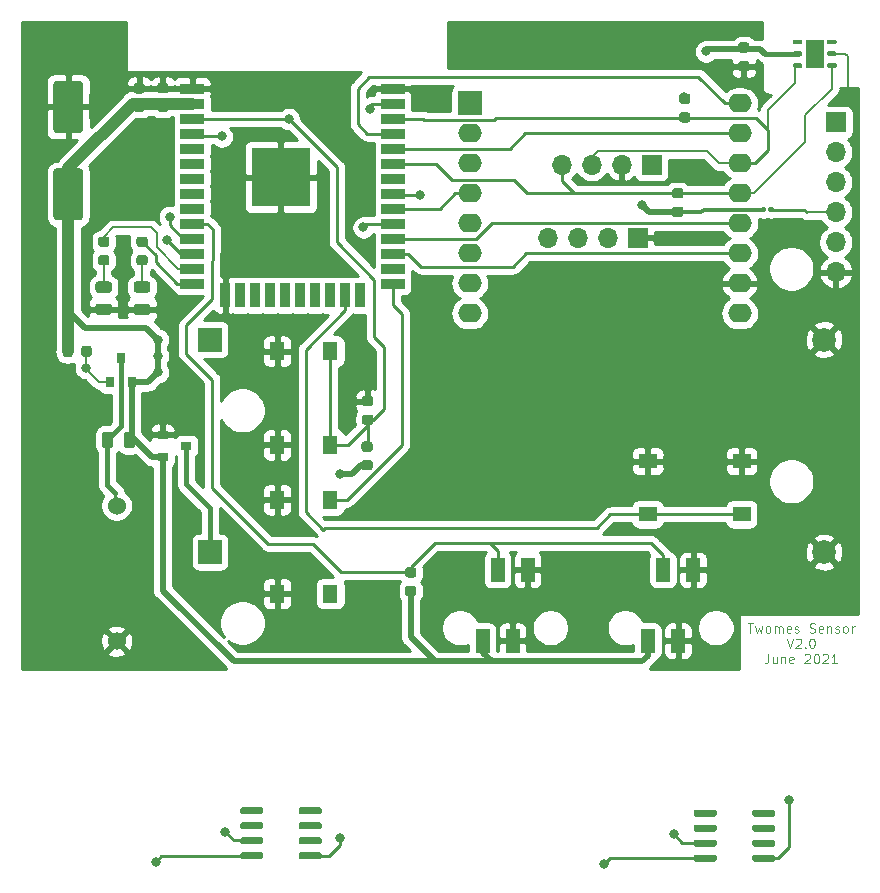
<source format=gtl>
G04 #@! TF.GenerationSoftware,KiCad,Pcbnew,(5.1.7)-1*
G04 #@! TF.CreationDate,2021-06-29T10:57:19+02:00*
G04 #@! TF.ProjectId,TwomesSensor,54776f6d-6573-4536-956e-736f722e6b69,rev?*
G04 #@! TF.SameCoordinates,Original*
G04 #@! TF.FileFunction,Copper,L1,Top*
G04 #@! TF.FilePolarity,Positive*
%FSLAX46Y46*%
G04 Gerber Fmt 4.6, Leading zero omitted, Abs format (unit mm)*
G04 Created by KiCad (PCBNEW (5.1.7)-1) date 2021-06-29 10:57:19*
%MOMM*%
%LPD*%
G01*
G04 APERTURE LIST*
G04 #@! TA.AperFunction,NonConductor*
%ADD10C,0.100000*%
G04 #@! TD*
G04 #@! TA.AperFunction,ComponentPad*
%ADD11O,1.700000X1.700000*%
G04 #@! TD*
G04 #@! TA.AperFunction,ComponentPad*
%ADD12R,1.700000X1.700000*%
G04 #@! TD*
G04 #@! TA.AperFunction,SMDPad,CuDef*
%ADD13R,2.000000X0.900000*%
G04 #@! TD*
G04 #@! TA.AperFunction,SMDPad,CuDef*
%ADD14R,0.900000X2.000000*%
G04 #@! TD*
G04 #@! TA.AperFunction,SMDPad,CuDef*
%ADD15R,5.000000X5.000000*%
G04 #@! TD*
G04 #@! TA.AperFunction,ComponentPad*
%ADD16R,2.000000X2.000000*%
G04 #@! TD*
G04 #@! TA.AperFunction,ComponentPad*
%ADD17C,2.000000*%
G04 #@! TD*
G04 #@! TA.AperFunction,SMDPad,CuDef*
%ADD18R,1.300000X1.550000*%
G04 #@! TD*
G04 #@! TA.AperFunction,ComponentPad*
%ADD19C,1.524000*%
G04 #@! TD*
G04 #@! TA.AperFunction,SMDPad,CuDef*
%ADD20R,1.500000X2.400000*%
G04 #@! TD*
G04 #@! TA.AperFunction,ComponentPad*
%ADD21O,2.000000X1.600000*%
G04 #@! TD*
G04 #@! TA.AperFunction,SMDPad,CuDef*
%ADD22R,1.550000X1.300000*%
G04 #@! TD*
G04 #@! TA.AperFunction,SMDPad,CuDef*
%ADD23R,0.800000X0.900000*%
G04 #@! TD*
G04 #@! TA.AperFunction,SMDPad,CuDef*
%ADD24R,0.900000X0.800000*%
G04 #@! TD*
G04 #@! TA.AperFunction,SMDPad,CuDef*
%ADD25R,1.200000X2.000000*%
G04 #@! TD*
G04 #@! TA.AperFunction,ViaPad*
%ADD26C,0.800000*%
G04 #@! TD*
G04 #@! TA.AperFunction,Conductor*
%ADD27C,0.200000*%
G04 #@! TD*
G04 #@! TA.AperFunction,Conductor*
%ADD28C,0.250000*%
G04 #@! TD*
G04 #@! TA.AperFunction,Conductor*
%ADD29C,0.450000*%
G04 #@! TD*
G04 #@! TA.AperFunction,Conductor*
%ADD30C,0.500000*%
G04 #@! TD*
G04 #@! TA.AperFunction,Conductor*
%ADD31C,0.400000*%
G04 #@! TD*
G04 #@! TA.AperFunction,Conductor*
%ADD32C,1.000000*%
G04 #@! TD*
G04 #@! TA.AperFunction,Conductor*
%ADD33C,0.300000*%
G04 #@! TD*
G04 #@! TA.AperFunction,Conductor*
%ADD34C,0.254000*%
G04 #@! TD*
G04 #@! TA.AperFunction,Conductor*
%ADD35C,0.100000*%
G04 #@! TD*
G04 APERTURE END LIST*
D10*
X109516666Y-85011904D02*
X109973809Y-85011904D01*
X109745238Y-85811904D02*
X109745238Y-85011904D01*
X110164285Y-85278571D02*
X110316666Y-85811904D01*
X110469047Y-85430952D01*
X110621428Y-85811904D01*
X110773809Y-85278571D01*
X111192857Y-85811904D02*
X111116666Y-85773809D01*
X111078571Y-85735714D01*
X111040476Y-85659523D01*
X111040476Y-85430952D01*
X111078571Y-85354761D01*
X111116666Y-85316666D01*
X111192857Y-85278571D01*
X111307142Y-85278571D01*
X111383333Y-85316666D01*
X111421428Y-85354761D01*
X111459523Y-85430952D01*
X111459523Y-85659523D01*
X111421428Y-85735714D01*
X111383333Y-85773809D01*
X111307142Y-85811904D01*
X111192857Y-85811904D01*
X111802380Y-85811904D02*
X111802380Y-85278571D01*
X111802380Y-85354761D02*
X111840476Y-85316666D01*
X111916666Y-85278571D01*
X112030952Y-85278571D01*
X112107142Y-85316666D01*
X112145238Y-85392857D01*
X112145238Y-85811904D01*
X112145238Y-85392857D02*
X112183333Y-85316666D01*
X112259523Y-85278571D01*
X112373809Y-85278571D01*
X112450000Y-85316666D01*
X112488095Y-85392857D01*
X112488095Y-85811904D01*
X113173809Y-85773809D02*
X113097619Y-85811904D01*
X112945238Y-85811904D01*
X112869047Y-85773809D01*
X112830952Y-85697619D01*
X112830952Y-85392857D01*
X112869047Y-85316666D01*
X112945238Y-85278571D01*
X113097619Y-85278571D01*
X113173809Y-85316666D01*
X113211904Y-85392857D01*
X113211904Y-85469047D01*
X112830952Y-85545238D01*
X113516666Y-85773809D02*
X113592857Y-85811904D01*
X113745238Y-85811904D01*
X113821428Y-85773809D01*
X113859523Y-85697619D01*
X113859523Y-85659523D01*
X113821428Y-85583333D01*
X113745238Y-85545238D01*
X113630952Y-85545238D01*
X113554761Y-85507142D01*
X113516666Y-85430952D01*
X113516666Y-85392857D01*
X113554761Y-85316666D01*
X113630952Y-85278571D01*
X113745238Y-85278571D01*
X113821428Y-85316666D01*
X114773809Y-85773809D02*
X114888095Y-85811904D01*
X115078571Y-85811904D01*
X115154761Y-85773809D01*
X115192857Y-85735714D01*
X115230952Y-85659523D01*
X115230952Y-85583333D01*
X115192857Y-85507142D01*
X115154761Y-85469047D01*
X115078571Y-85430952D01*
X114926190Y-85392857D01*
X114850000Y-85354761D01*
X114811904Y-85316666D01*
X114773809Y-85240476D01*
X114773809Y-85164285D01*
X114811904Y-85088095D01*
X114850000Y-85050000D01*
X114926190Y-85011904D01*
X115116666Y-85011904D01*
X115230952Y-85050000D01*
X115878571Y-85773809D02*
X115802380Y-85811904D01*
X115650000Y-85811904D01*
X115573809Y-85773809D01*
X115535714Y-85697619D01*
X115535714Y-85392857D01*
X115573809Y-85316666D01*
X115650000Y-85278571D01*
X115802380Y-85278571D01*
X115878571Y-85316666D01*
X115916666Y-85392857D01*
X115916666Y-85469047D01*
X115535714Y-85545238D01*
X116259523Y-85278571D02*
X116259523Y-85811904D01*
X116259523Y-85354761D02*
X116297619Y-85316666D01*
X116373809Y-85278571D01*
X116488095Y-85278571D01*
X116564285Y-85316666D01*
X116602380Y-85392857D01*
X116602380Y-85811904D01*
X116945238Y-85773809D02*
X117021428Y-85811904D01*
X117173809Y-85811904D01*
X117250000Y-85773809D01*
X117288095Y-85697619D01*
X117288095Y-85659523D01*
X117250000Y-85583333D01*
X117173809Y-85545238D01*
X117059523Y-85545238D01*
X116983333Y-85507142D01*
X116945238Y-85430952D01*
X116945238Y-85392857D01*
X116983333Y-85316666D01*
X117059523Y-85278571D01*
X117173809Y-85278571D01*
X117250000Y-85316666D01*
X117745238Y-85811904D02*
X117669047Y-85773809D01*
X117630952Y-85735714D01*
X117592857Y-85659523D01*
X117592857Y-85430952D01*
X117630952Y-85354761D01*
X117669047Y-85316666D01*
X117745238Y-85278571D01*
X117859523Y-85278571D01*
X117935714Y-85316666D01*
X117973809Y-85354761D01*
X118011904Y-85430952D01*
X118011904Y-85659523D01*
X117973809Y-85735714D01*
X117935714Y-85773809D01*
X117859523Y-85811904D01*
X117745238Y-85811904D01*
X118354761Y-85811904D02*
X118354761Y-85278571D01*
X118354761Y-85430952D02*
X118392857Y-85354761D01*
X118430952Y-85316666D01*
X118507142Y-85278571D01*
X118583333Y-85278571D01*
X112830952Y-86311904D02*
X113097619Y-87111904D01*
X113364285Y-86311904D01*
X113592857Y-86388095D02*
X113630952Y-86350000D01*
X113707142Y-86311904D01*
X113897619Y-86311904D01*
X113973809Y-86350000D01*
X114011904Y-86388095D01*
X114050000Y-86464285D01*
X114050000Y-86540476D01*
X114011904Y-86654761D01*
X113554761Y-87111904D01*
X114050000Y-87111904D01*
X114392857Y-87035714D02*
X114430952Y-87073809D01*
X114392857Y-87111904D01*
X114354761Y-87073809D01*
X114392857Y-87035714D01*
X114392857Y-87111904D01*
X114926190Y-86311904D02*
X115002380Y-86311904D01*
X115078571Y-86350000D01*
X115116666Y-86388095D01*
X115154761Y-86464285D01*
X115192857Y-86616666D01*
X115192857Y-86807142D01*
X115154761Y-86959523D01*
X115116666Y-87035714D01*
X115078571Y-87073809D01*
X115002380Y-87111904D01*
X114926190Y-87111904D01*
X114850000Y-87073809D01*
X114811904Y-87035714D01*
X114773809Y-86959523D01*
X114735714Y-86807142D01*
X114735714Y-86616666D01*
X114773809Y-86464285D01*
X114811904Y-86388095D01*
X114850000Y-86350000D01*
X114926190Y-86311904D01*
X111269047Y-87611904D02*
X111269047Y-88183333D01*
X111230952Y-88297619D01*
X111154761Y-88373809D01*
X111040476Y-88411904D01*
X110964285Y-88411904D01*
X111992857Y-87878571D02*
X111992857Y-88411904D01*
X111650000Y-87878571D02*
X111650000Y-88297619D01*
X111688095Y-88373809D01*
X111764285Y-88411904D01*
X111878571Y-88411904D01*
X111954761Y-88373809D01*
X111992857Y-88335714D01*
X112373809Y-87878571D02*
X112373809Y-88411904D01*
X112373809Y-87954761D02*
X112411904Y-87916666D01*
X112488095Y-87878571D01*
X112602380Y-87878571D01*
X112678571Y-87916666D01*
X112716666Y-87992857D01*
X112716666Y-88411904D01*
X113402380Y-88373809D02*
X113326190Y-88411904D01*
X113173809Y-88411904D01*
X113097619Y-88373809D01*
X113059523Y-88297619D01*
X113059523Y-87992857D01*
X113097619Y-87916666D01*
X113173809Y-87878571D01*
X113326190Y-87878571D01*
X113402380Y-87916666D01*
X113440476Y-87992857D01*
X113440476Y-88069047D01*
X113059523Y-88145238D01*
X114354761Y-87688095D02*
X114392857Y-87650000D01*
X114469047Y-87611904D01*
X114659523Y-87611904D01*
X114735714Y-87650000D01*
X114773809Y-87688095D01*
X114811904Y-87764285D01*
X114811904Y-87840476D01*
X114773809Y-87954761D01*
X114316666Y-88411904D01*
X114811904Y-88411904D01*
X115307142Y-87611904D02*
X115383333Y-87611904D01*
X115459523Y-87650000D01*
X115497619Y-87688095D01*
X115535714Y-87764285D01*
X115573809Y-87916666D01*
X115573809Y-88107142D01*
X115535714Y-88259523D01*
X115497619Y-88335714D01*
X115459523Y-88373809D01*
X115383333Y-88411904D01*
X115307142Y-88411904D01*
X115230952Y-88373809D01*
X115192857Y-88335714D01*
X115154761Y-88259523D01*
X115116666Y-88107142D01*
X115116666Y-87916666D01*
X115154761Y-87764285D01*
X115192857Y-87688095D01*
X115230952Y-87650000D01*
X115307142Y-87611904D01*
X115878571Y-87688095D02*
X115916666Y-87650000D01*
X115992857Y-87611904D01*
X116183333Y-87611904D01*
X116259523Y-87650000D01*
X116297619Y-87688095D01*
X116335714Y-87764285D01*
X116335714Y-87840476D01*
X116297619Y-87954761D01*
X115840476Y-88411904D01*
X116335714Y-88411904D01*
X117097619Y-88411904D02*
X116640476Y-88411904D01*
X116869047Y-88411904D02*
X116869047Y-87611904D01*
X116792857Y-87726190D01*
X116716666Y-87802380D01*
X116640476Y-87840476D01*
D11*
X92580000Y-52400000D03*
X95120000Y-52400000D03*
X97660000Y-52400000D03*
D12*
X100200000Y-52400000D03*
G04 #@! TA.AperFunction,SMDPad,CuDef*
G36*
G01*
X58250000Y-40175000D02*
X57750000Y-40175000D01*
G75*
G02*
X57525000Y-39950000I0J225000D01*
G01*
X57525000Y-39500000D01*
G75*
G02*
X57750000Y-39275000I225000J0D01*
G01*
X58250000Y-39275000D01*
G75*
G02*
X58475000Y-39500000I0J-225000D01*
G01*
X58475000Y-39950000D01*
G75*
G02*
X58250000Y-40175000I-225000J0D01*
G01*
G37*
G04 #@! TD.AperFunction*
G04 #@! TA.AperFunction,SMDPad,CuDef*
G36*
G01*
X58250000Y-41725000D02*
X57750000Y-41725000D01*
G75*
G02*
X57525000Y-41500000I0J225000D01*
G01*
X57525000Y-41050000D01*
G75*
G02*
X57750000Y-40825000I225000J0D01*
G01*
X58250000Y-40825000D01*
G75*
G02*
X58475000Y-41050000I0J-225000D01*
G01*
X58475000Y-41500000D01*
G75*
G02*
X58250000Y-41725000I-225000J0D01*
G01*
G37*
G04 #@! TD.AperFunction*
G04 #@! TA.AperFunction,SMDPad,CuDef*
G36*
G01*
X71500000Y-101045000D02*
X71500000Y-100745000D01*
G75*
G02*
X71650000Y-100595000I150000J0D01*
G01*
X73300000Y-100595000D01*
G75*
G02*
X73450000Y-100745000I0J-150000D01*
G01*
X73450000Y-101045000D01*
G75*
G02*
X73300000Y-101195000I-150000J0D01*
G01*
X71650000Y-101195000D01*
G75*
G02*
X71500000Y-101045000I0J150000D01*
G01*
G37*
G04 #@! TD.AperFunction*
G04 #@! TA.AperFunction,SMDPad,CuDef*
G36*
G01*
X71500000Y-102315000D02*
X71500000Y-102015000D01*
G75*
G02*
X71650000Y-101865000I150000J0D01*
G01*
X73300000Y-101865000D01*
G75*
G02*
X73450000Y-102015000I0J-150000D01*
G01*
X73450000Y-102315000D01*
G75*
G02*
X73300000Y-102465000I-150000J0D01*
G01*
X71650000Y-102465000D01*
G75*
G02*
X71500000Y-102315000I0J150000D01*
G01*
G37*
G04 #@! TD.AperFunction*
G04 #@! TA.AperFunction,SMDPad,CuDef*
G36*
G01*
X71500000Y-103585000D02*
X71500000Y-103285000D01*
G75*
G02*
X71650000Y-103135000I150000J0D01*
G01*
X73300000Y-103135000D01*
G75*
G02*
X73450000Y-103285000I0J-150000D01*
G01*
X73450000Y-103585000D01*
G75*
G02*
X73300000Y-103735000I-150000J0D01*
G01*
X71650000Y-103735000D01*
G75*
G02*
X71500000Y-103585000I0J150000D01*
G01*
G37*
G04 #@! TD.AperFunction*
G04 #@! TA.AperFunction,SMDPad,CuDef*
G36*
G01*
X71500000Y-104855000D02*
X71500000Y-104555000D01*
G75*
G02*
X71650000Y-104405000I150000J0D01*
G01*
X73300000Y-104405000D01*
G75*
G02*
X73450000Y-104555000I0J-150000D01*
G01*
X73450000Y-104855000D01*
G75*
G02*
X73300000Y-105005000I-150000J0D01*
G01*
X71650000Y-105005000D01*
G75*
G02*
X71500000Y-104855000I0J150000D01*
G01*
G37*
G04 #@! TD.AperFunction*
G04 #@! TA.AperFunction,SMDPad,CuDef*
G36*
G01*
X66550000Y-104855000D02*
X66550000Y-104555000D01*
G75*
G02*
X66700000Y-104405000I150000J0D01*
G01*
X68350000Y-104405000D01*
G75*
G02*
X68500000Y-104555000I0J-150000D01*
G01*
X68500000Y-104855000D01*
G75*
G02*
X68350000Y-105005000I-150000J0D01*
G01*
X66700000Y-105005000D01*
G75*
G02*
X66550000Y-104855000I0J150000D01*
G01*
G37*
G04 #@! TD.AperFunction*
G04 #@! TA.AperFunction,SMDPad,CuDef*
G36*
G01*
X66550000Y-103585000D02*
X66550000Y-103285000D01*
G75*
G02*
X66700000Y-103135000I150000J0D01*
G01*
X68350000Y-103135000D01*
G75*
G02*
X68500000Y-103285000I0J-150000D01*
G01*
X68500000Y-103585000D01*
G75*
G02*
X68350000Y-103735000I-150000J0D01*
G01*
X66700000Y-103735000D01*
G75*
G02*
X66550000Y-103585000I0J150000D01*
G01*
G37*
G04 #@! TD.AperFunction*
G04 #@! TA.AperFunction,SMDPad,CuDef*
G36*
G01*
X66550000Y-102315000D02*
X66550000Y-102015000D01*
G75*
G02*
X66700000Y-101865000I150000J0D01*
G01*
X68350000Y-101865000D01*
G75*
G02*
X68500000Y-102015000I0J-150000D01*
G01*
X68500000Y-102315000D01*
G75*
G02*
X68350000Y-102465000I-150000J0D01*
G01*
X66700000Y-102465000D01*
G75*
G02*
X66550000Y-102315000I0J150000D01*
G01*
G37*
G04 #@! TD.AperFunction*
G04 #@! TA.AperFunction,SMDPad,CuDef*
G36*
G01*
X66550000Y-101045000D02*
X66550000Y-100745000D01*
G75*
G02*
X66700000Y-100595000I150000J0D01*
G01*
X68350000Y-100595000D01*
G75*
G02*
X68500000Y-100745000I0J-150000D01*
G01*
X68500000Y-101045000D01*
G75*
G02*
X68350000Y-101195000I-150000J0D01*
G01*
X66700000Y-101195000D01*
G75*
G02*
X66550000Y-101045000I0J150000D01*
G01*
G37*
G04 #@! TD.AperFunction*
G04 #@! TA.AperFunction,SMDPad,CuDef*
G36*
G01*
X109900000Y-101245000D02*
X109900000Y-100945000D01*
G75*
G02*
X110050000Y-100795000I150000J0D01*
G01*
X111700000Y-100795000D01*
G75*
G02*
X111850000Y-100945000I0J-150000D01*
G01*
X111850000Y-101245000D01*
G75*
G02*
X111700000Y-101395000I-150000J0D01*
G01*
X110050000Y-101395000D01*
G75*
G02*
X109900000Y-101245000I0J150000D01*
G01*
G37*
G04 #@! TD.AperFunction*
G04 #@! TA.AperFunction,SMDPad,CuDef*
G36*
G01*
X109900000Y-102515000D02*
X109900000Y-102215000D01*
G75*
G02*
X110050000Y-102065000I150000J0D01*
G01*
X111700000Y-102065000D01*
G75*
G02*
X111850000Y-102215000I0J-150000D01*
G01*
X111850000Y-102515000D01*
G75*
G02*
X111700000Y-102665000I-150000J0D01*
G01*
X110050000Y-102665000D01*
G75*
G02*
X109900000Y-102515000I0J150000D01*
G01*
G37*
G04 #@! TD.AperFunction*
G04 #@! TA.AperFunction,SMDPad,CuDef*
G36*
G01*
X109900000Y-103785000D02*
X109900000Y-103485000D01*
G75*
G02*
X110050000Y-103335000I150000J0D01*
G01*
X111700000Y-103335000D01*
G75*
G02*
X111850000Y-103485000I0J-150000D01*
G01*
X111850000Y-103785000D01*
G75*
G02*
X111700000Y-103935000I-150000J0D01*
G01*
X110050000Y-103935000D01*
G75*
G02*
X109900000Y-103785000I0J150000D01*
G01*
G37*
G04 #@! TD.AperFunction*
G04 #@! TA.AperFunction,SMDPad,CuDef*
G36*
G01*
X109900000Y-105055000D02*
X109900000Y-104755000D01*
G75*
G02*
X110050000Y-104605000I150000J0D01*
G01*
X111700000Y-104605000D01*
G75*
G02*
X111850000Y-104755000I0J-150000D01*
G01*
X111850000Y-105055000D01*
G75*
G02*
X111700000Y-105205000I-150000J0D01*
G01*
X110050000Y-105205000D01*
G75*
G02*
X109900000Y-105055000I0J150000D01*
G01*
G37*
G04 #@! TD.AperFunction*
G04 #@! TA.AperFunction,SMDPad,CuDef*
G36*
G01*
X104950000Y-105055000D02*
X104950000Y-104755000D01*
G75*
G02*
X105100000Y-104605000I150000J0D01*
G01*
X106750000Y-104605000D01*
G75*
G02*
X106900000Y-104755000I0J-150000D01*
G01*
X106900000Y-105055000D01*
G75*
G02*
X106750000Y-105205000I-150000J0D01*
G01*
X105100000Y-105205000D01*
G75*
G02*
X104950000Y-105055000I0J150000D01*
G01*
G37*
G04 #@! TD.AperFunction*
G04 #@! TA.AperFunction,SMDPad,CuDef*
G36*
G01*
X104950000Y-103785000D02*
X104950000Y-103485000D01*
G75*
G02*
X105100000Y-103335000I150000J0D01*
G01*
X106750000Y-103335000D01*
G75*
G02*
X106900000Y-103485000I0J-150000D01*
G01*
X106900000Y-103785000D01*
G75*
G02*
X106750000Y-103935000I-150000J0D01*
G01*
X105100000Y-103935000D01*
G75*
G02*
X104950000Y-103785000I0J150000D01*
G01*
G37*
G04 #@! TD.AperFunction*
G04 #@! TA.AperFunction,SMDPad,CuDef*
G36*
G01*
X104950000Y-102515000D02*
X104950000Y-102215000D01*
G75*
G02*
X105100000Y-102065000I150000J0D01*
G01*
X106750000Y-102065000D01*
G75*
G02*
X106900000Y-102215000I0J-150000D01*
G01*
X106900000Y-102515000D01*
G75*
G02*
X106750000Y-102665000I-150000J0D01*
G01*
X105100000Y-102665000D01*
G75*
G02*
X104950000Y-102515000I0J150000D01*
G01*
G37*
G04 #@! TD.AperFunction*
G04 #@! TA.AperFunction,SMDPad,CuDef*
G36*
G01*
X104950000Y-101245000D02*
X104950000Y-100945000D01*
G75*
G02*
X105100000Y-100795000I150000J0D01*
G01*
X106750000Y-100795000D01*
G75*
G02*
X106900000Y-100945000I0J-150000D01*
G01*
X106900000Y-101245000D01*
G75*
G02*
X106750000Y-101395000I-150000J0D01*
G01*
X105100000Y-101395000D01*
G75*
G02*
X104950000Y-101245000I0J150000D01*
G01*
G37*
G04 #@! TD.AperFunction*
D11*
X93780000Y-46200000D03*
X96320000Y-46200000D03*
X98860000Y-46200000D03*
D12*
X101400000Y-46200000D03*
D13*
X79500000Y-39745000D03*
X79500000Y-41015000D03*
X79500000Y-42285000D03*
X79500000Y-43555000D03*
X79500000Y-44825000D03*
X79500000Y-46095000D03*
X79500000Y-47365000D03*
X79500000Y-48635000D03*
X79500000Y-49905000D03*
X79500000Y-51175000D03*
X79500000Y-52445000D03*
X79500000Y-53715000D03*
X79500000Y-54985000D03*
X79500000Y-56255000D03*
D14*
X76715000Y-57255000D03*
X75445000Y-57255000D03*
X74175000Y-57255000D03*
X72905000Y-57255000D03*
X71635000Y-57255000D03*
X70365000Y-57255000D03*
X69095000Y-57255000D03*
X67825000Y-57255000D03*
X66555000Y-57255000D03*
X65285000Y-57255000D03*
D13*
X62500000Y-56255000D03*
X62500000Y-54985000D03*
X62500000Y-53715000D03*
X62500000Y-52445000D03*
X62500000Y-51175000D03*
X62500000Y-49905000D03*
X62500000Y-48635000D03*
X62500000Y-47365000D03*
X62500000Y-46095000D03*
X62500000Y-44825000D03*
X62500000Y-43555000D03*
X62500000Y-42285000D03*
X62500000Y-41015000D03*
X62500000Y-39745000D03*
D15*
X70000000Y-47245000D03*
D16*
X64000000Y-61000000D03*
D17*
X115990000Y-61000000D03*
G04 #@! TA.AperFunction,SMDPad,CuDef*
G36*
G01*
X77556250Y-72075000D02*
X77043750Y-72075000D01*
G75*
G02*
X76825000Y-71856250I0J218750D01*
G01*
X76825000Y-71418750D01*
G75*
G02*
X77043750Y-71200000I218750J0D01*
G01*
X77556250Y-71200000D01*
G75*
G02*
X77775000Y-71418750I0J-218750D01*
G01*
X77775000Y-71856250D01*
G75*
G02*
X77556250Y-72075000I-218750J0D01*
G01*
G37*
G04 #@! TD.AperFunction*
G04 #@! TA.AperFunction,SMDPad,CuDef*
G36*
G01*
X77556250Y-70500000D02*
X77043750Y-70500000D01*
G75*
G02*
X76825000Y-70281250I0J218750D01*
G01*
X76825000Y-69843750D01*
G75*
G02*
X77043750Y-69625000I218750J0D01*
G01*
X77556250Y-69625000D01*
G75*
G02*
X77775000Y-69843750I0J-218750D01*
G01*
X77775000Y-70281250D01*
G75*
G02*
X77556250Y-70500000I-218750J0D01*
G01*
G37*
G04 #@! TD.AperFunction*
D18*
X74200000Y-69925000D03*
X69700000Y-69925000D03*
X69700000Y-61975000D03*
X74200000Y-61975000D03*
G04 #@! TA.AperFunction,SMDPad,CuDef*
G36*
G01*
X77606250Y-68225000D02*
X77093750Y-68225000D01*
G75*
G02*
X76875000Y-68006250I0J218750D01*
G01*
X76875000Y-67568750D01*
G75*
G02*
X77093750Y-67350000I218750J0D01*
G01*
X77606250Y-67350000D01*
G75*
G02*
X77825000Y-67568750I0J-218750D01*
G01*
X77825000Y-68006250D01*
G75*
G02*
X77606250Y-68225000I-218750J0D01*
G01*
G37*
G04 #@! TD.AperFunction*
G04 #@! TA.AperFunction,SMDPad,CuDef*
G36*
G01*
X77606250Y-66650000D02*
X77093750Y-66650000D01*
G75*
G02*
X76875000Y-66431250I0J218750D01*
G01*
X76875000Y-65993750D01*
G75*
G02*
X77093750Y-65775000I218750J0D01*
G01*
X77606250Y-65775000D01*
G75*
G02*
X77825000Y-65993750I0J-218750D01*
G01*
X77825000Y-66431250D01*
G75*
G02*
X77606250Y-66650000I-218750J0D01*
G01*
G37*
G04 #@! TD.AperFunction*
D19*
X56100000Y-86550000D03*
X56100000Y-75050000D03*
D20*
X115200000Y-36800000D03*
G04 #@! TA.AperFunction,SMDPad,CuDef*
G36*
G01*
X114150000Y-37700000D02*
X114150000Y-37900000D01*
G75*
G02*
X114050000Y-38000000I-100000J0D01*
G01*
X113450000Y-38000000D01*
G75*
G02*
X113350000Y-37900000I0J100000D01*
G01*
X113350000Y-37700000D01*
G75*
G02*
X113450000Y-37600000I100000J0D01*
G01*
X114050000Y-37600000D01*
G75*
G02*
X114150000Y-37700000I0J-100000D01*
G01*
G37*
G04 #@! TD.AperFunction*
G04 #@! TA.AperFunction,SMDPad,CuDef*
G36*
G01*
X114150000Y-36700000D02*
X114150000Y-36900000D01*
G75*
G02*
X114050000Y-37000000I-100000J0D01*
G01*
X113450000Y-37000000D01*
G75*
G02*
X113350000Y-36900000I0J100000D01*
G01*
X113350000Y-36700000D01*
G75*
G02*
X113450000Y-36600000I100000J0D01*
G01*
X114050000Y-36600000D01*
G75*
G02*
X114150000Y-36700000I0J-100000D01*
G01*
G37*
G04 #@! TD.AperFunction*
G04 #@! TA.AperFunction,SMDPad,CuDef*
G36*
G01*
X114150000Y-35700000D02*
X114150000Y-35900000D01*
G75*
G02*
X114050000Y-36000000I-100000J0D01*
G01*
X113450000Y-36000000D01*
G75*
G02*
X113350000Y-35900000I0J100000D01*
G01*
X113350000Y-35700000D01*
G75*
G02*
X113450000Y-35600000I100000J0D01*
G01*
X114050000Y-35600000D01*
G75*
G02*
X114150000Y-35700000I0J-100000D01*
G01*
G37*
G04 #@! TD.AperFunction*
G04 #@! TA.AperFunction,SMDPad,CuDef*
G36*
G01*
X117050000Y-35700000D02*
X117050000Y-35900000D01*
G75*
G02*
X116950000Y-36000000I-100000J0D01*
G01*
X116350000Y-36000000D01*
G75*
G02*
X116250000Y-35900000I0J100000D01*
G01*
X116250000Y-35700000D01*
G75*
G02*
X116350000Y-35600000I100000J0D01*
G01*
X116950000Y-35600000D01*
G75*
G02*
X117050000Y-35700000I0J-100000D01*
G01*
G37*
G04 #@! TD.AperFunction*
G04 #@! TA.AperFunction,SMDPad,CuDef*
G36*
G01*
X117050000Y-36700000D02*
X117050000Y-36900000D01*
G75*
G02*
X116950000Y-37000000I-100000J0D01*
G01*
X116350000Y-37000000D01*
G75*
G02*
X116250000Y-36900000I0J100000D01*
G01*
X116250000Y-36700000D01*
G75*
G02*
X116350000Y-36600000I100000J0D01*
G01*
X116950000Y-36600000D01*
G75*
G02*
X117050000Y-36700000I0J-100000D01*
G01*
G37*
G04 #@! TD.AperFunction*
G04 #@! TA.AperFunction,SMDPad,CuDef*
G36*
G01*
X117050000Y-37700000D02*
X117050000Y-37900000D01*
G75*
G02*
X116950000Y-38000000I-100000J0D01*
G01*
X116350000Y-38000000D01*
G75*
G02*
X116250000Y-37900000I0J100000D01*
G01*
X116250000Y-37700000D01*
G75*
G02*
X116350000Y-37600000I100000J0D01*
G01*
X116950000Y-37600000D01*
G75*
G02*
X117050000Y-37700000I0J-100000D01*
G01*
G37*
G04 #@! TD.AperFunction*
G04 #@! TA.AperFunction,SMDPad,CuDef*
G36*
G01*
X56700000Y-69956250D02*
X56700000Y-69043750D01*
G75*
G02*
X56943750Y-68800000I243750J0D01*
G01*
X57431250Y-68800000D01*
G75*
G02*
X57675000Y-69043750I0J-243750D01*
G01*
X57675000Y-69956250D01*
G75*
G02*
X57431250Y-70200000I-243750J0D01*
G01*
X56943750Y-70200000D01*
G75*
G02*
X56700000Y-69956250I0J243750D01*
G01*
G37*
G04 #@! TD.AperFunction*
G04 #@! TA.AperFunction,SMDPad,CuDef*
G36*
G01*
X54825000Y-69956250D02*
X54825000Y-69043750D01*
G75*
G02*
X55068750Y-68800000I243750J0D01*
G01*
X55556250Y-68800000D01*
G75*
G02*
X55800000Y-69043750I0J-243750D01*
G01*
X55800000Y-69956250D01*
G75*
G02*
X55556250Y-70200000I-243750J0D01*
G01*
X55068750Y-70200000D01*
G75*
G02*
X54825000Y-69956250I0J243750D01*
G01*
G37*
G04 #@! TD.AperFunction*
G04 #@! TA.AperFunction,SMDPad,CuDef*
G36*
G01*
X53000000Y-43500000D02*
X51000000Y-43500000D01*
G75*
G02*
X50750000Y-43250000I0J250000D01*
G01*
X50750000Y-39350000D01*
G75*
G02*
X51000000Y-39100000I250000J0D01*
G01*
X53000000Y-39100000D01*
G75*
G02*
X53250000Y-39350000I0J-250000D01*
G01*
X53250000Y-43250000D01*
G75*
G02*
X53000000Y-43500000I-250000J0D01*
G01*
G37*
G04 #@! TD.AperFunction*
G04 #@! TA.AperFunction,SMDPad,CuDef*
G36*
G01*
X53000000Y-50900000D02*
X51000000Y-50900000D01*
G75*
G02*
X50750000Y-50650000I0J250000D01*
G01*
X50750000Y-46750000D01*
G75*
G02*
X51000000Y-46500000I250000J0D01*
G01*
X53000000Y-46500000D01*
G75*
G02*
X53250000Y-46750000I0J-250000D01*
G01*
X53250000Y-50650000D01*
G75*
G02*
X53000000Y-50900000I-250000J0D01*
G01*
G37*
G04 #@! TD.AperFunction*
D21*
X108860000Y-41000000D03*
X108860000Y-43540000D03*
X108860000Y-46080000D03*
X108860000Y-48620000D03*
X108860000Y-51160000D03*
X108860000Y-53700000D03*
X108860000Y-56240000D03*
X108860000Y-58780000D03*
X86000000Y-58780000D03*
X86000000Y-56240000D03*
X86000000Y-53700000D03*
X86000000Y-51160000D03*
X86000000Y-48620000D03*
X86000000Y-46080000D03*
D16*
X86000000Y-41000000D03*
D21*
X86000000Y-43540000D03*
D22*
X101075000Y-75800000D03*
X101075000Y-71300000D03*
X109025000Y-71300000D03*
X109025000Y-75800000D03*
D18*
X74200000Y-82525000D03*
X69700000Y-82525000D03*
X69700000Y-74575000D03*
X74200000Y-74575000D03*
G04 #@! TA.AperFunction,SMDPad,CuDef*
G36*
G01*
X53100000Y-62256250D02*
X53100000Y-61743750D01*
G75*
G02*
X53318750Y-61525000I218750J0D01*
G01*
X53756250Y-61525000D01*
G75*
G02*
X53975000Y-61743750I0J-218750D01*
G01*
X53975000Y-62256250D01*
G75*
G02*
X53756250Y-62475000I-218750J0D01*
G01*
X53318750Y-62475000D01*
G75*
G02*
X53100000Y-62256250I0J218750D01*
G01*
G37*
G04 #@! TD.AperFunction*
G04 #@! TA.AperFunction,SMDPad,CuDef*
G36*
G01*
X51525000Y-62256250D02*
X51525000Y-61743750D01*
G75*
G02*
X51743750Y-61525000I218750J0D01*
G01*
X52181250Y-61525000D01*
G75*
G02*
X52400000Y-61743750I0J-218750D01*
G01*
X52400000Y-62256250D01*
G75*
G02*
X52181250Y-62475000I-218750J0D01*
G01*
X51743750Y-62475000D01*
G75*
G02*
X51525000Y-62256250I0J218750D01*
G01*
G37*
G04 #@! TD.AperFunction*
G04 #@! TA.AperFunction,SMDPad,CuDef*
G36*
G01*
X80743750Y-81850000D02*
X81256250Y-81850000D01*
G75*
G02*
X81475000Y-82068750I0J-218750D01*
G01*
X81475000Y-82506250D01*
G75*
G02*
X81256250Y-82725000I-218750J0D01*
G01*
X80743750Y-82725000D01*
G75*
G02*
X80525000Y-82506250I0J218750D01*
G01*
X80525000Y-82068750D01*
G75*
G02*
X80743750Y-81850000I218750J0D01*
G01*
G37*
G04 #@! TD.AperFunction*
G04 #@! TA.AperFunction,SMDPad,CuDef*
G36*
G01*
X80743750Y-80275000D02*
X81256250Y-80275000D01*
G75*
G02*
X81475000Y-80493750I0J-218750D01*
G01*
X81475000Y-80931250D01*
G75*
G02*
X81256250Y-81150000I-218750J0D01*
G01*
X80743750Y-81150000D01*
G75*
G02*
X80525000Y-80931250I0J218750D01*
G01*
X80525000Y-80493750D01*
G75*
G02*
X80743750Y-80275000I218750J0D01*
G01*
G37*
G04 #@! TD.AperFunction*
G04 #@! TA.AperFunction,SMDPad,CuDef*
G36*
G01*
X104456250Y-41050000D02*
X103943750Y-41050000D01*
G75*
G02*
X103725000Y-40831250I0J218750D01*
G01*
X103725000Y-40393750D01*
G75*
G02*
X103943750Y-40175000I218750J0D01*
G01*
X104456250Y-40175000D01*
G75*
G02*
X104675000Y-40393750I0J-218750D01*
G01*
X104675000Y-40831250D01*
G75*
G02*
X104456250Y-41050000I-218750J0D01*
G01*
G37*
G04 #@! TD.AperFunction*
G04 #@! TA.AperFunction,SMDPad,CuDef*
G36*
G01*
X104456250Y-42625000D02*
X103943750Y-42625000D01*
G75*
G02*
X103725000Y-42406250I0J218750D01*
G01*
X103725000Y-41968750D01*
G75*
G02*
X103943750Y-41750000I218750J0D01*
G01*
X104456250Y-41750000D01*
G75*
G02*
X104675000Y-41968750I0J-218750D01*
G01*
X104675000Y-42406250D01*
G75*
G02*
X104456250Y-42625000I-218750J0D01*
G01*
G37*
G04 #@! TD.AperFunction*
G04 #@! TA.AperFunction,SMDPad,CuDef*
G36*
G01*
X103343750Y-49750000D02*
X103856250Y-49750000D01*
G75*
G02*
X104075000Y-49968750I0J-218750D01*
G01*
X104075000Y-50406250D01*
G75*
G02*
X103856250Y-50625000I-218750J0D01*
G01*
X103343750Y-50625000D01*
G75*
G02*
X103125000Y-50406250I0J218750D01*
G01*
X103125000Y-49968750D01*
G75*
G02*
X103343750Y-49750000I218750J0D01*
G01*
G37*
G04 #@! TD.AperFunction*
G04 #@! TA.AperFunction,SMDPad,CuDef*
G36*
G01*
X103343750Y-48175000D02*
X103856250Y-48175000D01*
G75*
G02*
X104075000Y-48393750I0J-218750D01*
G01*
X104075000Y-48831250D01*
G75*
G02*
X103856250Y-49050000I-218750J0D01*
G01*
X103343750Y-49050000D01*
G75*
G02*
X103125000Y-48831250I0J218750D01*
G01*
X103125000Y-48393750D01*
G75*
G02*
X103343750Y-48175000I218750J0D01*
G01*
G37*
G04 #@! TD.AperFunction*
G04 #@! TA.AperFunction,SMDPad,CuDef*
G36*
G01*
X57993750Y-53850000D02*
X58506250Y-53850000D01*
G75*
G02*
X58725000Y-54068750I0J-218750D01*
G01*
X58725000Y-54506250D01*
G75*
G02*
X58506250Y-54725000I-218750J0D01*
G01*
X57993750Y-54725000D01*
G75*
G02*
X57775000Y-54506250I0J218750D01*
G01*
X57775000Y-54068750D01*
G75*
G02*
X57993750Y-53850000I218750J0D01*
G01*
G37*
G04 #@! TD.AperFunction*
G04 #@! TA.AperFunction,SMDPad,CuDef*
G36*
G01*
X57993750Y-52275000D02*
X58506250Y-52275000D01*
G75*
G02*
X58725000Y-52493750I0J-218750D01*
G01*
X58725000Y-52931250D01*
G75*
G02*
X58506250Y-53150000I-218750J0D01*
G01*
X57993750Y-53150000D01*
G75*
G02*
X57775000Y-52931250I0J218750D01*
G01*
X57775000Y-52493750D01*
G75*
G02*
X57993750Y-52275000I218750J0D01*
G01*
G37*
G04 #@! TD.AperFunction*
G04 #@! TA.AperFunction,SMDPad,CuDef*
G36*
G01*
X54743750Y-53850000D02*
X55256250Y-53850000D01*
G75*
G02*
X55475000Y-54068750I0J-218750D01*
G01*
X55475000Y-54506250D01*
G75*
G02*
X55256250Y-54725000I-218750J0D01*
G01*
X54743750Y-54725000D01*
G75*
G02*
X54525000Y-54506250I0J218750D01*
G01*
X54525000Y-54068750D01*
G75*
G02*
X54743750Y-53850000I218750J0D01*
G01*
G37*
G04 #@! TD.AperFunction*
G04 #@! TA.AperFunction,SMDPad,CuDef*
G36*
G01*
X54743750Y-52275000D02*
X55256250Y-52275000D01*
G75*
G02*
X55475000Y-52493750I0J-218750D01*
G01*
X55475000Y-52931250D01*
G75*
G02*
X55256250Y-53150000I-218750J0D01*
G01*
X54743750Y-53150000D01*
G75*
G02*
X54525000Y-52931250I0J218750D01*
G01*
X54525000Y-52493750D01*
G75*
G02*
X54743750Y-52275000I218750J0D01*
G01*
G37*
G04 #@! TD.AperFunction*
D23*
X56450000Y-62600000D03*
X57400000Y-64600000D03*
X55500000Y-64600000D03*
D24*
X62000000Y-70000000D03*
X60000000Y-70950000D03*
X60000000Y-69050000D03*
G04 #@! TA.AperFunction,SMDPad,CuDef*
G36*
G01*
X111090000Y-49900000D02*
X111090000Y-50100000D01*
G75*
G02*
X110990000Y-50200000I-100000J0D01*
G01*
X110730000Y-50200000D01*
G75*
G02*
X110630000Y-50100000I0J100000D01*
G01*
X110630000Y-49900000D01*
G75*
G02*
X110730000Y-49800000I100000J0D01*
G01*
X110990000Y-49800000D01*
G75*
G02*
X111090000Y-49900000I0J-100000D01*
G01*
G37*
G04 #@! TD.AperFunction*
G04 #@! TA.AperFunction,SMDPad,CuDef*
G36*
G01*
X111730000Y-49900000D02*
X111730000Y-50100000D01*
G75*
G02*
X111630000Y-50200000I-100000J0D01*
G01*
X111370000Y-50200000D01*
G75*
G02*
X111270000Y-50100000I0J100000D01*
G01*
X111270000Y-49900000D01*
G75*
G02*
X111370000Y-49800000I100000J0D01*
G01*
X111630000Y-49800000D01*
G75*
G02*
X111730000Y-49900000I0J-100000D01*
G01*
G37*
G04 #@! TD.AperFunction*
D25*
X104900000Y-80500000D03*
X102360000Y-80500000D03*
X103630000Y-86500000D03*
X101090000Y-86500000D03*
X90900000Y-80500000D03*
X88360000Y-80500000D03*
X89630000Y-86500000D03*
X87090000Y-86500000D03*
D11*
X117000000Y-55300000D03*
X117000000Y-52760000D03*
X117000000Y-50220000D03*
X117000000Y-47680000D03*
X117000000Y-45140000D03*
D12*
X117000000Y-42600000D03*
G04 #@! TA.AperFunction,SMDPad,CuDef*
G36*
G01*
X58706250Y-57050000D02*
X57793750Y-57050000D01*
G75*
G02*
X57550000Y-56806250I0J243750D01*
G01*
X57550000Y-56318750D01*
G75*
G02*
X57793750Y-56075000I243750J0D01*
G01*
X58706250Y-56075000D01*
G75*
G02*
X58950000Y-56318750I0J-243750D01*
G01*
X58950000Y-56806250D01*
G75*
G02*
X58706250Y-57050000I-243750J0D01*
G01*
G37*
G04 #@! TD.AperFunction*
G04 #@! TA.AperFunction,SMDPad,CuDef*
G36*
G01*
X58706250Y-58925000D02*
X57793750Y-58925000D01*
G75*
G02*
X57550000Y-58681250I0J243750D01*
G01*
X57550000Y-58193750D01*
G75*
G02*
X57793750Y-57950000I243750J0D01*
G01*
X58706250Y-57950000D01*
G75*
G02*
X58950000Y-58193750I0J-243750D01*
G01*
X58950000Y-58681250D01*
G75*
G02*
X58706250Y-58925000I-243750J0D01*
G01*
G37*
G04 #@! TD.AperFunction*
G04 #@! TA.AperFunction,SMDPad,CuDef*
G36*
G01*
X55456250Y-57050000D02*
X54543750Y-57050000D01*
G75*
G02*
X54300000Y-56806250I0J243750D01*
G01*
X54300000Y-56318750D01*
G75*
G02*
X54543750Y-56075000I243750J0D01*
G01*
X55456250Y-56075000D01*
G75*
G02*
X55700000Y-56318750I0J-243750D01*
G01*
X55700000Y-56806250D01*
G75*
G02*
X55456250Y-57050000I-243750J0D01*
G01*
G37*
G04 #@! TD.AperFunction*
G04 #@! TA.AperFunction,SMDPad,CuDef*
G36*
G01*
X55456250Y-58925000D02*
X54543750Y-58925000D01*
G75*
G02*
X54300000Y-58681250I0J243750D01*
G01*
X54300000Y-58193750D01*
G75*
G02*
X54543750Y-57950000I243750J0D01*
G01*
X55456250Y-57950000D01*
G75*
G02*
X55700000Y-58193750I0J-243750D01*
G01*
X55700000Y-58681250D01*
G75*
G02*
X55456250Y-58925000I-243750J0D01*
G01*
G37*
G04 #@! TD.AperFunction*
G04 #@! TA.AperFunction,SMDPad,CuDef*
G36*
G01*
X108943750Y-37412500D02*
X109456250Y-37412500D01*
G75*
G02*
X109675000Y-37631250I0J-218750D01*
G01*
X109675000Y-38068750D01*
G75*
G02*
X109456250Y-38287500I-218750J0D01*
G01*
X108943750Y-38287500D01*
G75*
G02*
X108725000Y-38068750I0J218750D01*
G01*
X108725000Y-37631250D01*
G75*
G02*
X108943750Y-37412500I218750J0D01*
G01*
G37*
G04 #@! TD.AperFunction*
G04 #@! TA.AperFunction,SMDPad,CuDef*
G36*
G01*
X108943750Y-35837500D02*
X109456250Y-35837500D01*
G75*
G02*
X109675000Y-36056250I0J-218750D01*
G01*
X109675000Y-36493750D01*
G75*
G02*
X109456250Y-36712500I-218750J0D01*
G01*
X108943750Y-36712500D01*
G75*
G02*
X108725000Y-36493750I0J218750D01*
G01*
X108725000Y-36056250D01*
G75*
G02*
X108943750Y-35837500I218750J0D01*
G01*
G37*
G04 #@! TD.AperFunction*
G04 #@! TA.AperFunction,SMDPad,CuDef*
G36*
G01*
X60256250Y-40150000D02*
X59743750Y-40150000D01*
G75*
G02*
X59525000Y-39931250I0J218750D01*
G01*
X59525000Y-39493750D01*
G75*
G02*
X59743750Y-39275000I218750J0D01*
G01*
X60256250Y-39275000D01*
G75*
G02*
X60475000Y-39493750I0J-218750D01*
G01*
X60475000Y-39931250D01*
G75*
G02*
X60256250Y-40150000I-218750J0D01*
G01*
G37*
G04 #@! TD.AperFunction*
G04 #@! TA.AperFunction,SMDPad,CuDef*
G36*
G01*
X60256250Y-41725000D02*
X59743750Y-41725000D01*
G75*
G02*
X59525000Y-41506250I0J218750D01*
G01*
X59525000Y-41068750D01*
G75*
G02*
X59743750Y-40850000I218750J0D01*
G01*
X60256250Y-40850000D01*
G75*
G02*
X60475000Y-41068750I0J-218750D01*
G01*
X60475000Y-41506250D01*
G75*
G02*
X60256250Y-41725000I-218750J0D01*
G01*
G37*
G04 #@! TD.AperFunction*
D16*
X64000000Y-79000000D03*
D17*
X115990000Y-79000000D03*
D26*
X68600000Y-45600000D03*
X65200000Y-45600000D03*
X53800000Y-37600000D03*
X56000000Y-45500000D03*
X99400000Y-36000000D03*
X60600000Y-57800000D03*
X59750000Y-66900000D03*
X52200000Y-73900000D03*
X63500000Y-82900000D03*
X92050000Y-73100000D03*
X106950000Y-63550000D03*
X102050000Y-57000000D03*
X76400000Y-63800000D03*
X66300000Y-63000000D03*
X82105000Y-41100000D03*
X96200000Y-86900000D03*
X96100000Y-80300000D03*
X70670001Y-42329999D03*
X59600000Y-63774999D03*
X100600000Y-49600000D03*
X104100000Y-40500000D03*
X106000000Y-36600000D03*
X75050000Y-72350000D03*
X59600000Y-62400000D03*
X59600000Y-61000000D03*
X97400000Y-105400000D03*
X59400000Y-105200000D03*
X60400000Y-52600000D03*
X53500000Y-63400000D03*
X77550000Y-41450000D03*
X81750000Y-48750000D03*
X77000000Y-51500000D03*
X60600000Y-50600000D03*
X65000000Y-43800000D03*
X113000000Y-100000000D03*
X103300000Y-102900000D03*
X75000000Y-103200000D03*
X65300000Y-102700000D03*
D27*
X116650000Y-36800000D02*
X117800000Y-36800000D01*
X117800000Y-36800000D02*
X118000000Y-37000000D01*
X118000000Y-37000000D02*
X118000000Y-40000000D01*
D28*
X80750000Y-39745000D02*
X82105000Y-41100000D01*
X79500000Y-39745000D02*
X80750000Y-39745000D01*
X82105000Y-41100000D02*
X82105000Y-41100000D01*
X70625002Y-42285000D02*
X70670001Y-42329999D01*
X62500000Y-42285000D02*
X70625002Y-42285000D01*
X74750000Y-46409998D02*
X74750000Y-52750000D01*
X70670001Y-42329999D02*
X74750000Y-46409998D01*
X77350000Y-70012500D02*
X77300000Y-70062500D01*
X77350000Y-67787500D02*
X77350000Y-70012500D01*
X77350000Y-68225000D02*
X77350000Y-67787500D01*
X75650000Y-69925000D02*
X77350000Y-68225000D01*
X74200000Y-69925000D02*
X75650000Y-69925000D01*
X77825000Y-67787500D02*
X78750000Y-66862500D01*
X77350000Y-67787500D02*
X77825000Y-67787500D01*
X78750000Y-66862500D02*
X78750000Y-61650000D01*
X77900000Y-60800000D02*
X77900000Y-55950000D01*
X78750000Y-61650000D02*
X77900000Y-60800000D01*
X74750000Y-52750000D02*
X77900000Y-55950000D01*
X74200000Y-61975000D02*
X74200000Y-69925000D01*
D29*
X55312500Y-73312500D02*
X56000000Y-74000000D01*
X55312500Y-69500000D02*
X55312500Y-73312500D01*
X55312500Y-69500000D02*
X56500000Y-68312500D01*
X56450000Y-68262500D02*
X56450000Y-62600000D01*
X56500000Y-68312500D02*
X56450000Y-68262500D01*
D28*
X56000000Y-74950000D02*
X56100000Y-75050000D01*
X56000000Y-74000000D02*
X56000000Y-74950000D01*
D30*
X57400000Y-69250000D02*
X57400000Y-64600000D01*
X60000000Y-70950000D02*
X59100000Y-70950000D01*
X59100000Y-70950000D02*
X57400000Y-69250000D01*
X101090000Y-87750000D02*
X100590000Y-88250000D01*
X101090000Y-86500000D02*
X101090000Y-87750000D01*
X87090000Y-87500000D02*
X87090000Y-86250000D01*
X100590000Y-88250000D02*
X87840000Y-88250000D01*
X60000000Y-82250000D02*
X60000000Y-70950000D01*
X66000000Y-88250000D02*
X60000000Y-82250000D01*
X109200000Y-36412500D02*
X110612500Y-36412500D01*
D31*
X111000000Y-36800000D02*
X113750000Y-36800000D01*
D30*
X110612500Y-36412500D02*
X111000000Y-36800000D01*
X81000000Y-86200000D02*
X83050000Y-88250000D01*
X81000000Y-82287500D02*
X81000000Y-86200000D01*
X87840000Y-88250000D02*
X83050000Y-88250000D01*
X83050000Y-88250000D02*
X66000000Y-88250000D01*
X87840000Y-88250000D02*
X87090000Y-87500000D01*
X103987500Y-40612500D02*
X104100000Y-40500000D01*
X109200000Y-36412500D02*
X106187500Y-36412500D01*
X106187500Y-36412500D02*
X106000000Y-36600000D01*
X104100000Y-40500000D02*
X104200000Y-40400000D01*
X106000000Y-36600000D02*
X106000000Y-36600000D01*
X101187500Y-50187500D02*
X100600000Y-49600000D01*
X102800000Y-50187500D02*
X101187500Y-50187500D01*
X76825000Y-71637500D02*
X76062500Y-72400000D01*
X77300000Y-71637500D02*
X76825000Y-71637500D01*
X76062500Y-72400000D02*
X75100000Y-72400000D01*
X75100000Y-72400000D02*
X75100000Y-72400000D01*
D32*
X52000000Y-61962500D02*
X51962500Y-62000000D01*
X52000000Y-46500000D02*
X52000000Y-48700000D01*
X57485000Y-41015000D02*
X52000000Y-46500000D01*
X62500000Y-41015000D02*
X57485000Y-41015000D01*
D30*
X59600000Y-63774999D02*
X59600000Y-62400000D01*
D32*
X52000000Y-58600000D02*
X52000000Y-61962500D01*
X52000000Y-48700000D02*
X52000000Y-58600000D01*
D30*
X59600000Y-63774999D02*
X58774999Y-64600000D01*
X58774999Y-64600000D02*
X57400000Y-64600000D01*
X59600000Y-62400000D02*
X59600000Y-62400000D01*
X59600000Y-61000000D02*
X59600000Y-62400000D01*
X59600000Y-61000000D02*
X59600000Y-61000000D01*
X53400000Y-60000000D02*
X52000000Y-58600000D01*
X59600000Y-61000000D02*
X58600000Y-60000000D01*
X58600000Y-60000000D02*
X53400000Y-60000000D01*
X102800000Y-50187500D02*
X103600000Y-50187500D01*
D33*
X110860000Y-50000000D02*
X105800000Y-50000000D01*
X105612500Y-50187500D02*
X103600000Y-50187500D01*
X105800000Y-50000000D02*
X105612500Y-50187500D01*
D27*
X55000000Y-54725000D02*
X55000000Y-56562500D01*
X55000000Y-54287500D02*
X55000000Y-54725000D01*
X58250000Y-54225000D02*
X58250000Y-56500000D01*
X117000000Y-50220000D02*
X114530000Y-50220000D01*
D28*
X114310000Y-50000000D02*
X114530000Y-50220000D01*
X111500000Y-50000000D02*
X114310000Y-50000000D01*
X108860000Y-43540000D02*
X90710000Y-43540000D01*
X89425000Y-44825000D02*
X79500000Y-44825000D01*
X90710000Y-43540000D02*
X89425000Y-44825000D01*
X107610000Y-41000000D02*
X105360000Y-38750000D01*
X108860000Y-41000000D02*
X107610000Y-41000000D01*
X105360000Y-38750000D02*
X77500000Y-38750000D01*
X77500000Y-38750000D02*
X76500000Y-39750000D01*
X76500000Y-39750000D02*
X76500000Y-42750000D01*
X77305000Y-43555000D02*
X79500000Y-43555000D01*
X76500000Y-42750000D02*
X77305000Y-43555000D01*
X97895000Y-104905000D02*
X97400000Y-105400000D01*
X105525000Y-104905000D02*
X97895000Y-104905000D01*
X97400000Y-105400000D02*
X97400000Y-105400000D01*
X59895000Y-104705000D02*
X59400000Y-105200000D01*
X67525000Y-104705000D02*
X59895000Y-104705000D01*
X59400000Y-105200000D02*
X59400000Y-105200000D01*
D27*
X55500000Y-64600000D02*
X54600000Y-64600000D01*
X53500000Y-63500000D02*
X53500000Y-61787500D01*
X54600000Y-64600000D02*
X53500000Y-63500000D01*
D28*
X62500000Y-53715000D02*
X62485000Y-53715000D01*
X62485000Y-53715000D02*
X61515000Y-53715000D01*
X61515000Y-53715000D02*
X60400000Y-52600000D01*
X60400000Y-52600000D02*
X60400000Y-52600000D01*
D27*
X61300000Y-54985000D02*
X59500000Y-53185000D01*
X62500000Y-54985000D02*
X61300000Y-54985000D01*
X59500000Y-53185000D02*
X59500000Y-52000000D01*
X59500000Y-52000000D02*
X59000000Y-51500000D01*
X55000000Y-52275000D02*
X55000000Y-52712500D01*
X55775000Y-51500000D02*
X55000000Y-52275000D01*
X59000000Y-51500000D02*
X55775000Y-51500000D01*
D28*
X61250000Y-56255000D02*
X59400000Y-54405000D01*
X62500000Y-56255000D02*
X61250000Y-56255000D01*
X59400000Y-53862500D02*
X58250000Y-52712500D01*
X59400000Y-54405000D02*
X59400000Y-53862500D01*
X89744990Y-47494990D02*
X84505010Y-47494990D01*
X90870000Y-48620000D02*
X89744990Y-47494990D01*
X83105020Y-46095000D02*
X79500000Y-46095000D01*
X84505010Y-47494990D02*
X83105020Y-46095000D01*
D27*
X110060000Y-48620000D02*
X114400000Y-44280000D01*
X108860000Y-48620000D02*
X110060000Y-48620000D01*
X114400000Y-44280000D02*
X114400000Y-42000000D01*
X116650000Y-39750000D02*
X116650000Y-37800000D01*
X114400000Y-42000000D02*
X116650000Y-39750000D01*
D28*
X94980000Y-48620000D02*
X94520000Y-48620000D01*
X94980000Y-48620000D02*
X90870000Y-48620000D01*
X95580000Y-48620000D02*
X94820000Y-48620000D01*
X108860000Y-48620000D02*
X95580000Y-48620000D01*
X95580000Y-48620000D02*
X94980000Y-48620000D01*
X93780000Y-47580000D02*
X93780000Y-46200000D01*
X94820000Y-48620000D02*
X93780000Y-47580000D01*
X110110000Y-46080000D02*
X111250000Y-44940000D01*
X108860000Y-46080000D02*
X110110000Y-46080000D01*
X111250000Y-44940000D02*
X111250000Y-43250000D01*
X111250000Y-43250000D02*
X110250000Y-42250000D01*
X110250000Y-42250000D02*
X88250000Y-42250000D01*
X88085010Y-42414990D02*
X82164990Y-42414990D01*
X88250000Y-42250000D02*
X88085010Y-42414990D01*
X82035000Y-42285000D02*
X79500000Y-42285000D01*
X82164990Y-42414990D02*
X82035000Y-42285000D01*
D27*
X113550000Y-38000000D02*
X113750000Y-37800000D01*
X113550000Y-39250000D02*
X113550000Y-38000000D01*
X111250000Y-41550000D02*
X113550000Y-39250000D01*
X111250000Y-43250000D02*
X111250000Y-41550000D01*
X96890001Y-45049999D02*
X106049999Y-45049999D01*
X95740000Y-46200000D02*
X96890001Y-45049999D01*
X107080000Y-46080000D02*
X108860000Y-46080000D01*
X106049999Y-45049999D02*
X107080000Y-46080000D01*
D28*
X79500000Y-56255000D02*
X79500000Y-58050000D01*
X79500000Y-58050000D02*
X80250000Y-58800000D01*
X75100000Y-74575000D02*
X74200000Y-74575000D01*
X75606494Y-74575000D02*
X75100000Y-74575000D01*
X80250000Y-69931494D02*
X75606494Y-74575000D01*
X80250000Y-58800000D02*
X80250000Y-69931494D01*
X101075000Y-75800000D02*
X109025000Y-75800000D01*
X96750000Y-76950000D02*
X97900000Y-75800000D01*
X97900000Y-75800000D02*
X101075000Y-75800000D01*
X73750000Y-76950000D02*
X96750000Y-76950000D01*
X72100000Y-75600000D02*
X73600000Y-77100000D01*
X73600000Y-77100000D02*
X73750000Y-76950000D01*
X75445000Y-58505000D02*
X72100000Y-61850000D01*
X75445000Y-57255000D02*
X75445000Y-58505000D01*
X72100000Y-61850000D02*
X72100000Y-75600000D01*
X77735000Y-41015000D02*
X77500000Y-41250000D01*
X79500000Y-41015000D02*
X77735000Y-41015000D01*
X79615000Y-48750000D02*
X79500000Y-48635000D01*
X81750000Y-48750000D02*
X79615000Y-48750000D01*
X80750000Y-49905000D02*
X79500000Y-49905000D01*
X83465000Y-49905000D02*
X80750000Y-49905000D01*
X84750000Y-48620000D02*
X83465000Y-49905000D01*
X86000000Y-48620000D02*
X84750000Y-48620000D01*
X77325000Y-51175000D02*
X77000000Y-51500000D01*
X79500000Y-51175000D02*
X77325000Y-51175000D01*
X108860000Y-51160000D02*
X87840000Y-51160000D01*
X86555000Y-52445000D02*
X79500000Y-52445000D01*
X87840000Y-51160000D02*
X86555000Y-52445000D01*
X81860010Y-54825010D02*
X89674990Y-54825010D01*
X79500000Y-53715000D02*
X80750000Y-53715000D01*
X80750000Y-53715000D02*
X81860010Y-54825010D01*
X90800000Y-53700000D02*
X108860000Y-53700000D01*
X89674990Y-54825010D02*
X90800000Y-53700000D01*
X61734998Y-52445000D02*
X62500000Y-52445000D01*
X60600000Y-51310002D02*
X61734998Y-52445000D01*
X60600000Y-50600000D02*
X60600000Y-51310002D01*
X62745000Y-43800000D02*
X62500000Y-43555000D01*
X65000000Y-43800000D02*
X62745000Y-43800000D01*
X102360000Y-79250000D02*
X102360000Y-80500000D01*
X101360000Y-78250000D02*
X102360000Y-79250000D01*
X81000000Y-80275000D02*
X83025000Y-78250000D01*
X81000000Y-80712500D02*
X81000000Y-80275000D01*
X87000000Y-78250000D02*
X87750000Y-78250000D01*
X83025000Y-78250000D02*
X87000000Y-78250000D01*
X87000000Y-78250000D02*
X101360000Y-78250000D01*
X88360000Y-78860000D02*
X88360000Y-80250000D01*
X87750000Y-78250000D02*
X88360000Y-78860000D01*
X63750000Y-51175000D02*
X64250000Y-51675000D01*
X62500000Y-51175000D02*
X63750000Y-51175000D01*
X62000000Y-62200000D02*
X62000000Y-59800000D01*
X64200000Y-57600000D02*
X64200000Y-57000000D01*
X64200000Y-64400000D02*
X62000000Y-62200000D01*
X72700000Y-78300000D02*
X68950000Y-78300000D01*
X62000000Y-59800000D02*
X64200000Y-57600000D01*
X64250000Y-51675000D02*
X64200000Y-57000000D01*
X64200000Y-73550000D02*
X64200000Y-64400000D01*
X68950000Y-78300000D02*
X64200000Y-73550000D01*
X75112500Y-80712500D02*
X72700000Y-78300000D01*
X81000000Y-80712500D02*
X75112500Y-80712500D01*
D29*
X64000000Y-79000000D02*
X64000000Y-75250000D01*
X62000000Y-73250000D02*
X62000000Y-70000000D01*
X64000000Y-75250000D02*
X62000000Y-73250000D01*
D28*
X113000000Y-100000000D02*
X113000000Y-100000000D01*
X113000000Y-104000000D02*
X113000000Y-100000000D01*
X112095000Y-104905000D02*
X112175010Y-104824990D01*
X112175010Y-104824990D02*
X113000000Y-104000000D01*
X110875000Y-104905000D02*
X112095000Y-104905000D01*
X103300000Y-102900000D02*
X103200000Y-102800000D01*
X104550000Y-103635000D02*
X104515000Y-103600000D01*
X104000000Y-103600000D02*
X103300000Y-102900000D01*
X105525000Y-103635000D02*
X104550000Y-103635000D01*
X104515000Y-103600000D02*
X104000000Y-103600000D01*
X75000000Y-103200000D02*
X75000000Y-103765685D01*
X74060685Y-104705000D02*
X73450000Y-104705000D01*
X73450000Y-104705000D02*
X72475000Y-104705000D01*
X75000000Y-103765685D02*
X74060685Y-104705000D01*
X66550000Y-103435000D02*
X66515000Y-103400000D01*
X67525000Y-103435000D02*
X66550000Y-103435000D01*
X66000000Y-103400000D02*
X65300000Y-102700000D01*
X65300000Y-102700000D02*
X65200000Y-102600000D01*
X66515000Y-103400000D02*
X66000000Y-103400000D01*
D34*
X56873000Y-38250000D02*
X56875440Y-38274776D01*
X56882667Y-38298601D01*
X56894403Y-38320557D01*
X56910197Y-38339803D01*
X56929443Y-38355597D01*
X56951399Y-38367333D01*
X56975224Y-38374560D01*
X57000000Y-38377000D01*
X76798198Y-38377000D01*
X75989002Y-39186196D01*
X75959999Y-39209999D01*
X75906655Y-39275000D01*
X75865026Y-39325724D01*
X75819713Y-39410498D01*
X75794454Y-39457754D01*
X75750997Y-39601015D01*
X75740000Y-39712668D01*
X75740000Y-39712678D01*
X75736324Y-39750000D01*
X75740000Y-39787323D01*
X75740001Y-42712668D01*
X75736324Y-42750000D01*
X75740001Y-42787333D01*
X75750998Y-42898986D01*
X75757365Y-42919974D01*
X75794454Y-43042246D01*
X75865026Y-43174276D01*
X75935378Y-43259999D01*
X75960000Y-43290001D01*
X75988998Y-43313799D01*
X76741201Y-44066002D01*
X76764999Y-44095001D01*
X76793997Y-44118799D01*
X76880723Y-44189974D01*
X76963941Y-44234455D01*
X77012753Y-44260546D01*
X77156014Y-44304003D01*
X77267667Y-44315000D01*
X77267677Y-44315000D01*
X77305000Y-44318676D01*
X77342323Y-44315000D01*
X77867837Y-44315000D01*
X77861928Y-44375000D01*
X77861928Y-45275000D01*
X77874188Y-45399482D01*
X77892546Y-45460000D01*
X77874188Y-45520518D01*
X77861928Y-45645000D01*
X77861928Y-46545000D01*
X77874188Y-46669482D01*
X77892546Y-46730000D01*
X77874188Y-46790518D01*
X77861928Y-46915000D01*
X77861928Y-47815000D01*
X77874188Y-47939482D01*
X77892546Y-48000000D01*
X77874188Y-48060518D01*
X77861928Y-48185000D01*
X77861928Y-49085000D01*
X77874188Y-49209482D01*
X77892546Y-49270000D01*
X77874188Y-49330518D01*
X77861928Y-49455000D01*
X77861928Y-50355000D01*
X77867837Y-50415000D01*
X77362322Y-50415000D01*
X77324999Y-50411324D01*
X77287676Y-50415000D01*
X77287667Y-50415000D01*
X77176014Y-50425997D01*
X77047436Y-50465000D01*
X76898061Y-50465000D01*
X76698102Y-50504774D01*
X76509744Y-50582795D01*
X76340226Y-50696063D01*
X76196063Y-50840226D01*
X76082795Y-51009744D01*
X76004774Y-51198102D01*
X75965000Y-51398061D01*
X75965000Y-51601939D01*
X76004774Y-51801898D01*
X76082795Y-51990256D01*
X76196063Y-52159774D01*
X76340226Y-52303937D01*
X76509744Y-52417205D01*
X76698102Y-52495226D01*
X76898061Y-52535000D01*
X77101939Y-52535000D01*
X77301898Y-52495226D01*
X77490256Y-52417205D01*
X77659774Y-52303937D01*
X77803937Y-52159774D01*
X77861928Y-52072984D01*
X77861928Y-52895000D01*
X77874188Y-53019482D01*
X77892546Y-53080000D01*
X77874188Y-53140518D01*
X77861928Y-53265000D01*
X77861928Y-54165000D01*
X77874188Y-54289482D01*
X77892546Y-54350000D01*
X77874188Y-54410518D01*
X77861928Y-54535000D01*
X77861928Y-54827958D01*
X75510000Y-52438698D01*
X75510000Y-46447321D01*
X75513676Y-46409998D01*
X75510000Y-46372675D01*
X75510000Y-46372665D01*
X75499003Y-46261012D01*
X75455546Y-46117751D01*
X75438912Y-46086632D01*
X75384974Y-45985721D01*
X75313799Y-45898995D01*
X75290001Y-45869997D01*
X75261004Y-45846200D01*
X71705001Y-42290198D01*
X71705001Y-42228060D01*
X71665227Y-42028101D01*
X71587206Y-41839743D01*
X71473938Y-41670225D01*
X71329775Y-41526062D01*
X71160257Y-41412794D01*
X70971899Y-41334773D01*
X70771940Y-41294999D01*
X70568062Y-41294999D01*
X70368103Y-41334773D01*
X70179745Y-41412794D01*
X70011816Y-41525000D01*
X64132163Y-41525000D01*
X64138072Y-41465000D01*
X64138072Y-40565000D01*
X64125812Y-40440518D01*
X64107454Y-40380000D01*
X64125812Y-40319482D01*
X64138072Y-40195000D01*
X64135000Y-40030750D01*
X63976250Y-39872000D01*
X62627000Y-39872000D01*
X62627000Y-39887017D01*
X62555752Y-39880000D01*
X62373000Y-39880000D01*
X62373000Y-39872000D01*
X61023750Y-39872000D01*
X61015750Y-39880000D01*
X60991750Y-39880000D01*
X60951250Y-39839500D01*
X60127000Y-39839500D01*
X60127000Y-39859500D01*
X59873000Y-39859500D01*
X59873000Y-39839500D01*
X59048750Y-39839500D01*
X59008250Y-39880000D01*
X58979250Y-39880000D01*
X58951250Y-39852000D01*
X58127000Y-39852000D01*
X58127000Y-39872000D01*
X57873000Y-39872000D01*
X57873000Y-39852000D01*
X57048750Y-39852000D01*
X56890000Y-40010750D01*
X56889333Y-40046428D01*
X56851377Y-40066716D01*
X56678551Y-40208551D01*
X56643009Y-40251859D01*
X53887282Y-43007587D01*
X53885000Y-41585750D01*
X53726250Y-41427000D01*
X52127000Y-41427000D01*
X52127000Y-43976250D01*
X52285750Y-44135000D01*
X52758363Y-44136506D01*
X51236865Y-45658004D01*
X51193551Y-45693551D01*
X51055367Y-45861928D01*
X51000000Y-45861928D01*
X50826746Y-45878992D01*
X50660150Y-45929528D01*
X50506614Y-46011595D01*
X50372038Y-46122038D01*
X50261595Y-46256614D01*
X50179528Y-46410150D01*
X50128992Y-46576746D01*
X50111928Y-46750000D01*
X50111928Y-50650000D01*
X50128992Y-50823254D01*
X50179528Y-50989850D01*
X50261595Y-51143386D01*
X50372038Y-51277962D01*
X50506614Y-51388405D01*
X50660150Y-51470472D01*
X50826746Y-51521008D01*
X50865000Y-51524776D01*
X50865001Y-58544239D01*
X50865000Y-58544249D01*
X50865001Y-61708018D01*
X50843923Y-61777502D01*
X50822009Y-62000000D01*
X50843923Y-62222498D01*
X50902682Y-62416198D01*
X50903392Y-62423408D01*
X50952150Y-62584142D01*
X51031329Y-62732275D01*
X51137885Y-62862115D01*
X51267725Y-62968671D01*
X51415858Y-63047850D01*
X51576592Y-63096608D01*
X51711327Y-63109879D01*
X51740002Y-63118577D01*
X51962500Y-63140491D01*
X52184998Y-63118577D01*
X52213673Y-63109879D01*
X52348408Y-63096608D01*
X52509142Y-63047850D01*
X52530266Y-63036559D01*
X52504774Y-63098102D01*
X52465000Y-63298061D01*
X52465000Y-63501939D01*
X52504774Y-63701898D01*
X52582795Y-63890256D01*
X52696063Y-64059774D01*
X52840226Y-64203937D01*
X53009744Y-64317205D01*
X53198102Y-64395226D01*
X53394931Y-64434377D01*
X54054746Y-65094193D01*
X54077762Y-65122238D01*
X54189680Y-65214087D01*
X54317367Y-65282337D01*
X54454102Y-65323815D01*
X54455915Y-65324365D01*
X54530562Y-65331717D01*
X54569463Y-65404494D01*
X54648815Y-65501185D01*
X54745506Y-65580537D01*
X54855820Y-65639502D01*
X54975518Y-65675812D01*
X55100000Y-65688072D01*
X55590000Y-65688072D01*
X55590000Y-68006276D01*
X55434348Y-68161928D01*
X55068750Y-68161928D01*
X54896715Y-68178872D01*
X54731291Y-68229053D01*
X54578836Y-68310542D01*
X54445208Y-68420208D01*
X54335542Y-68553836D01*
X54254053Y-68706291D01*
X54203872Y-68871715D01*
X54186928Y-69043750D01*
X54186928Y-69956250D01*
X54203872Y-70128285D01*
X54254053Y-70293709D01*
X54335542Y-70446164D01*
X54445208Y-70579792D01*
X54452500Y-70585777D01*
X54452501Y-73270251D01*
X54448340Y-73312500D01*
X54464944Y-73481089D01*
X54514120Y-73643200D01*
X54593977Y-73792602D01*
X54641916Y-73851015D01*
X54701447Y-73923554D01*
X54734260Y-73950483D01*
X54986186Y-74202409D01*
X54861995Y-74388273D01*
X54756686Y-74642510D01*
X54703000Y-74912408D01*
X54703000Y-75187592D01*
X54756686Y-75457490D01*
X54861995Y-75711727D01*
X55014880Y-75940535D01*
X55209465Y-76135120D01*
X55438273Y-76288005D01*
X55692510Y-76393314D01*
X55962408Y-76447000D01*
X56237592Y-76447000D01*
X56507490Y-76393314D01*
X56761727Y-76288005D01*
X56990535Y-76135120D01*
X57185120Y-75940535D01*
X57338005Y-75711727D01*
X57443314Y-75457490D01*
X57497000Y-75187592D01*
X57497000Y-74912408D01*
X57443314Y-74642510D01*
X57338005Y-74388273D01*
X57185120Y-74159465D01*
X56990535Y-73964880D01*
X56851555Y-73872016D01*
X56847556Y-73831410D01*
X56798380Y-73669299D01*
X56718523Y-73519897D01*
X56637984Y-73421760D01*
X56172500Y-72956277D01*
X56172500Y-70585776D01*
X56179792Y-70579792D01*
X56250000Y-70494244D01*
X56320208Y-70579792D01*
X56453836Y-70689458D01*
X56606291Y-70770947D01*
X56771715Y-70821128D01*
X56943750Y-70838072D01*
X57431250Y-70838072D01*
X57603285Y-70821128D01*
X57692489Y-70794068D01*
X58443470Y-71545049D01*
X58471183Y-71578817D01*
X58504951Y-71606530D01*
X58504953Y-71606532D01*
X58542688Y-71637500D01*
X58605941Y-71689411D01*
X58759687Y-71771589D01*
X58926510Y-71822195D01*
X59056523Y-71835000D01*
X59056533Y-71835000D01*
X59099999Y-71839281D01*
X59115001Y-71837803D01*
X59115000Y-82206531D01*
X59110719Y-82250000D01*
X59115000Y-82293469D01*
X59115000Y-82293476D01*
X59127805Y-82423489D01*
X59178411Y-82590312D01*
X59260589Y-82744058D01*
X59371183Y-82878817D01*
X59404956Y-82906534D01*
X65343470Y-88845049D01*
X65366409Y-88873000D01*
X48127000Y-88873000D01*
X48127000Y-87515565D01*
X55314040Y-87515565D01*
X55381020Y-87755656D01*
X55630048Y-87872756D01*
X55897135Y-87939023D01*
X56172017Y-87951910D01*
X56444133Y-87910922D01*
X56703023Y-87817636D01*
X56818980Y-87755656D01*
X56885960Y-87515565D01*
X56100000Y-86729605D01*
X55314040Y-87515565D01*
X48127000Y-87515565D01*
X48127000Y-86622017D01*
X54698090Y-86622017D01*
X54739078Y-86894133D01*
X54832364Y-87153023D01*
X54894344Y-87268980D01*
X55134435Y-87335960D01*
X55920395Y-86550000D01*
X56279605Y-86550000D01*
X57065565Y-87335960D01*
X57305656Y-87268980D01*
X57422756Y-87019952D01*
X57489023Y-86752865D01*
X57501910Y-86477983D01*
X57460922Y-86205867D01*
X57367636Y-85946977D01*
X57305656Y-85831020D01*
X57065565Y-85764040D01*
X56279605Y-86550000D01*
X55920395Y-86550000D01*
X55134435Y-85764040D01*
X54894344Y-85831020D01*
X54777244Y-86080048D01*
X54710977Y-86347135D01*
X54698090Y-86622017D01*
X48127000Y-86622017D01*
X48127000Y-85584435D01*
X55314040Y-85584435D01*
X56100000Y-86370395D01*
X56885960Y-85584435D01*
X56818980Y-85344344D01*
X56569952Y-85227244D01*
X56302865Y-85160977D01*
X56027983Y-85148090D01*
X55755867Y-85189078D01*
X55496977Y-85282364D01*
X55381020Y-85344344D01*
X55314040Y-85584435D01*
X48127000Y-85584435D01*
X48127000Y-43500000D01*
X50111928Y-43500000D01*
X50124188Y-43624482D01*
X50160498Y-43744180D01*
X50219463Y-43854494D01*
X50298815Y-43951185D01*
X50395506Y-44030537D01*
X50505820Y-44089502D01*
X50625518Y-44125812D01*
X50750000Y-44138072D01*
X51714250Y-44135000D01*
X51873000Y-43976250D01*
X51873000Y-41427000D01*
X50273750Y-41427000D01*
X50115000Y-41585750D01*
X50111928Y-43500000D01*
X48127000Y-43500000D01*
X48127000Y-39100000D01*
X50111928Y-39100000D01*
X50115000Y-41014250D01*
X50273750Y-41173000D01*
X51873000Y-41173000D01*
X51873000Y-38623750D01*
X52127000Y-38623750D01*
X52127000Y-41173000D01*
X53726250Y-41173000D01*
X53885000Y-41014250D01*
X53887791Y-39275000D01*
X56886928Y-39275000D01*
X56890000Y-39439250D01*
X57048750Y-39598000D01*
X57873000Y-39598000D01*
X57873000Y-38798750D01*
X58127000Y-38798750D01*
X58127000Y-39598000D01*
X58951250Y-39598000D01*
X59006250Y-39543000D01*
X59048750Y-39585500D01*
X59873000Y-39585500D01*
X59873000Y-38798750D01*
X60127000Y-38798750D01*
X60127000Y-39585500D01*
X60951250Y-39585500D01*
X60971250Y-39565500D01*
X61023750Y-39618000D01*
X62373000Y-39618000D01*
X62373000Y-38818750D01*
X62627000Y-38818750D01*
X62627000Y-39618000D01*
X63976250Y-39618000D01*
X64135000Y-39459250D01*
X64138072Y-39295000D01*
X64125812Y-39170518D01*
X64089502Y-39050820D01*
X64030537Y-38940506D01*
X63951185Y-38843815D01*
X63854494Y-38764463D01*
X63744180Y-38705498D01*
X63624482Y-38669188D01*
X63500000Y-38656928D01*
X62785750Y-38660000D01*
X62627000Y-38818750D01*
X62373000Y-38818750D01*
X62214250Y-38660000D01*
X61500000Y-38656928D01*
X61375518Y-38669188D01*
X61255820Y-38705498D01*
X61145506Y-38764463D01*
X61048815Y-38843815D01*
X60995707Y-38908528D01*
X60926185Y-38823815D01*
X60829494Y-38744463D01*
X60719180Y-38685498D01*
X60599482Y-38649188D01*
X60475000Y-38636928D01*
X60285750Y-38640000D01*
X60127000Y-38798750D01*
X59873000Y-38798750D01*
X59714250Y-38640000D01*
X59525000Y-38636928D01*
X59400518Y-38649188D01*
X59280820Y-38685498D01*
X59170506Y-38744463D01*
X59073815Y-38823815D01*
X59000000Y-38913759D01*
X58926185Y-38823815D01*
X58829494Y-38744463D01*
X58719180Y-38685498D01*
X58599482Y-38649188D01*
X58475000Y-38636928D01*
X58285750Y-38640000D01*
X58127000Y-38798750D01*
X57873000Y-38798750D01*
X57714250Y-38640000D01*
X57525000Y-38636928D01*
X57400518Y-38649188D01*
X57280820Y-38685498D01*
X57170506Y-38744463D01*
X57073815Y-38823815D01*
X56994463Y-38920506D01*
X56935498Y-39030820D01*
X56899188Y-39150518D01*
X56886928Y-39275000D01*
X53887791Y-39275000D01*
X53888072Y-39100000D01*
X53875812Y-38975518D01*
X53839502Y-38855820D01*
X53780537Y-38745506D01*
X53701185Y-38648815D01*
X53604494Y-38569463D01*
X53494180Y-38510498D01*
X53374482Y-38474188D01*
X53250000Y-38461928D01*
X52285750Y-38465000D01*
X52127000Y-38623750D01*
X51873000Y-38623750D01*
X51714250Y-38465000D01*
X50750000Y-38461928D01*
X50625518Y-38474188D01*
X50505820Y-38510498D01*
X50395506Y-38569463D01*
X50298815Y-38648815D01*
X50219463Y-38745506D01*
X50160498Y-38855820D01*
X50124188Y-38975518D01*
X50111928Y-39100000D01*
X48127000Y-39100000D01*
X48127000Y-34127000D01*
X56873000Y-34127000D01*
X56873000Y-38250000D01*
G04 #@! TA.AperFunction,Conductor*
D35*
G36*
X56873000Y-38250000D02*
G01*
X56875440Y-38274776D01*
X56882667Y-38298601D01*
X56894403Y-38320557D01*
X56910197Y-38339803D01*
X56929443Y-38355597D01*
X56951399Y-38367333D01*
X56975224Y-38374560D01*
X57000000Y-38377000D01*
X76798198Y-38377000D01*
X75989002Y-39186196D01*
X75959999Y-39209999D01*
X75906655Y-39275000D01*
X75865026Y-39325724D01*
X75819713Y-39410498D01*
X75794454Y-39457754D01*
X75750997Y-39601015D01*
X75740000Y-39712668D01*
X75740000Y-39712678D01*
X75736324Y-39750000D01*
X75740000Y-39787323D01*
X75740001Y-42712668D01*
X75736324Y-42750000D01*
X75740001Y-42787333D01*
X75750998Y-42898986D01*
X75757365Y-42919974D01*
X75794454Y-43042246D01*
X75865026Y-43174276D01*
X75935378Y-43259999D01*
X75960000Y-43290001D01*
X75988998Y-43313799D01*
X76741201Y-44066002D01*
X76764999Y-44095001D01*
X76793997Y-44118799D01*
X76880723Y-44189974D01*
X76963941Y-44234455D01*
X77012753Y-44260546D01*
X77156014Y-44304003D01*
X77267667Y-44315000D01*
X77267677Y-44315000D01*
X77305000Y-44318676D01*
X77342323Y-44315000D01*
X77867837Y-44315000D01*
X77861928Y-44375000D01*
X77861928Y-45275000D01*
X77874188Y-45399482D01*
X77892546Y-45460000D01*
X77874188Y-45520518D01*
X77861928Y-45645000D01*
X77861928Y-46545000D01*
X77874188Y-46669482D01*
X77892546Y-46730000D01*
X77874188Y-46790518D01*
X77861928Y-46915000D01*
X77861928Y-47815000D01*
X77874188Y-47939482D01*
X77892546Y-48000000D01*
X77874188Y-48060518D01*
X77861928Y-48185000D01*
X77861928Y-49085000D01*
X77874188Y-49209482D01*
X77892546Y-49270000D01*
X77874188Y-49330518D01*
X77861928Y-49455000D01*
X77861928Y-50355000D01*
X77867837Y-50415000D01*
X77362322Y-50415000D01*
X77324999Y-50411324D01*
X77287676Y-50415000D01*
X77287667Y-50415000D01*
X77176014Y-50425997D01*
X77047436Y-50465000D01*
X76898061Y-50465000D01*
X76698102Y-50504774D01*
X76509744Y-50582795D01*
X76340226Y-50696063D01*
X76196063Y-50840226D01*
X76082795Y-51009744D01*
X76004774Y-51198102D01*
X75965000Y-51398061D01*
X75965000Y-51601939D01*
X76004774Y-51801898D01*
X76082795Y-51990256D01*
X76196063Y-52159774D01*
X76340226Y-52303937D01*
X76509744Y-52417205D01*
X76698102Y-52495226D01*
X76898061Y-52535000D01*
X77101939Y-52535000D01*
X77301898Y-52495226D01*
X77490256Y-52417205D01*
X77659774Y-52303937D01*
X77803937Y-52159774D01*
X77861928Y-52072984D01*
X77861928Y-52895000D01*
X77874188Y-53019482D01*
X77892546Y-53080000D01*
X77874188Y-53140518D01*
X77861928Y-53265000D01*
X77861928Y-54165000D01*
X77874188Y-54289482D01*
X77892546Y-54350000D01*
X77874188Y-54410518D01*
X77861928Y-54535000D01*
X77861928Y-54827958D01*
X75510000Y-52438698D01*
X75510000Y-46447321D01*
X75513676Y-46409998D01*
X75510000Y-46372675D01*
X75510000Y-46372665D01*
X75499003Y-46261012D01*
X75455546Y-46117751D01*
X75438912Y-46086632D01*
X75384974Y-45985721D01*
X75313799Y-45898995D01*
X75290001Y-45869997D01*
X75261004Y-45846200D01*
X71705001Y-42290198D01*
X71705001Y-42228060D01*
X71665227Y-42028101D01*
X71587206Y-41839743D01*
X71473938Y-41670225D01*
X71329775Y-41526062D01*
X71160257Y-41412794D01*
X70971899Y-41334773D01*
X70771940Y-41294999D01*
X70568062Y-41294999D01*
X70368103Y-41334773D01*
X70179745Y-41412794D01*
X70011816Y-41525000D01*
X64132163Y-41525000D01*
X64138072Y-41465000D01*
X64138072Y-40565000D01*
X64125812Y-40440518D01*
X64107454Y-40380000D01*
X64125812Y-40319482D01*
X64138072Y-40195000D01*
X64135000Y-40030750D01*
X63976250Y-39872000D01*
X62627000Y-39872000D01*
X62627000Y-39887017D01*
X62555752Y-39880000D01*
X62373000Y-39880000D01*
X62373000Y-39872000D01*
X61023750Y-39872000D01*
X61015750Y-39880000D01*
X60991750Y-39880000D01*
X60951250Y-39839500D01*
X60127000Y-39839500D01*
X60127000Y-39859500D01*
X59873000Y-39859500D01*
X59873000Y-39839500D01*
X59048750Y-39839500D01*
X59008250Y-39880000D01*
X58979250Y-39880000D01*
X58951250Y-39852000D01*
X58127000Y-39852000D01*
X58127000Y-39872000D01*
X57873000Y-39872000D01*
X57873000Y-39852000D01*
X57048750Y-39852000D01*
X56890000Y-40010750D01*
X56889333Y-40046428D01*
X56851377Y-40066716D01*
X56678551Y-40208551D01*
X56643009Y-40251859D01*
X53887282Y-43007587D01*
X53885000Y-41585750D01*
X53726250Y-41427000D01*
X52127000Y-41427000D01*
X52127000Y-43976250D01*
X52285750Y-44135000D01*
X52758363Y-44136506D01*
X51236865Y-45658004D01*
X51193551Y-45693551D01*
X51055367Y-45861928D01*
X51000000Y-45861928D01*
X50826746Y-45878992D01*
X50660150Y-45929528D01*
X50506614Y-46011595D01*
X50372038Y-46122038D01*
X50261595Y-46256614D01*
X50179528Y-46410150D01*
X50128992Y-46576746D01*
X50111928Y-46750000D01*
X50111928Y-50650000D01*
X50128992Y-50823254D01*
X50179528Y-50989850D01*
X50261595Y-51143386D01*
X50372038Y-51277962D01*
X50506614Y-51388405D01*
X50660150Y-51470472D01*
X50826746Y-51521008D01*
X50865000Y-51524776D01*
X50865001Y-58544239D01*
X50865000Y-58544249D01*
X50865001Y-61708018D01*
X50843923Y-61777502D01*
X50822009Y-62000000D01*
X50843923Y-62222498D01*
X50902682Y-62416198D01*
X50903392Y-62423408D01*
X50952150Y-62584142D01*
X51031329Y-62732275D01*
X51137885Y-62862115D01*
X51267725Y-62968671D01*
X51415858Y-63047850D01*
X51576592Y-63096608D01*
X51711327Y-63109879D01*
X51740002Y-63118577D01*
X51962500Y-63140491D01*
X52184998Y-63118577D01*
X52213673Y-63109879D01*
X52348408Y-63096608D01*
X52509142Y-63047850D01*
X52530266Y-63036559D01*
X52504774Y-63098102D01*
X52465000Y-63298061D01*
X52465000Y-63501939D01*
X52504774Y-63701898D01*
X52582795Y-63890256D01*
X52696063Y-64059774D01*
X52840226Y-64203937D01*
X53009744Y-64317205D01*
X53198102Y-64395226D01*
X53394931Y-64434377D01*
X54054746Y-65094193D01*
X54077762Y-65122238D01*
X54189680Y-65214087D01*
X54317367Y-65282337D01*
X54454102Y-65323815D01*
X54455915Y-65324365D01*
X54530562Y-65331717D01*
X54569463Y-65404494D01*
X54648815Y-65501185D01*
X54745506Y-65580537D01*
X54855820Y-65639502D01*
X54975518Y-65675812D01*
X55100000Y-65688072D01*
X55590000Y-65688072D01*
X55590000Y-68006276D01*
X55434348Y-68161928D01*
X55068750Y-68161928D01*
X54896715Y-68178872D01*
X54731291Y-68229053D01*
X54578836Y-68310542D01*
X54445208Y-68420208D01*
X54335542Y-68553836D01*
X54254053Y-68706291D01*
X54203872Y-68871715D01*
X54186928Y-69043750D01*
X54186928Y-69956250D01*
X54203872Y-70128285D01*
X54254053Y-70293709D01*
X54335542Y-70446164D01*
X54445208Y-70579792D01*
X54452500Y-70585777D01*
X54452501Y-73270251D01*
X54448340Y-73312500D01*
X54464944Y-73481089D01*
X54514120Y-73643200D01*
X54593977Y-73792602D01*
X54641916Y-73851015D01*
X54701447Y-73923554D01*
X54734260Y-73950483D01*
X54986186Y-74202409D01*
X54861995Y-74388273D01*
X54756686Y-74642510D01*
X54703000Y-74912408D01*
X54703000Y-75187592D01*
X54756686Y-75457490D01*
X54861995Y-75711727D01*
X55014880Y-75940535D01*
X55209465Y-76135120D01*
X55438273Y-76288005D01*
X55692510Y-76393314D01*
X55962408Y-76447000D01*
X56237592Y-76447000D01*
X56507490Y-76393314D01*
X56761727Y-76288005D01*
X56990535Y-76135120D01*
X57185120Y-75940535D01*
X57338005Y-75711727D01*
X57443314Y-75457490D01*
X57497000Y-75187592D01*
X57497000Y-74912408D01*
X57443314Y-74642510D01*
X57338005Y-74388273D01*
X57185120Y-74159465D01*
X56990535Y-73964880D01*
X56851555Y-73872016D01*
X56847556Y-73831410D01*
X56798380Y-73669299D01*
X56718523Y-73519897D01*
X56637984Y-73421760D01*
X56172500Y-72956277D01*
X56172500Y-70585776D01*
X56179792Y-70579792D01*
X56250000Y-70494244D01*
X56320208Y-70579792D01*
X56453836Y-70689458D01*
X56606291Y-70770947D01*
X56771715Y-70821128D01*
X56943750Y-70838072D01*
X57431250Y-70838072D01*
X57603285Y-70821128D01*
X57692489Y-70794068D01*
X58443470Y-71545049D01*
X58471183Y-71578817D01*
X58504951Y-71606530D01*
X58504953Y-71606532D01*
X58542688Y-71637500D01*
X58605941Y-71689411D01*
X58759687Y-71771589D01*
X58926510Y-71822195D01*
X59056523Y-71835000D01*
X59056533Y-71835000D01*
X59099999Y-71839281D01*
X59115001Y-71837803D01*
X59115000Y-82206531D01*
X59110719Y-82250000D01*
X59115000Y-82293469D01*
X59115000Y-82293476D01*
X59127805Y-82423489D01*
X59178411Y-82590312D01*
X59260589Y-82744058D01*
X59371183Y-82878817D01*
X59404956Y-82906534D01*
X65343470Y-88845049D01*
X65366409Y-88873000D01*
X48127000Y-88873000D01*
X48127000Y-87515565D01*
X55314040Y-87515565D01*
X55381020Y-87755656D01*
X55630048Y-87872756D01*
X55897135Y-87939023D01*
X56172017Y-87951910D01*
X56444133Y-87910922D01*
X56703023Y-87817636D01*
X56818980Y-87755656D01*
X56885960Y-87515565D01*
X56100000Y-86729605D01*
X55314040Y-87515565D01*
X48127000Y-87515565D01*
X48127000Y-86622017D01*
X54698090Y-86622017D01*
X54739078Y-86894133D01*
X54832364Y-87153023D01*
X54894344Y-87268980D01*
X55134435Y-87335960D01*
X55920395Y-86550000D01*
X56279605Y-86550000D01*
X57065565Y-87335960D01*
X57305656Y-87268980D01*
X57422756Y-87019952D01*
X57489023Y-86752865D01*
X57501910Y-86477983D01*
X57460922Y-86205867D01*
X57367636Y-85946977D01*
X57305656Y-85831020D01*
X57065565Y-85764040D01*
X56279605Y-86550000D01*
X55920395Y-86550000D01*
X55134435Y-85764040D01*
X54894344Y-85831020D01*
X54777244Y-86080048D01*
X54710977Y-86347135D01*
X54698090Y-86622017D01*
X48127000Y-86622017D01*
X48127000Y-85584435D01*
X55314040Y-85584435D01*
X56100000Y-86370395D01*
X56885960Y-85584435D01*
X56818980Y-85344344D01*
X56569952Y-85227244D01*
X56302865Y-85160977D01*
X56027983Y-85148090D01*
X55755867Y-85189078D01*
X55496977Y-85282364D01*
X55381020Y-85344344D01*
X55314040Y-85584435D01*
X48127000Y-85584435D01*
X48127000Y-43500000D01*
X50111928Y-43500000D01*
X50124188Y-43624482D01*
X50160498Y-43744180D01*
X50219463Y-43854494D01*
X50298815Y-43951185D01*
X50395506Y-44030537D01*
X50505820Y-44089502D01*
X50625518Y-44125812D01*
X50750000Y-44138072D01*
X51714250Y-44135000D01*
X51873000Y-43976250D01*
X51873000Y-41427000D01*
X50273750Y-41427000D01*
X50115000Y-41585750D01*
X50111928Y-43500000D01*
X48127000Y-43500000D01*
X48127000Y-39100000D01*
X50111928Y-39100000D01*
X50115000Y-41014250D01*
X50273750Y-41173000D01*
X51873000Y-41173000D01*
X51873000Y-38623750D01*
X52127000Y-38623750D01*
X52127000Y-41173000D01*
X53726250Y-41173000D01*
X53885000Y-41014250D01*
X53887791Y-39275000D01*
X56886928Y-39275000D01*
X56890000Y-39439250D01*
X57048750Y-39598000D01*
X57873000Y-39598000D01*
X57873000Y-38798750D01*
X58127000Y-38798750D01*
X58127000Y-39598000D01*
X58951250Y-39598000D01*
X59006250Y-39543000D01*
X59048750Y-39585500D01*
X59873000Y-39585500D01*
X59873000Y-38798750D01*
X60127000Y-38798750D01*
X60127000Y-39585500D01*
X60951250Y-39585500D01*
X60971250Y-39565500D01*
X61023750Y-39618000D01*
X62373000Y-39618000D01*
X62373000Y-38818750D01*
X62627000Y-38818750D01*
X62627000Y-39618000D01*
X63976250Y-39618000D01*
X64135000Y-39459250D01*
X64138072Y-39295000D01*
X64125812Y-39170518D01*
X64089502Y-39050820D01*
X64030537Y-38940506D01*
X63951185Y-38843815D01*
X63854494Y-38764463D01*
X63744180Y-38705498D01*
X63624482Y-38669188D01*
X63500000Y-38656928D01*
X62785750Y-38660000D01*
X62627000Y-38818750D01*
X62373000Y-38818750D01*
X62214250Y-38660000D01*
X61500000Y-38656928D01*
X61375518Y-38669188D01*
X61255820Y-38705498D01*
X61145506Y-38764463D01*
X61048815Y-38843815D01*
X60995707Y-38908528D01*
X60926185Y-38823815D01*
X60829494Y-38744463D01*
X60719180Y-38685498D01*
X60599482Y-38649188D01*
X60475000Y-38636928D01*
X60285750Y-38640000D01*
X60127000Y-38798750D01*
X59873000Y-38798750D01*
X59714250Y-38640000D01*
X59525000Y-38636928D01*
X59400518Y-38649188D01*
X59280820Y-38685498D01*
X59170506Y-38744463D01*
X59073815Y-38823815D01*
X59000000Y-38913759D01*
X58926185Y-38823815D01*
X58829494Y-38744463D01*
X58719180Y-38685498D01*
X58599482Y-38649188D01*
X58475000Y-38636928D01*
X58285750Y-38640000D01*
X58127000Y-38798750D01*
X57873000Y-38798750D01*
X57714250Y-38640000D01*
X57525000Y-38636928D01*
X57400518Y-38649188D01*
X57280820Y-38685498D01*
X57170506Y-38744463D01*
X57073815Y-38823815D01*
X56994463Y-38920506D01*
X56935498Y-39030820D01*
X56899188Y-39150518D01*
X56886928Y-39275000D01*
X53887791Y-39275000D01*
X53888072Y-39100000D01*
X53875812Y-38975518D01*
X53839502Y-38855820D01*
X53780537Y-38745506D01*
X53701185Y-38648815D01*
X53604494Y-38569463D01*
X53494180Y-38510498D01*
X53374482Y-38474188D01*
X53250000Y-38461928D01*
X52285750Y-38465000D01*
X52127000Y-38623750D01*
X51873000Y-38623750D01*
X51714250Y-38465000D01*
X50750000Y-38461928D01*
X50625518Y-38474188D01*
X50505820Y-38510498D01*
X50395506Y-38569463D01*
X50298815Y-38648815D01*
X50219463Y-38745506D01*
X50160498Y-38855820D01*
X50124188Y-38975518D01*
X50111928Y-39100000D01*
X48127000Y-39100000D01*
X48127000Y-34127000D01*
X56873000Y-34127000D01*
X56873000Y-38250000D01*
G37*
G04 #@! TD.AperFunction*
D34*
X118873000Y-84214000D02*
X108755476Y-84214000D01*
X108755476Y-88873000D01*
X101223591Y-88873000D01*
X101246534Y-88845044D01*
X101685044Y-88406534D01*
X101718817Y-88378817D01*
X101829411Y-88244059D01*
X101907735Y-88097524D01*
X101934180Y-88089502D01*
X102044494Y-88030537D01*
X102141185Y-87951185D01*
X102220537Y-87854494D01*
X102279502Y-87744180D01*
X102315812Y-87624482D01*
X102328072Y-87500000D01*
X102391928Y-87500000D01*
X102404188Y-87624482D01*
X102440498Y-87744180D01*
X102499463Y-87854494D01*
X102578815Y-87951185D01*
X102675506Y-88030537D01*
X102785820Y-88089502D01*
X102905518Y-88125812D01*
X103030000Y-88138072D01*
X103344250Y-88135000D01*
X103503000Y-87976250D01*
X103503000Y-86627000D01*
X103757000Y-86627000D01*
X103757000Y-87976250D01*
X103915750Y-88135000D01*
X104230000Y-88138072D01*
X104354482Y-88125812D01*
X104474180Y-88089502D01*
X104584494Y-88030537D01*
X104681185Y-87951185D01*
X104760537Y-87854494D01*
X104819502Y-87744180D01*
X104855812Y-87624482D01*
X104868072Y-87500000D01*
X104865000Y-86785750D01*
X104706250Y-86627000D01*
X103757000Y-86627000D01*
X103503000Y-86627000D01*
X102553750Y-86627000D01*
X102395000Y-86785750D01*
X102391928Y-87500000D01*
X102328072Y-87500000D01*
X102328072Y-85500000D01*
X102391928Y-85500000D01*
X102395000Y-86214250D01*
X102553750Y-86373000D01*
X103503000Y-86373000D01*
X103503000Y-85023750D01*
X103757000Y-85023750D01*
X103757000Y-86373000D01*
X104706250Y-86373000D01*
X104865000Y-86214250D01*
X104868072Y-85500000D01*
X104855812Y-85375518D01*
X104819502Y-85255820D01*
X104813126Y-85243891D01*
X105245000Y-85243891D01*
X105245000Y-85556109D01*
X105305911Y-85862327D01*
X105425391Y-86150779D01*
X105598850Y-86410379D01*
X105819621Y-86631150D01*
X106079221Y-86804609D01*
X106367673Y-86924089D01*
X106673891Y-86985000D01*
X106986109Y-86985000D01*
X107292327Y-86924089D01*
X107580779Y-86804609D01*
X107840379Y-86631150D01*
X108061150Y-86410379D01*
X108234609Y-86150779D01*
X108354089Y-85862327D01*
X108415000Y-85556109D01*
X108415000Y-85243891D01*
X108354089Y-84937673D01*
X108234609Y-84649221D01*
X108061150Y-84389621D01*
X107840379Y-84168850D01*
X107580779Y-83995391D01*
X107292327Y-83875911D01*
X106986109Y-83815000D01*
X106673891Y-83815000D01*
X106367673Y-83875911D01*
X106079221Y-83995391D01*
X105819621Y-84168850D01*
X105598850Y-84389621D01*
X105425391Y-84649221D01*
X105305911Y-84937673D01*
X105245000Y-85243891D01*
X104813126Y-85243891D01*
X104760537Y-85145506D01*
X104681185Y-85048815D01*
X104584494Y-84969463D01*
X104474180Y-84910498D01*
X104354482Y-84874188D01*
X104230000Y-84861928D01*
X103915750Y-84865000D01*
X103757000Y-85023750D01*
X103503000Y-85023750D01*
X103344250Y-84865000D01*
X103030000Y-84861928D01*
X102905518Y-84874188D01*
X102785820Y-84910498D01*
X102675506Y-84969463D01*
X102578815Y-85048815D01*
X102499463Y-85145506D01*
X102440498Y-85255820D01*
X102404188Y-85375518D01*
X102391928Y-85500000D01*
X102328072Y-85500000D01*
X102315812Y-85375518D01*
X102279502Y-85255820D01*
X102220537Y-85145506D01*
X102141185Y-85048815D01*
X102044494Y-84969463D01*
X101934180Y-84910498D01*
X101814482Y-84874188D01*
X101690000Y-84861928D01*
X100662715Y-84861928D01*
X100574609Y-84649221D01*
X100401150Y-84389621D01*
X100180379Y-84168850D01*
X99920779Y-83995391D01*
X99632327Y-83875911D01*
X99326109Y-83815000D01*
X99013891Y-83815000D01*
X98707673Y-83875911D01*
X98419221Y-83995391D01*
X98159621Y-84168850D01*
X97938850Y-84389621D01*
X97765391Y-84649221D01*
X97645911Y-84937673D01*
X97585000Y-85243891D01*
X97585000Y-85556109D01*
X97645911Y-85862327D01*
X97765391Y-86150779D01*
X97938850Y-86410379D01*
X98159621Y-86631150D01*
X98419221Y-86804609D01*
X98707673Y-86924089D01*
X99013891Y-86985000D01*
X99326109Y-86985000D01*
X99632327Y-86924089D01*
X99851928Y-86833128D01*
X99851928Y-87365000D01*
X90867491Y-87365000D01*
X90865000Y-86785750D01*
X90706250Y-86627000D01*
X89757000Y-86627000D01*
X89757000Y-86647000D01*
X89503000Y-86647000D01*
X89503000Y-86627000D01*
X88553750Y-86627000D01*
X88395000Y-86785750D01*
X88392509Y-87365000D01*
X88328072Y-87365000D01*
X88328072Y-85500000D01*
X88391928Y-85500000D01*
X88395000Y-86214250D01*
X88553750Y-86373000D01*
X89503000Y-86373000D01*
X89503000Y-85023750D01*
X89757000Y-85023750D01*
X89757000Y-86373000D01*
X90706250Y-86373000D01*
X90865000Y-86214250D01*
X90868072Y-85500000D01*
X90855812Y-85375518D01*
X90819502Y-85255820D01*
X90813126Y-85243891D01*
X91245000Y-85243891D01*
X91245000Y-85556109D01*
X91305911Y-85862327D01*
X91425391Y-86150779D01*
X91598850Y-86410379D01*
X91819621Y-86631150D01*
X92079221Y-86804609D01*
X92367673Y-86924089D01*
X92673891Y-86985000D01*
X92986109Y-86985000D01*
X93292327Y-86924089D01*
X93580779Y-86804609D01*
X93840379Y-86631150D01*
X94061150Y-86410379D01*
X94234609Y-86150779D01*
X94354089Y-85862327D01*
X94415000Y-85556109D01*
X94415000Y-85243891D01*
X94354089Y-84937673D01*
X94234609Y-84649221D01*
X94061150Y-84389621D01*
X93840379Y-84168850D01*
X93580779Y-83995391D01*
X93292327Y-83875911D01*
X92986109Y-83815000D01*
X92673891Y-83815000D01*
X92367673Y-83875911D01*
X92079221Y-83995391D01*
X91819621Y-84168850D01*
X91598850Y-84389621D01*
X91425391Y-84649221D01*
X91305911Y-84937673D01*
X91245000Y-85243891D01*
X90813126Y-85243891D01*
X90760537Y-85145506D01*
X90681185Y-85048815D01*
X90584494Y-84969463D01*
X90474180Y-84910498D01*
X90354482Y-84874188D01*
X90230000Y-84861928D01*
X89915750Y-84865000D01*
X89757000Y-85023750D01*
X89503000Y-85023750D01*
X89344250Y-84865000D01*
X89030000Y-84861928D01*
X88905518Y-84874188D01*
X88785820Y-84910498D01*
X88675506Y-84969463D01*
X88578815Y-85048815D01*
X88499463Y-85145506D01*
X88440498Y-85255820D01*
X88404188Y-85375518D01*
X88391928Y-85500000D01*
X88328072Y-85500000D01*
X88315812Y-85375518D01*
X88279502Y-85255820D01*
X88220537Y-85145506D01*
X88141185Y-85048815D01*
X88044494Y-84969463D01*
X87934180Y-84910498D01*
X87814482Y-84874188D01*
X87690000Y-84861928D01*
X86662715Y-84861928D01*
X86574609Y-84649221D01*
X86401150Y-84389621D01*
X86180379Y-84168850D01*
X85920779Y-83995391D01*
X85632327Y-83875911D01*
X85326109Y-83815000D01*
X85013891Y-83815000D01*
X84707673Y-83875911D01*
X84419221Y-83995391D01*
X84159621Y-84168850D01*
X83938850Y-84389621D01*
X83765391Y-84649221D01*
X83645911Y-84937673D01*
X83585000Y-85243891D01*
X83585000Y-85556109D01*
X83645911Y-85862327D01*
X83765391Y-86150779D01*
X83938850Y-86410379D01*
X84159621Y-86631150D01*
X84419221Y-86804609D01*
X84707673Y-86924089D01*
X85013891Y-86985000D01*
X85326109Y-86985000D01*
X85632327Y-86924089D01*
X85851928Y-86833128D01*
X85851928Y-87365000D01*
X83416579Y-87365000D01*
X81885000Y-85833422D01*
X81885000Y-83084229D01*
X81968671Y-82982275D01*
X82047850Y-82834142D01*
X82096608Y-82673408D01*
X82113072Y-82506250D01*
X82113072Y-82068750D01*
X82096608Y-81901592D01*
X82047850Y-81740858D01*
X81968671Y-81592725D01*
X81892574Y-81500000D01*
X81968671Y-81407275D01*
X82047850Y-81259142D01*
X82096608Y-81098408D01*
X82113072Y-80931250D01*
X82113072Y-80493750D01*
X82096608Y-80326592D01*
X82079525Y-80270277D01*
X83339803Y-79010000D01*
X87356111Y-79010000D01*
X87308815Y-79048815D01*
X87229463Y-79145506D01*
X87170498Y-79255820D01*
X87134188Y-79375518D01*
X87121928Y-79500000D01*
X87121928Y-81500000D01*
X87134188Y-81624482D01*
X87170498Y-81744180D01*
X87229463Y-81854494D01*
X87308815Y-81951185D01*
X87405506Y-82030537D01*
X87515820Y-82089502D01*
X87635518Y-82125812D01*
X87760000Y-82138072D01*
X88960000Y-82138072D01*
X89084482Y-82125812D01*
X89204180Y-82089502D01*
X89314494Y-82030537D01*
X89411185Y-81951185D01*
X89490537Y-81854494D01*
X89549502Y-81744180D01*
X89585812Y-81624482D01*
X89598072Y-81500000D01*
X89661928Y-81500000D01*
X89674188Y-81624482D01*
X89710498Y-81744180D01*
X89769463Y-81854494D01*
X89848815Y-81951185D01*
X89945506Y-82030537D01*
X90055820Y-82089502D01*
X90175518Y-82125812D01*
X90300000Y-82138072D01*
X90614250Y-82135000D01*
X90773000Y-81976250D01*
X90773000Y-80627000D01*
X91027000Y-80627000D01*
X91027000Y-81976250D01*
X91185750Y-82135000D01*
X91500000Y-82138072D01*
X91624482Y-82125812D01*
X91744180Y-82089502D01*
X91854494Y-82030537D01*
X91951185Y-81951185D01*
X92030537Y-81854494D01*
X92089502Y-81744180D01*
X92125812Y-81624482D01*
X92138072Y-81500000D01*
X92135000Y-80785750D01*
X91976250Y-80627000D01*
X91027000Y-80627000D01*
X90773000Y-80627000D01*
X89823750Y-80627000D01*
X89665000Y-80785750D01*
X89661928Y-81500000D01*
X89598072Y-81500000D01*
X89598072Y-79500000D01*
X89585812Y-79375518D01*
X89549502Y-79255820D01*
X89490537Y-79145506D01*
X89411185Y-79048815D01*
X89363889Y-79010000D01*
X89896111Y-79010000D01*
X89848815Y-79048815D01*
X89769463Y-79145506D01*
X89710498Y-79255820D01*
X89674188Y-79375518D01*
X89661928Y-79500000D01*
X89665000Y-80214250D01*
X89823750Y-80373000D01*
X90773000Y-80373000D01*
X90773000Y-80353000D01*
X91027000Y-80353000D01*
X91027000Y-80373000D01*
X91976250Y-80373000D01*
X92135000Y-80214250D01*
X92138072Y-79500000D01*
X92125812Y-79375518D01*
X92089502Y-79255820D01*
X92030537Y-79145506D01*
X91951185Y-79048815D01*
X91903889Y-79010000D01*
X101045199Y-79010000D01*
X101212479Y-79177280D01*
X101170498Y-79255820D01*
X101134188Y-79375518D01*
X101121928Y-79500000D01*
X101121928Y-81500000D01*
X101134188Y-81624482D01*
X101170498Y-81744180D01*
X101229463Y-81854494D01*
X101308815Y-81951185D01*
X101405506Y-82030537D01*
X101515820Y-82089502D01*
X101635518Y-82125812D01*
X101760000Y-82138072D01*
X102960000Y-82138072D01*
X103084482Y-82125812D01*
X103204180Y-82089502D01*
X103314494Y-82030537D01*
X103411185Y-81951185D01*
X103490537Y-81854494D01*
X103549502Y-81744180D01*
X103585812Y-81624482D01*
X103598072Y-81500000D01*
X103661928Y-81500000D01*
X103674188Y-81624482D01*
X103710498Y-81744180D01*
X103769463Y-81854494D01*
X103848815Y-81951185D01*
X103945506Y-82030537D01*
X104055820Y-82089502D01*
X104175518Y-82125812D01*
X104300000Y-82138072D01*
X104614250Y-82135000D01*
X104773000Y-81976250D01*
X104773000Y-80627000D01*
X105027000Y-80627000D01*
X105027000Y-81976250D01*
X105185750Y-82135000D01*
X105500000Y-82138072D01*
X105624482Y-82125812D01*
X105744180Y-82089502D01*
X105854494Y-82030537D01*
X105951185Y-81951185D01*
X106030537Y-81854494D01*
X106089502Y-81744180D01*
X106125812Y-81624482D01*
X106138072Y-81500000D01*
X106135000Y-80785750D01*
X105976250Y-80627000D01*
X105027000Y-80627000D01*
X104773000Y-80627000D01*
X103823750Y-80627000D01*
X103665000Y-80785750D01*
X103661928Y-81500000D01*
X103598072Y-81500000D01*
X103598072Y-79500000D01*
X103661928Y-79500000D01*
X103665000Y-80214250D01*
X103823750Y-80373000D01*
X104773000Y-80373000D01*
X104773000Y-79023750D01*
X105027000Y-79023750D01*
X105027000Y-80373000D01*
X105976250Y-80373000D01*
X106135000Y-80214250D01*
X106135339Y-80135413D01*
X115034192Y-80135413D01*
X115129956Y-80399814D01*
X115419571Y-80540704D01*
X115731108Y-80622384D01*
X116052595Y-80641718D01*
X116371675Y-80597961D01*
X116676088Y-80492795D01*
X116850044Y-80399814D01*
X116945808Y-80135413D01*
X115990000Y-79179605D01*
X115034192Y-80135413D01*
X106135339Y-80135413D01*
X106138072Y-79500000D01*
X106125812Y-79375518D01*
X106089502Y-79255820D01*
X106030537Y-79145506D01*
X105962494Y-79062595D01*
X114348282Y-79062595D01*
X114392039Y-79381675D01*
X114497205Y-79686088D01*
X114590186Y-79860044D01*
X114854587Y-79955808D01*
X115810395Y-79000000D01*
X116169605Y-79000000D01*
X117125413Y-79955808D01*
X117389814Y-79860044D01*
X117530704Y-79570429D01*
X117612384Y-79258892D01*
X117631718Y-78937405D01*
X117587961Y-78618325D01*
X117482795Y-78313912D01*
X117389814Y-78139956D01*
X117125413Y-78044192D01*
X116169605Y-79000000D01*
X115810395Y-79000000D01*
X114854587Y-78044192D01*
X114590186Y-78139956D01*
X114449296Y-78429571D01*
X114367616Y-78741108D01*
X114348282Y-79062595D01*
X105962494Y-79062595D01*
X105951185Y-79048815D01*
X105854494Y-78969463D01*
X105744180Y-78910498D01*
X105624482Y-78874188D01*
X105500000Y-78861928D01*
X105185750Y-78865000D01*
X105027000Y-79023750D01*
X104773000Y-79023750D01*
X104614250Y-78865000D01*
X104300000Y-78861928D01*
X104175518Y-78874188D01*
X104055820Y-78910498D01*
X103945506Y-78969463D01*
X103848815Y-79048815D01*
X103769463Y-79145506D01*
X103710498Y-79255820D01*
X103674188Y-79375518D01*
X103661928Y-79500000D01*
X103598072Y-79500000D01*
X103585812Y-79375518D01*
X103549502Y-79255820D01*
X103490537Y-79145506D01*
X103411185Y-79048815D01*
X103314494Y-78969463D01*
X103204180Y-78910498D01*
X103084482Y-78874188D01*
X103017345Y-78867576D01*
X102994974Y-78825724D01*
X102923799Y-78738997D01*
X102900001Y-78709999D01*
X102871004Y-78686202D01*
X102049389Y-77864587D01*
X115034192Y-77864587D01*
X115990000Y-78820395D01*
X116945808Y-77864587D01*
X116850044Y-77600186D01*
X116560429Y-77459296D01*
X116248892Y-77377616D01*
X115927405Y-77358282D01*
X115608325Y-77402039D01*
X115303912Y-77507205D01*
X115129956Y-77600186D01*
X115034192Y-77864587D01*
X102049389Y-77864587D01*
X101923804Y-77739002D01*
X101900001Y-77709999D01*
X101784276Y-77615026D01*
X101652247Y-77544454D01*
X101508986Y-77500997D01*
X101397333Y-77490000D01*
X101397322Y-77490000D01*
X101360000Y-77486324D01*
X101322678Y-77490000D01*
X97290002Y-77490000D01*
X97313804Y-77460997D01*
X98214802Y-76560000D01*
X99672762Y-76560000D01*
X99674188Y-76574482D01*
X99710498Y-76694180D01*
X99769463Y-76804494D01*
X99848815Y-76901185D01*
X99945506Y-76980537D01*
X100055820Y-77039502D01*
X100175518Y-77075812D01*
X100300000Y-77088072D01*
X101850000Y-77088072D01*
X101974482Y-77075812D01*
X102094180Y-77039502D01*
X102204494Y-76980537D01*
X102301185Y-76901185D01*
X102380537Y-76804494D01*
X102439502Y-76694180D01*
X102475812Y-76574482D01*
X102477238Y-76560000D01*
X107622762Y-76560000D01*
X107624188Y-76574482D01*
X107660498Y-76694180D01*
X107719463Y-76804494D01*
X107798815Y-76901185D01*
X107895506Y-76980537D01*
X108005820Y-77039502D01*
X108125518Y-77075812D01*
X108250000Y-77088072D01*
X109800000Y-77088072D01*
X109924482Y-77075812D01*
X110044180Y-77039502D01*
X110154494Y-76980537D01*
X110251185Y-76901185D01*
X110330537Y-76804494D01*
X110389502Y-76694180D01*
X110425812Y-76574482D01*
X110438072Y-76450000D01*
X110438072Y-75150000D01*
X110425812Y-75025518D01*
X110389502Y-74905820D01*
X110330537Y-74795506D01*
X110251185Y-74698815D01*
X110154494Y-74619463D01*
X110044180Y-74560498D01*
X109924482Y-74524188D01*
X109800000Y-74511928D01*
X108250000Y-74511928D01*
X108125518Y-74524188D01*
X108005820Y-74560498D01*
X107895506Y-74619463D01*
X107798815Y-74698815D01*
X107719463Y-74795506D01*
X107660498Y-74905820D01*
X107624188Y-75025518D01*
X107622762Y-75040000D01*
X102477238Y-75040000D01*
X102475812Y-75025518D01*
X102439502Y-74905820D01*
X102380537Y-74795506D01*
X102301185Y-74698815D01*
X102204494Y-74619463D01*
X102094180Y-74560498D01*
X101974482Y-74524188D01*
X101850000Y-74511928D01*
X100300000Y-74511928D01*
X100175518Y-74524188D01*
X100055820Y-74560498D01*
X99945506Y-74619463D01*
X99848815Y-74698815D01*
X99769463Y-74795506D01*
X99710498Y-74905820D01*
X99674188Y-75025518D01*
X99672762Y-75040000D01*
X97937333Y-75040000D01*
X97900000Y-75036323D01*
X97862667Y-75040000D01*
X97751014Y-75050997D01*
X97607753Y-75094454D01*
X97475724Y-75165026D01*
X97359999Y-75259999D01*
X97336201Y-75288997D01*
X96435199Y-76190000D01*
X73787322Y-76190000D01*
X73762341Y-76187540D01*
X73562874Y-75988072D01*
X74850000Y-75988072D01*
X74974482Y-75975812D01*
X75094180Y-75939502D01*
X75204494Y-75880537D01*
X75301185Y-75801185D01*
X75380537Y-75704494D01*
X75439502Y-75594180D01*
X75475812Y-75474482D01*
X75488072Y-75350000D01*
X75488072Y-75335000D01*
X75569172Y-75335000D01*
X75606494Y-75338676D01*
X75643816Y-75335000D01*
X75643827Y-75335000D01*
X75755480Y-75324003D01*
X75898741Y-75280546D01*
X76030770Y-75209974D01*
X76146495Y-75115001D01*
X76170298Y-75085997D01*
X78443846Y-72812449D01*
X111275000Y-72812449D01*
X111275000Y-73197551D01*
X111350130Y-73575252D01*
X111497502Y-73931040D01*
X111711453Y-74251240D01*
X111983760Y-74523547D01*
X112303960Y-74737498D01*
X112659748Y-74884870D01*
X113037449Y-74960000D01*
X113422551Y-74960000D01*
X113800252Y-74884870D01*
X114156040Y-74737498D01*
X114476240Y-74523547D01*
X114748547Y-74251240D01*
X114962498Y-73931040D01*
X115109870Y-73575252D01*
X115185000Y-73197551D01*
X115185000Y-72812449D01*
X115109870Y-72434748D01*
X114962498Y-72078960D01*
X114748547Y-71758760D01*
X114476240Y-71486453D01*
X114156040Y-71272502D01*
X113800252Y-71125130D01*
X113422551Y-71050000D01*
X113037449Y-71050000D01*
X112659748Y-71125130D01*
X112303960Y-71272502D01*
X111983760Y-71486453D01*
X111711453Y-71758760D01*
X111497502Y-72078960D01*
X111350130Y-72434748D01*
X111275000Y-72812449D01*
X78443846Y-72812449D01*
X79306295Y-71950000D01*
X99661928Y-71950000D01*
X99674188Y-72074482D01*
X99710498Y-72194180D01*
X99769463Y-72304494D01*
X99848815Y-72401185D01*
X99945506Y-72480537D01*
X100055820Y-72539502D01*
X100175518Y-72575812D01*
X100300000Y-72588072D01*
X100789250Y-72585000D01*
X100948000Y-72426250D01*
X100948000Y-71427000D01*
X101202000Y-71427000D01*
X101202000Y-72426250D01*
X101360750Y-72585000D01*
X101850000Y-72588072D01*
X101974482Y-72575812D01*
X102094180Y-72539502D01*
X102204494Y-72480537D01*
X102301185Y-72401185D01*
X102380537Y-72304494D01*
X102439502Y-72194180D01*
X102475812Y-72074482D01*
X102488072Y-71950000D01*
X107611928Y-71950000D01*
X107624188Y-72074482D01*
X107660498Y-72194180D01*
X107719463Y-72304494D01*
X107798815Y-72401185D01*
X107895506Y-72480537D01*
X108005820Y-72539502D01*
X108125518Y-72575812D01*
X108250000Y-72588072D01*
X108739250Y-72585000D01*
X108898000Y-72426250D01*
X108898000Y-71427000D01*
X109152000Y-71427000D01*
X109152000Y-72426250D01*
X109310750Y-72585000D01*
X109800000Y-72588072D01*
X109924482Y-72575812D01*
X110044180Y-72539502D01*
X110154494Y-72480537D01*
X110251185Y-72401185D01*
X110330537Y-72304494D01*
X110389502Y-72194180D01*
X110425812Y-72074482D01*
X110438072Y-71950000D01*
X110435000Y-71585750D01*
X110276250Y-71427000D01*
X109152000Y-71427000D01*
X108898000Y-71427000D01*
X107773750Y-71427000D01*
X107615000Y-71585750D01*
X107611928Y-71950000D01*
X102488072Y-71950000D01*
X102485000Y-71585750D01*
X102326250Y-71427000D01*
X101202000Y-71427000D01*
X100948000Y-71427000D01*
X99823750Y-71427000D01*
X99665000Y-71585750D01*
X99661928Y-71950000D01*
X79306295Y-71950000D01*
X80606295Y-70650000D01*
X99661928Y-70650000D01*
X99665000Y-71014250D01*
X99823750Y-71173000D01*
X100948000Y-71173000D01*
X100948000Y-70173750D01*
X101202000Y-70173750D01*
X101202000Y-71173000D01*
X102326250Y-71173000D01*
X102485000Y-71014250D01*
X102488072Y-70650000D01*
X107611928Y-70650000D01*
X107615000Y-71014250D01*
X107773750Y-71173000D01*
X108898000Y-71173000D01*
X108898000Y-70173750D01*
X109152000Y-70173750D01*
X109152000Y-71173000D01*
X110276250Y-71173000D01*
X110435000Y-71014250D01*
X110438072Y-70650000D01*
X110425812Y-70525518D01*
X110389502Y-70405820D01*
X110330537Y-70295506D01*
X110251185Y-70198815D01*
X110154494Y-70119463D01*
X110044180Y-70060498D01*
X109924482Y-70024188D01*
X109800000Y-70011928D01*
X109310750Y-70015000D01*
X109152000Y-70173750D01*
X108898000Y-70173750D01*
X108739250Y-70015000D01*
X108250000Y-70011928D01*
X108125518Y-70024188D01*
X108005820Y-70060498D01*
X107895506Y-70119463D01*
X107798815Y-70198815D01*
X107719463Y-70295506D01*
X107660498Y-70405820D01*
X107624188Y-70525518D01*
X107611928Y-70650000D01*
X102488072Y-70650000D01*
X102475812Y-70525518D01*
X102439502Y-70405820D01*
X102380537Y-70295506D01*
X102301185Y-70198815D01*
X102204494Y-70119463D01*
X102094180Y-70060498D01*
X101974482Y-70024188D01*
X101850000Y-70011928D01*
X101360750Y-70015000D01*
X101202000Y-70173750D01*
X100948000Y-70173750D01*
X100789250Y-70015000D01*
X100300000Y-70011928D01*
X100175518Y-70024188D01*
X100055820Y-70060498D01*
X99945506Y-70119463D01*
X99848815Y-70198815D01*
X99769463Y-70295506D01*
X99710498Y-70405820D01*
X99674188Y-70525518D01*
X99661928Y-70650000D01*
X80606295Y-70650000D01*
X80761003Y-70495293D01*
X80790001Y-70471495D01*
X80884974Y-70355770D01*
X80955546Y-70223741D01*
X80999003Y-70080480D01*
X81010000Y-69968827D01*
X81010000Y-69968818D01*
X81013676Y-69931495D01*
X81010000Y-69894172D01*
X81010000Y-62135413D01*
X115034192Y-62135413D01*
X115129956Y-62399814D01*
X115419571Y-62540704D01*
X115731108Y-62622384D01*
X116052595Y-62641718D01*
X116371675Y-62597961D01*
X116676088Y-62492795D01*
X116850044Y-62399814D01*
X116945808Y-62135413D01*
X115990000Y-61179605D01*
X115034192Y-62135413D01*
X81010000Y-62135413D01*
X81010000Y-61062595D01*
X114348282Y-61062595D01*
X114392039Y-61381675D01*
X114497205Y-61686088D01*
X114590186Y-61860044D01*
X114854587Y-61955808D01*
X115810395Y-61000000D01*
X116169605Y-61000000D01*
X117125413Y-61955808D01*
X117389814Y-61860044D01*
X117530704Y-61570429D01*
X117612384Y-61258892D01*
X117631718Y-60937405D01*
X117587961Y-60618325D01*
X117482795Y-60313912D01*
X117389814Y-60139956D01*
X117125413Y-60044192D01*
X116169605Y-61000000D01*
X115810395Y-61000000D01*
X114854587Y-60044192D01*
X114590186Y-60139956D01*
X114449296Y-60429571D01*
X114367616Y-60741108D01*
X114348282Y-61062595D01*
X81010000Y-61062595D01*
X81010000Y-58837322D01*
X81013676Y-58799999D01*
X81010000Y-58762676D01*
X81010000Y-58762667D01*
X80999003Y-58651014D01*
X80955546Y-58507753D01*
X80884974Y-58375724D01*
X80790001Y-58259999D01*
X80761004Y-58236202D01*
X80260000Y-57735199D01*
X80260000Y-57343072D01*
X80500000Y-57343072D01*
X80624482Y-57330812D01*
X80744180Y-57294502D01*
X80854494Y-57235537D01*
X80951185Y-57156185D01*
X81030537Y-57059494D01*
X81089502Y-56949180D01*
X81125812Y-56829482D01*
X81138072Y-56705000D01*
X81138072Y-55805000D01*
X81125812Y-55680518D01*
X81107454Y-55620000D01*
X81125812Y-55559482D01*
X81138072Y-55435000D01*
X81138072Y-55177874D01*
X81296211Y-55336013D01*
X81320009Y-55365011D01*
X81435734Y-55459984D01*
X81567763Y-55530556D01*
X81711024Y-55574013D01*
X81822677Y-55585010D01*
X81822686Y-55585010D01*
X81860009Y-55588686D01*
X81897332Y-55585010D01*
X84522970Y-55585010D01*
X84467818Y-55688192D01*
X84385764Y-55958691D01*
X84358057Y-56240000D01*
X84385764Y-56521309D01*
X84467818Y-56791808D01*
X84601068Y-57041101D01*
X84780392Y-57259608D01*
X84998899Y-57438932D01*
X85131858Y-57510000D01*
X84998899Y-57581068D01*
X84780392Y-57760392D01*
X84601068Y-57978899D01*
X84467818Y-58228192D01*
X84385764Y-58498691D01*
X84358057Y-58780000D01*
X84385764Y-59061309D01*
X84467818Y-59331808D01*
X84601068Y-59581101D01*
X84780392Y-59799608D01*
X84998899Y-59978932D01*
X85248192Y-60112182D01*
X85518691Y-60194236D01*
X85729508Y-60215000D01*
X86270492Y-60215000D01*
X86481309Y-60194236D01*
X86751808Y-60112182D01*
X87001101Y-59978932D01*
X87219608Y-59799608D01*
X87398932Y-59581101D01*
X87532182Y-59331808D01*
X87614236Y-59061309D01*
X87641943Y-58780000D01*
X107218057Y-58780000D01*
X107245764Y-59061309D01*
X107327818Y-59331808D01*
X107461068Y-59581101D01*
X107640392Y-59799608D01*
X107858899Y-59978932D01*
X108108192Y-60112182D01*
X108378691Y-60194236D01*
X108589508Y-60215000D01*
X109130492Y-60215000D01*
X109341309Y-60194236D01*
X109611808Y-60112182D01*
X109861101Y-59978932D01*
X110000430Y-59864587D01*
X115034192Y-59864587D01*
X115990000Y-60820395D01*
X116945808Y-59864587D01*
X116850044Y-59600186D01*
X116560429Y-59459296D01*
X116248892Y-59377616D01*
X115927405Y-59358282D01*
X115608325Y-59402039D01*
X115303912Y-59507205D01*
X115129956Y-59600186D01*
X115034192Y-59864587D01*
X110000430Y-59864587D01*
X110079608Y-59799608D01*
X110258932Y-59581101D01*
X110392182Y-59331808D01*
X110474236Y-59061309D01*
X110501943Y-58780000D01*
X110474236Y-58498691D01*
X110392182Y-58228192D01*
X110258932Y-57978899D01*
X110079608Y-57760392D01*
X109861101Y-57581068D01*
X109731655Y-57511878D01*
X109749227Y-57504430D01*
X109982662Y-57345673D01*
X110180639Y-57144425D01*
X110335551Y-56908421D01*
X110441444Y-56646730D01*
X110451904Y-56589039D01*
X110329915Y-56367000D01*
X108987000Y-56367000D01*
X108987000Y-56387000D01*
X108733000Y-56387000D01*
X108733000Y-56367000D01*
X107390085Y-56367000D01*
X107268096Y-56589039D01*
X107278556Y-56646730D01*
X107384449Y-56908421D01*
X107539361Y-57144425D01*
X107737338Y-57345673D01*
X107970773Y-57504430D01*
X107988345Y-57511878D01*
X107858899Y-57581068D01*
X107640392Y-57760392D01*
X107461068Y-57978899D01*
X107327818Y-58228192D01*
X107245764Y-58498691D01*
X107218057Y-58780000D01*
X87641943Y-58780000D01*
X87614236Y-58498691D01*
X87532182Y-58228192D01*
X87398932Y-57978899D01*
X87219608Y-57760392D01*
X87001101Y-57581068D01*
X86868142Y-57510000D01*
X87001101Y-57438932D01*
X87219608Y-57259608D01*
X87398932Y-57041101D01*
X87532182Y-56791808D01*
X87614236Y-56521309D01*
X87641943Y-56240000D01*
X87614236Y-55958691D01*
X87532182Y-55688192D01*
X87477030Y-55585010D01*
X89637668Y-55585010D01*
X89674990Y-55588686D01*
X89712312Y-55585010D01*
X89712323Y-55585010D01*
X89823976Y-55574013D01*
X89967237Y-55530556D01*
X90099266Y-55459984D01*
X90214991Y-55365011D01*
X90238793Y-55336008D01*
X91114803Y-54460000D01*
X107439099Y-54460000D01*
X107461068Y-54501101D01*
X107640392Y-54719608D01*
X107858899Y-54898932D01*
X107988345Y-54968122D01*
X107970773Y-54975570D01*
X107737338Y-55134327D01*
X107539361Y-55335575D01*
X107384449Y-55571579D01*
X107278556Y-55833270D01*
X107268096Y-55890961D01*
X107390085Y-56113000D01*
X108733000Y-56113000D01*
X108733000Y-56093000D01*
X108987000Y-56093000D01*
X108987000Y-56113000D01*
X110329915Y-56113000D01*
X110451904Y-55890961D01*
X110441444Y-55833270D01*
X110335551Y-55571579D01*
X110180639Y-55335575D01*
X109982662Y-55134327D01*
X109749227Y-54975570D01*
X109731655Y-54968122D01*
X109861101Y-54898932D01*
X109966480Y-54812449D01*
X111275000Y-54812449D01*
X111275000Y-55197551D01*
X111350130Y-55575252D01*
X111497502Y-55931040D01*
X111711453Y-56251240D01*
X111983760Y-56523547D01*
X112303960Y-56737498D01*
X112659748Y-56884870D01*
X113037449Y-56960000D01*
X113422551Y-56960000D01*
X113800252Y-56884870D01*
X114156040Y-56737498D01*
X114476240Y-56523547D01*
X114748547Y-56251240D01*
X114962498Y-55931040D01*
X115076054Y-55656890D01*
X115558524Y-55656890D01*
X115603175Y-55804099D01*
X115728359Y-56066920D01*
X115902412Y-56300269D01*
X116118645Y-56495178D01*
X116368748Y-56644157D01*
X116643109Y-56741481D01*
X116873000Y-56620814D01*
X116873000Y-55427000D01*
X117127000Y-55427000D01*
X117127000Y-56620814D01*
X117356891Y-56741481D01*
X117631252Y-56644157D01*
X117881355Y-56495178D01*
X118097588Y-56300269D01*
X118271641Y-56066920D01*
X118396825Y-55804099D01*
X118441476Y-55656890D01*
X118320155Y-55427000D01*
X117127000Y-55427000D01*
X116873000Y-55427000D01*
X115679845Y-55427000D01*
X115558524Y-55656890D01*
X115076054Y-55656890D01*
X115109870Y-55575252D01*
X115185000Y-55197551D01*
X115185000Y-54812449D01*
X115109870Y-54434748D01*
X114962498Y-54078960D01*
X114748547Y-53758760D01*
X114476240Y-53486453D01*
X114156040Y-53272502D01*
X113800252Y-53125130D01*
X113422551Y-53050000D01*
X113037449Y-53050000D01*
X112659748Y-53125130D01*
X112303960Y-53272502D01*
X111983760Y-53486453D01*
X111711453Y-53758760D01*
X111497502Y-54078960D01*
X111350130Y-54434748D01*
X111275000Y-54812449D01*
X109966480Y-54812449D01*
X110079608Y-54719608D01*
X110258932Y-54501101D01*
X110392182Y-54251808D01*
X110474236Y-53981309D01*
X110501943Y-53700000D01*
X110474236Y-53418691D01*
X110392182Y-53148192D01*
X110258932Y-52898899D01*
X110079608Y-52680392D01*
X109861101Y-52501068D01*
X109728142Y-52430000D01*
X109861101Y-52358932D01*
X110079608Y-52179608D01*
X110258932Y-51961101D01*
X110392182Y-51711808D01*
X110474236Y-51441309D01*
X110501943Y-51160000D01*
X110474236Y-50878691D01*
X110445815Y-50785000D01*
X110457804Y-50785000D01*
X110586009Y-50823890D01*
X110730000Y-50838072D01*
X110990000Y-50838072D01*
X111133991Y-50823890D01*
X111180000Y-50809933D01*
X111226009Y-50823890D01*
X111370000Y-50838072D01*
X111630000Y-50838072D01*
X111773991Y-50823890D01*
X111912448Y-50781890D01*
X111953401Y-50760000D01*
X113995199Y-50760000D01*
X114018998Y-50783799D01*
X114105724Y-50854974D01*
X114237754Y-50925546D01*
X114381014Y-50969002D01*
X114530000Y-50983676D01*
X114678985Y-50969002D01*
X114725145Y-50955000D01*
X115705117Y-50955000D01*
X115846525Y-51166632D01*
X116053368Y-51373475D01*
X116227760Y-51490000D01*
X116053368Y-51606525D01*
X115846525Y-51813368D01*
X115684010Y-52056589D01*
X115572068Y-52326842D01*
X115515000Y-52613740D01*
X115515000Y-52906260D01*
X115572068Y-53193158D01*
X115684010Y-53463411D01*
X115846525Y-53706632D01*
X116053368Y-53913475D01*
X116235534Y-54035195D01*
X116118645Y-54104822D01*
X115902412Y-54299731D01*
X115728359Y-54533080D01*
X115603175Y-54795901D01*
X115558524Y-54943110D01*
X115679845Y-55173000D01*
X116873000Y-55173000D01*
X116873000Y-55153000D01*
X117127000Y-55153000D01*
X117127000Y-55173000D01*
X118320155Y-55173000D01*
X118441476Y-54943110D01*
X118396825Y-54795901D01*
X118271641Y-54533080D01*
X118097588Y-54299731D01*
X117881355Y-54104822D01*
X117764466Y-54035195D01*
X117946632Y-53913475D01*
X118153475Y-53706632D01*
X118315990Y-53463411D01*
X118427932Y-53193158D01*
X118485000Y-52906260D01*
X118485000Y-52613740D01*
X118427932Y-52326842D01*
X118315990Y-52056589D01*
X118153475Y-51813368D01*
X117946632Y-51606525D01*
X117772240Y-51490000D01*
X117946632Y-51373475D01*
X118153475Y-51166632D01*
X118315990Y-50923411D01*
X118427932Y-50653158D01*
X118485000Y-50366260D01*
X118485000Y-50073740D01*
X118427932Y-49786842D01*
X118315990Y-49516589D01*
X118153475Y-49273368D01*
X117946632Y-49066525D01*
X117772240Y-48950000D01*
X117946632Y-48833475D01*
X118153475Y-48626632D01*
X118315990Y-48383411D01*
X118427932Y-48113158D01*
X118485000Y-47826260D01*
X118485000Y-47533740D01*
X118427932Y-47246842D01*
X118315990Y-46976589D01*
X118153475Y-46733368D01*
X117946632Y-46526525D01*
X117772240Y-46410000D01*
X117946632Y-46293475D01*
X118153475Y-46086632D01*
X118315990Y-45843411D01*
X118427932Y-45573158D01*
X118485000Y-45286260D01*
X118485000Y-44993740D01*
X118427932Y-44706842D01*
X118315990Y-44436589D01*
X118153475Y-44193368D01*
X118021620Y-44061513D01*
X118094180Y-44039502D01*
X118204494Y-43980537D01*
X118301185Y-43901185D01*
X118380537Y-43804494D01*
X118439502Y-43694180D01*
X118475812Y-43574482D01*
X118488072Y-43450000D01*
X118488072Y-41750000D01*
X118475812Y-41625518D01*
X118439502Y-41505820D01*
X118380537Y-41395506D01*
X118301185Y-41298815D01*
X118204494Y-41219463D01*
X118094180Y-41160498D01*
X117974482Y-41124188D01*
X117850000Y-41111928D01*
X116327519Y-41111928D01*
X117144197Y-40295250D01*
X117172237Y-40272238D01*
X117195250Y-40244197D01*
X117195253Y-40244194D01*
X117264087Y-40160320D01*
X117332337Y-40032634D01*
X117374365Y-39894085D01*
X117388556Y-39750000D01*
X117386291Y-39727000D01*
X118800000Y-39727000D01*
X118824776Y-39724560D01*
X118848601Y-39717333D01*
X118870557Y-39705597D01*
X118873000Y-39703592D01*
X118873000Y-84214000D01*
G04 #@! TA.AperFunction,Conductor*
D35*
G36*
X118873000Y-84214000D02*
G01*
X108755476Y-84214000D01*
X108755476Y-88873000D01*
X101223591Y-88873000D01*
X101246534Y-88845044D01*
X101685044Y-88406534D01*
X101718817Y-88378817D01*
X101829411Y-88244059D01*
X101907735Y-88097524D01*
X101934180Y-88089502D01*
X102044494Y-88030537D01*
X102141185Y-87951185D01*
X102220537Y-87854494D01*
X102279502Y-87744180D01*
X102315812Y-87624482D01*
X102328072Y-87500000D01*
X102391928Y-87500000D01*
X102404188Y-87624482D01*
X102440498Y-87744180D01*
X102499463Y-87854494D01*
X102578815Y-87951185D01*
X102675506Y-88030537D01*
X102785820Y-88089502D01*
X102905518Y-88125812D01*
X103030000Y-88138072D01*
X103344250Y-88135000D01*
X103503000Y-87976250D01*
X103503000Y-86627000D01*
X103757000Y-86627000D01*
X103757000Y-87976250D01*
X103915750Y-88135000D01*
X104230000Y-88138072D01*
X104354482Y-88125812D01*
X104474180Y-88089502D01*
X104584494Y-88030537D01*
X104681185Y-87951185D01*
X104760537Y-87854494D01*
X104819502Y-87744180D01*
X104855812Y-87624482D01*
X104868072Y-87500000D01*
X104865000Y-86785750D01*
X104706250Y-86627000D01*
X103757000Y-86627000D01*
X103503000Y-86627000D01*
X102553750Y-86627000D01*
X102395000Y-86785750D01*
X102391928Y-87500000D01*
X102328072Y-87500000D01*
X102328072Y-85500000D01*
X102391928Y-85500000D01*
X102395000Y-86214250D01*
X102553750Y-86373000D01*
X103503000Y-86373000D01*
X103503000Y-85023750D01*
X103757000Y-85023750D01*
X103757000Y-86373000D01*
X104706250Y-86373000D01*
X104865000Y-86214250D01*
X104868072Y-85500000D01*
X104855812Y-85375518D01*
X104819502Y-85255820D01*
X104813126Y-85243891D01*
X105245000Y-85243891D01*
X105245000Y-85556109D01*
X105305911Y-85862327D01*
X105425391Y-86150779D01*
X105598850Y-86410379D01*
X105819621Y-86631150D01*
X106079221Y-86804609D01*
X106367673Y-86924089D01*
X106673891Y-86985000D01*
X106986109Y-86985000D01*
X107292327Y-86924089D01*
X107580779Y-86804609D01*
X107840379Y-86631150D01*
X108061150Y-86410379D01*
X108234609Y-86150779D01*
X108354089Y-85862327D01*
X108415000Y-85556109D01*
X108415000Y-85243891D01*
X108354089Y-84937673D01*
X108234609Y-84649221D01*
X108061150Y-84389621D01*
X107840379Y-84168850D01*
X107580779Y-83995391D01*
X107292327Y-83875911D01*
X106986109Y-83815000D01*
X106673891Y-83815000D01*
X106367673Y-83875911D01*
X106079221Y-83995391D01*
X105819621Y-84168850D01*
X105598850Y-84389621D01*
X105425391Y-84649221D01*
X105305911Y-84937673D01*
X105245000Y-85243891D01*
X104813126Y-85243891D01*
X104760537Y-85145506D01*
X104681185Y-85048815D01*
X104584494Y-84969463D01*
X104474180Y-84910498D01*
X104354482Y-84874188D01*
X104230000Y-84861928D01*
X103915750Y-84865000D01*
X103757000Y-85023750D01*
X103503000Y-85023750D01*
X103344250Y-84865000D01*
X103030000Y-84861928D01*
X102905518Y-84874188D01*
X102785820Y-84910498D01*
X102675506Y-84969463D01*
X102578815Y-85048815D01*
X102499463Y-85145506D01*
X102440498Y-85255820D01*
X102404188Y-85375518D01*
X102391928Y-85500000D01*
X102328072Y-85500000D01*
X102315812Y-85375518D01*
X102279502Y-85255820D01*
X102220537Y-85145506D01*
X102141185Y-85048815D01*
X102044494Y-84969463D01*
X101934180Y-84910498D01*
X101814482Y-84874188D01*
X101690000Y-84861928D01*
X100662715Y-84861928D01*
X100574609Y-84649221D01*
X100401150Y-84389621D01*
X100180379Y-84168850D01*
X99920779Y-83995391D01*
X99632327Y-83875911D01*
X99326109Y-83815000D01*
X99013891Y-83815000D01*
X98707673Y-83875911D01*
X98419221Y-83995391D01*
X98159621Y-84168850D01*
X97938850Y-84389621D01*
X97765391Y-84649221D01*
X97645911Y-84937673D01*
X97585000Y-85243891D01*
X97585000Y-85556109D01*
X97645911Y-85862327D01*
X97765391Y-86150779D01*
X97938850Y-86410379D01*
X98159621Y-86631150D01*
X98419221Y-86804609D01*
X98707673Y-86924089D01*
X99013891Y-86985000D01*
X99326109Y-86985000D01*
X99632327Y-86924089D01*
X99851928Y-86833128D01*
X99851928Y-87365000D01*
X90867491Y-87365000D01*
X90865000Y-86785750D01*
X90706250Y-86627000D01*
X89757000Y-86627000D01*
X89757000Y-86647000D01*
X89503000Y-86647000D01*
X89503000Y-86627000D01*
X88553750Y-86627000D01*
X88395000Y-86785750D01*
X88392509Y-87365000D01*
X88328072Y-87365000D01*
X88328072Y-85500000D01*
X88391928Y-85500000D01*
X88395000Y-86214250D01*
X88553750Y-86373000D01*
X89503000Y-86373000D01*
X89503000Y-85023750D01*
X89757000Y-85023750D01*
X89757000Y-86373000D01*
X90706250Y-86373000D01*
X90865000Y-86214250D01*
X90868072Y-85500000D01*
X90855812Y-85375518D01*
X90819502Y-85255820D01*
X90813126Y-85243891D01*
X91245000Y-85243891D01*
X91245000Y-85556109D01*
X91305911Y-85862327D01*
X91425391Y-86150779D01*
X91598850Y-86410379D01*
X91819621Y-86631150D01*
X92079221Y-86804609D01*
X92367673Y-86924089D01*
X92673891Y-86985000D01*
X92986109Y-86985000D01*
X93292327Y-86924089D01*
X93580779Y-86804609D01*
X93840379Y-86631150D01*
X94061150Y-86410379D01*
X94234609Y-86150779D01*
X94354089Y-85862327D01*
X94415000Y-85556109D01*
X94415000Y-85243891D01*
X94354089Y-84937673D01*
X94234609Y-84649221D01*
X94061150Y-84389621D01*
X93840379Y-84168850D01*
X93580779Y-83995391D01*
X93292327Y-83875911D01*
X92986109Y-83815000D01*
X92673891Y-83815000D01*
X92367673Y-83875911D01*
X92079221Y-83995391D01*
X91819621Y-84168850D01*
X91598850Y-84389621D01*
X91425391Y-84649221D01*
X91305911Y-84937673D01*
X91245000Y-85243891D01*
X90813126Y-85243891D01*
X90760537Y-85145506D01*
X90681185Y-85048815D01*
X90584494Y-84969463D01*
X90474180Y-84910498D01*
X90354482Y-84874188D01*
X90230000Y-84861928D01*
X89915750Y-84865000D01*
X89757000Y-85023750D01*
X89503000Y-85023750D01*
X89344250Y-84865000D01*
X89030000Y-84861928D01*
X88905518Y-84874188D01*
X88785820Y-84910498D01*
X88675506Y-84969463D01*
X88578815Y-85048815D01*
X88499463Y-85145506D01*
X88440498Y-85255820D01*
X88404188Y-85375518D01*
X88391928Y-85500000D01*
X88328072Y-85500000D01*
X88315812Y-85375518D01*
X88279502Y-85255820D01*
X88220537Y-85145506D01*
X88141185Y-85048815D01*
X88044494Y-84969463D01*
X87934180Y-84910498D01*
X87814482Y-84874188D01*
X87690000Y-84861928D01*
X86662715Y-84861928D01*
X86574609Y-84649221D01*
X86401150Y-84389621D01*
X86180379Y-84168850D01*
X85920779Y-83995391D01*
X85632327Y-83875911D01*
X85326109Y-83815000D01*
X85013891Y-83815000D01*
X84707673Y-83875911D01*
X84419221Y-83995391D01*
X84159621Y-84168850D01*
X83938850Y-84389621D01*
X83765391Y-84649221D01*
X83645911Y-84937673D01*
X83585000Y-85243891D01*
X83585000Y-85556109D01*
X83645911Y-85862327D01*
X83765391Y-86150779D01*
X83938850Y-86410379D01*
X84159621Y-86631150D01*
X84419221Y-86804609D01*
X84707673Y-86924089D01*
X85013891Y-86985000D01*
X85326109Y-86985000D01*
X85632327Y-86924089D01*
X85851928Y-86833128D01*
X85851928Y-87365000D01*
X83416579Y-87365000D01*
X81885000Y-85833422D01*
X81885000Y-83084229D01*
X81968671Y-82982275D01*
X82047850Y-82834142D01*
X82096608Y-82673408D01*
X82113072Y-82506250D01*
X82113072Y-82068750D01*
X82096608Y-81901592D01*
X82047850Y-81740858D01*
X81968671Y-81592725D01*
X81892574Y-81500000D01*
X81968671Y-81407275D01*
X82047850Y-81259142D01*
X82096608Y-81098408D01*
X82113072Y-80931250D01*
X82113072Y-80493750D01*
X82096608Y-80326592D01*
X82079525Y-80270277D01*
X83339803Y-79010000D01*
X87356111Y-79010000D01*
X87308815Y-79048815D01*
X87229463Y-79145506D01*
X87170498Y-79255820D01*
X87134188Y-79375518D01*
X87121928Y-79500000D01*
X87121928Y-81500000D01*
X87134188Y-81624482D01*
X87170498Y-81744180D01*
X87229463Y-81854494D01*
X87308815Y-81951185D01*
X87405506Y-82030537D01*
X87515820Y-82089502D01*
X87635518Y-82125812D01*
X87760000Y-82138072D01*
X88960000Y-82138072D01*
X89084482Y-82125812D01*
X89204180Y-82089502D01*
X89314494Y-82030537D01*
X89411185Y-81951185D01*
X89490537Y-81854494D01*
X89549502Y-81744180D01*
X89585812Y-81624482D01*
X89598072Y-81500000D01*
X89661928Y-81500000D01*
X89674188Y-81624482D01*
X89710498Y-81744180D01*
X89769463Y-81854494D01*
X89848815Y-81951185D01*
X89945506Y-82030537D01*
X90055820Y-82089502D01*
X90175518Y-82125812D01*
X90300000Y-82138072D01*
X90614250Y-82135000D01*
X90773000Y-81976250D01*
X90773000Y-80627000D01*
X91027000Y-80627000D01*
X91027000Y-81976250D01*
X91185750Y-82135000D01*
X91500000Y-82138072D01*
X91624482Y-82125812D01*
X91744180Y-82089502D01*
X91854494Y-82030537D01*
X91951185Y-81951185D01*
X92030537Y-81854494D01*
X92089502Y-81744180D01*
X92125812Y-81624482D01*
X92138072Y-81500000D01*
X92135000Y-80785750D01*
X91976250Y-80627000D01*
X91027000Y-80627000D01*
X90773000Y-80627000D01*
X89823750Y-80627000D01*
X89665000Y-80785750D01*
X89661928Y-81500000D01*
X89598072Y-81500000D01*
X89598072Y-79500000D01*
X89585812Y-79375518D01*
X89549502Y-79255820D01*
X89490537Y-79145506D01*
X89411185Y-79048815D01*
X89363889Y-79010000D01*
X89896111Y-79010000D01*
X89848815Y-79048815D01*
X89769463Y-79145506D01*
X89710498Y-79255820D01*
X89674188Y-79375518D01*
X89661928Y-79500000D01*
X89665000Y-80214250D01*
X89823750Y-80373000D01*
X90773000Y-80373000D01*
X90773000Y-80353000D01*
X91027000Y-80353000D01*
X91027000Y-80373000D01*
X91976250Y-80373000D01*
X92135000Y-80214250D01*
X92138072Y-79500000D01*
X92125812Y-79375518D01*
X92089502Y-79255820D01*
X92030537Y-79145506D01*
X91951185Y-79048815D01*
X91903889Y-79010000D01*
X101045199Y-79010000D01*
X101212479Y-79177280D01*
X101170498Y-79255820D01*
X101134188Y-79375518D01*
X101121928Y-79500000D01*
X101121928Y-81500000D01*
X101134188Y-81624482D01*
X101170498Y-81744180D01*
X101229463Y-81854494D01*
X101308815Y-81951185D01*
X101405506Y-82030537D01*
X101515820Y-82089502D01*
X101635518Y-82125812D01*
X101760000Y-82138072D01*
X102960000Y-82138072D01*
X103084482Y-82125812D01*
X103204180Y-82089502D01*
X103314494Y-82030537D01*
X103411185Y-81951185D01*
X103490537Y-81854494D01*
X103549502Y-81744180D01*
X103585812Y-81624482D01*
X103598072Y-81500000D01*
X103661928Y-81500000D01*
X103674188Y-81624482D01*
X103710498Y-81744180D01*
X103769463Y-81854494D01*
X103848815Y-81951185D01*
X103945506Y-82030537D01*
X104055820Y-82089502D01*
X104175518Y-82125812D01*
X104300000Y-82138072D01*
X104614250Y-82135000D01*
X104773000Y-81976250D01*
X104773000Y-80627000D01*
X105027000Y-80627000D01*
X105027000Y-81976250D01*
X105185750Y-82135000D01*
X105500000Y-82138072D01*
X105624482Y-82125812D01*
X105744180Y-82089502D01*
X105854494Y-82030537D01*
X105951185Y-81951185D01*
X106030537Y-81854494D01*
X106089502Y-81744180D01*
X106125812Y-81624482D01*
X106138072Y-81500000D01*
X106135000Y-80785750D01*
X105976250Y-80627000D01*
X105027000Y-80627000D01*
X104773000Y-80627000D01*
X103823750Y-80627000D01*
X103665000Y-80785750D01*
X103661928Y-81500000D01*
X103598072Y-81500000D01*
X103598072Y-79500000D01*
X103661928Y-79500000D01*
X103665000Y-80214250D01*
X103823750Y-80373000D01*
X104773000Y-80373000D01*
X104773000Y-79023750D01*
X105027000Y-79023750D01*
X105027000Y-80373000D01*
X105976250Y-80373000D01*
X106135000Y-80214250D01*
X106135339Y-80135413D01*
X115034192Y-80135413D01*
X115129956Y-80399814D01*
X115419571Y-80540704D01*
X115731108Y-80622384D01*
X116052595Y-80641718D01*
X116371675Y-80597961D01*
X116676088Y-80492795D01*
X116850044Y-80399814D01*
X116945808Y-80135413D01*
X115990000Y-79179605D01*
X115034192Y-80135413D01*
X106135339Y-80135413D01*
X106138072Y-79500000D01*
X106125812Y-79375518D01*
X106089502Y-79255820D01*
X106030537Y-79145506D01*
X105962494Y-79062595D01*
X114348282Y-79062595D01*
X114392039Y-79381675D01*
X114497205Y-79686088D01*
X114590186Y-79860044D01*
X114854587Y-79955808D01*
X115810395Y-79000000D01*
X116169605Y-79000000D01*
X117125413Y-79955808D01*
X117389814Y-79860044D01*
X117530704Y-79570429D01*
X117612384Y-79258892D01*
X117631718Y-78937405D01*
X117587961Y-78618325D01*
X117482795Y-78313912D01*
X117389814Y-78139956D01*
X117125413Y-78044192D01*
X116169605Y-79000000D01*
X115810395Y-79000000D01*
X114854587Y-78044192D01*
X114590186Y-78139956D01*
X114449296Y-78429571D01*
X114367616Y-78741108D01*
X114348282Y-79062595D01*
X105962494Y-79062595D01*
X105951185Y-79048815D01*
X105854494Y-78969463D01*
X105744180Y-78910498D01*
X105624482Y-78874188D01*
X105500000Y-78861928D01*
X105185750Y-78865000D01*
X105027000Y-79023750D01*
X104773000Y-79023750D01*
X104614250Y-78865000D01*
X104300000Y-78861928D01*
X104175518Y-78874188D01*
X104055820Y-78910498D01*
X103945506Y-78969463D01*
X103848815Y-79048815D01*
X103769463Y-79145506D01*
X103710498Y-79255820D01*
X103674188Y-79375518D01*
X103661928Y-79500000D01*
X103598072Y-79500000D01*
X103585812Y-79375518D01*
X103549502Y-79255820D01*
X103490537Y-79145506D01*
X103411185Y-79048815D01*
X103314494Y-78969463D01*
X103204180Y-78910498D01*
X103084482Y-78874188D01*
X103017345Y-78867576D01*
X102994974Y-78825724D01*
X102923799Y-78738997D01*
X102900001Y-78709999D01*
X102871004Y-78686202D01*
X102049389Y-77864587D01*
X115034192Y-77864587D01*
X115990000Y-78820395D01*
X116945808Y-77864587D01*
X116850044Y-77600186D01*
X116560429Y-77459296D01*
X116248892Y-77377616D01*
X115927405Y-77358282D01*
X115608325Y-77402039D01*
X115303912Y-77507205D01*
X115129956Y-77600186D01*
X115034192Y-77864587D01*
X102049389Y-77864587D01*
X101923804Y-77739002D01*
X101900001Y-77709999D01*
X101784276Y-77615026D01*
X101652247Y-77544454D01*
X101508986Y-77500997D01*
X101397333Y-77490000D01*
X101397322Y-77490000D01*
X101360000Y-77486324D01*
X101322678Y-77490000D01*
X97290002Y-77490000D01*
X97313804Y-77460997D01*
X98214802Y-76560000D01*
X99672762Y-76560000D01*
X99674188Y-76574482D01*
X99710498Y-76694180D01*
X99769463Y-76804494D01*
X99848815Y-76901185D01*
X99945506Y-76980537D01*
X100055820Y-77039502D01*
X100175518Y-77075812D01*
X100300000Y-77088072D01*
X101850000Y-77088072D01*
X101974482Y-77075812D01*
X102094180Y-77039502D01*
X102204494Y-76980537D01*
X102301185Y-76901185D01*
X102380537Y-76804494D01*
X102439502Y-76694180D01*
X102475812Y-76574482D01*
X102477238Y-76560000D01*
X107622762Y-76560000D01*
X107624188Y-76574482D01*
X107660498Y-76694180D01*
X107719463Y-76804494D01*
X107798815Y-76901185D01*
X107895506Y-76980537D01*
X108005820Y-77039502D01*
X108125518Y-77075812D01*
X108250000Y-77088072D01*
X109800000Y-77088072D01*
X109924482Y-77075812D01*
X110044180Y-77039502D01*
X110154494Y-76980537D01*
X110251185Y-76901185D01*
X110330537Y-76804494D01*
X110389502Y-76694180D01*
X110425812Y-76574482D01*
X110438072Y-76450000D01*
X110438072Y-75150000D01*
X110425812Y-75025518D01*
X110389502Y-74905820D01*
X110330537Y-74795506D01*
X110251185Y-74698815D01*
X110154494Y-74619463D01*
X110044180Y-74560498D01*
X109924482Y-74524188D01*
X109800000Y-74511928D01*
X108250000Y-74511928D01*
X108125518Y-74524188D01*
X108005820Y-74560498D01*
X107895506Y-74619463D01*
X107798815Y-74698815D01*
X107719463Y-74795506D01*
X107660498Y-74905820D01*
X107624188Y-75025518D01*
X107622762Y-75040000D01*
X102477238Y-75040000D01*
X102475812Y-75025518D01*
X102439502Y-74905820D01*
X102380537Y-74795506D01*
X102301185Y-74698815D01*
X102204494Y-74619463D01*
X102094180Y-74560498D01*
X101974482Y-74524188D01*
X101850000Y-74511928D01*
X100300000Y-74511928D01*
X100175518Y-74524188D01*
X100055820Y-74560498D01*
X99945506Y-74619463D01*
X99848815Y-74698815D01*
X99769463Y-74795506D01*
X99710498Y-74905820D01*
X99674188Y-75025518D01*
X99672762Y-75040000D01*
X97937333Y-75040000D01*
X97900000Y-75036323D01*
X97862667Y-75040000D01*
X97751014Y-75050997D01*
X97607753Y-75094454D01*
X97475724Y-75165026D01*
X97359999Y-75259999D01*
X97336201Y-75288997D01*
X96435199Y-76190000D01*
X73787322Y-76190000D01*
X73762341Y-76187540D01*
X73562874Y-75988072D01*
X74850000Y-75988072D01*
X74974482Y-75975812D01*
X75094180Y-75939502D01*
X75204494Y-75880537D01*
X75301185Y-75801185D01*
X75380537Y-75704494D01*
X75439502Y-75594180D01*
X75475812Y-75474482D01*
X75488072Y-75350000D01*
X75488072Y-75335000D01*
X75569172Y-75335000D01*
X75606494Y-75338676D01*
X75643816Y-75335000D01*
X75643827Y-75335000D01*
X75755480Y-75324003D01*
X75898741Y-75280546D01*
X76030770Y-75209974D01*
X76146495Y-75115001D01*
X76170298Y-75085997D01*
X78443846Y-72812449D01*
X111275000Y-72812449D01*
X111275000Y-73197551D01*
X111350130Y-73575252D01*
X111497502Y-73931040D01*
X111711453Y-74251240D01*
X111983760Y-74523547D01*
X112303960Y-74737498D01*
X112659748Y-74884870D01*
X113037449Y-74960000D01*
X113422551Y-74960000D01*
X113800252Y-74884870D01*
X114156040Y-74737498D01*
X114476240Y-74523547D01*
X114748547Y-74251240D01*
X114962498Y-73931040D01*
X115109870Y-73575252D01*
X115185000Y-73197551D01*
X115185000Y-72812449D01*
X115109870Y-72434748D01*
X114962498Y-72078960D01*
X114748547Y-71758760D01*
X114476240Y-71486453D01*
X114156040Y-71272502D01*
X113800252Y-71125130D01*
X113422551Y-71050000D01*
X113037449Y-71050000D01*
X112659748Y-71125130D01*
X112303960Y-71272502D01*
X111983760Y-71486453D01*
X111711453Y-71758760D01*
X111497502Y-72078960D01*
X111350130Y-72434748D01*
X111275000Y-72812449D01*
X78443846Y-72812449D01*
X79306295Y-71950000D01*
X99661928Y-71950000D01*
X99674188Y-72074482D01*
X99710498Y-72194180D01*
X99769463Y-72304494D01*
X99848815Y-72401185D01*
X99945506Y-72480537D01*
X100055820Y-72539502D01*
X100175518Y-72575812D01*
X100300000Y-72588072D01*
X100789250Y-72585000D01*
X100948000Y-72426250D01*
X100948000Y-71427000D01*
X101202000Y-71427000D01*
X101202000Y-72426250D01*
X101360750Y-72585000D01*
X101850000Y-72588072D01*
X101974482Y-72575812D01*
X102094180Y-72539502D01*
X102204494Y-72480537D01*
X102301185Y-72401185D01*
X102380537Y-72304494D01*
X102439502Y-72194180D01*
X102475812Y-72074482D01*
X102488072Y-71950000D01*
X107611928Y-71950000D01*
X107624188Y-72074482D01*
X107660498Y-72194180D01*
X107719463Y-72304494D01*
X107798815Y-72401185D01*
X107895506Y-72480537D01*
X108005820Y-72539502D01*
X108125518Y-72575812D01*
X108250000Y-72588072D01*
X108739250Y-72585000D01*
X108898000Y-72426250D01*
X108898000Y-71427000D01*
X109152000Y-71427000D01*
X109152000Y-72426250D01*
X109310750Y-72585000D01*
X109800000Y-72588072D01*
X109924482Y-72575812D01*
X110044180Y-72539502D01*
X110154494Y-72480537D01*
X110251185Y-72401185D01*
X110330537Y-72304494D01*
X110389502Y-72194180D01*
X110425812Y-72074482D01*
X110438072Y-71950000D01*
X110435000Y-71585750D01*
X110276250Y-71427000D01*
X109152000Y-71427000D01*
X108898000Y-71427000D01*
X107773750Y-71427000D01*
X107615000Y-71585750D01*
X107611928Y-71950000D01*
X102488072Y-71950000D01*
X102485000Y-71585750D01*
X102326250Y-71427000D01*
X101202000Y-71427000D01*
X100948000Y-71427000D01*
X99823750Y-71427000D01*
X99665000Y-71585750D01*
X99661928Y-71950000D01*
X79306295Y-71950000D01*
X80606295Y-70650000D01*
X99661928Y-70650000D01*
X99665000Y-71014250D01*
X99823750Y-71173000D01*
X100948000Y-71173000D01*
X100948000Y-70173750D01*
X101202000Y-70173750D01*
X101202000Y-71173000D01*
X102326250Y-71173000D01*
X102485000Y-71014250D01*
X102488072Y-70650000D01*
X107611928Y-70650000D01*
X107615000Y-71014250D01*
X107773750Y-71173000D01*
X108898000Y-71173000D01*
X108898000Y-70173750D01*
X109152000Y-70173750D01*
X109152000Y-71173000D01*
X110276250Y-71173000D01*
X110435000Y-71014250D01*
X110438072Y-70650000D01*
X110425812Y-70525518D01*
X110389502Y-70405820D01*
X110330537Y-70295506D01*
X110251185Y-70198815D01*
X110154494Y-70119463D01*
X110044180Y-70060498D01*
X109924482Y-70024188D01*
X109800000Y-70011928D01*
X109310750Y-70015000D01*
X109152000Y-70173750D01*
X108898000Y-70173750D01*
X108739250Y-70015000D01*
X108250000Y-70011928D01*
X108125518Y-70024188D01*
X108005820Y-70060498D01*
X107895506Y-70119463D01*
X107798815Y-70198815D01*
X107719463Y-70295506D01*
X107660498Y-70405820D01*
X107624188Y-70525518D01*
X107611928Y-70650000D01*
X102488072Y-70650000D01*
X102475812Y-70525518D01*
X102439502Y-70405820D01*
X102380537Y-70295506D01*
X102301185Y-70198815D01*
X102204494Y-70119463D01*
X102094180Y-70060498D01*
X101974482Y-70024188D01*
X101850000Y-70011928D01*
X101360750Y-70015000D01*
X101202000Y-70173750D01*
X100948000Y-70173750D01*
X100789250Y-70015000D01*
X100300000Y-70011928D01*
X100175518Y-70024188D01*
X100055820Y-70060498D01*
X99945506Y-70119463D01*
X99848815Y-70198815D01*
X99769463Y-70295506D01*
X99710498Y-70405820D01*
X99674188Y-70525518D01*
X99661928Y-70650000D01*
X80606295Y-70650000D01*
X80761003Y-70495293D01*
X80790001Y-70471495D01*
X80884974Y-70355770D01*
X80955546Y-70223741D01*
X80999003Y-70080480D01*
X81010000Y-69968827D01*
X81010000Y-69968818D01*
X81013676Y-69931495D01*
X81010000Y-69894172D01*
X81010000Y-62135413D01*
X115034192Y-62135413D01*
X115129956Y-62399814D01*
X115419571Y-62540704D01*
X115731108Y-62622384D01*
X116052595Y-62641718D01*
X116371675Y-62597961D01*
X116676088Y-62492795D01*
X116850044Y-62399814D01*
X116945808Y-62135413D01*
X115990000Y-61179605D01*
X115034192Y-62135413D01*
X81010000Y-62135413D01*
X81010000Y-61062595D01*
X114348282Y-61062595D01*
X114392039Y-61381675D01*
X114497205Y-61686088D01*
X114590186Y-61860044D01*
X114854587Y-61955808D01*
X115810395Y-61000000D01*
X116169605Y-61000000D01*
X117125413Y-61955808D01*
X117389814Y-61860044D01*
X117530704Y-61570429D01*
X117612384Y-61258892D01*
X117631718Y-60937405D01*
X117587961Y-60618325D01*
X117482795Y-60313912D01*
X117389814Y-60139956D01*
X117125413Y-60044192D01*
X116169605Y-61000000D01*
X115810395Y-61000000D01*
X114854587Y-60044192D01*
X114590186Y-60139956D01*
X114449296Y-60429571D01*
X114367616Y-60741108D01*
X114348282Y-61062595D01*
X81010000Y-61062595D01*
X81010000Y-58837322D01*
X81013676Y-58799999D01*
X81010000Y-58762676D01*
X81010000Y-58762667D01*
X80999003Y-58651014D01*
X80955546Y-58507753D01*
X80884974Y-58375724D01*
X80790001Y-58259999D01*
X80761004Y-58236202D01*
X80260000Y-57735199D01*
X80260000Y-57343072D01*
X80500000Y-57343072D01*
X80624482Y-57330812D01*
X80744180Y-57294502D01*
X80854494Y-57235537D01*
X80951185Y-57156185D01*
X81030537Y-57059494D01*
X81089502Y-56949180D01*
X81125812Y-56829482D01*
X81138072Y-56705000D01*
X81138072Y-55805000D01*
X81125812Y-55680518D01*
X81107454Y-55620000D01*
X81125812Y-55559482D01*
X81138072Y-55435000D01*
X81138072Y-55177874D01*
X81296211Y-55336013D01*
X81320009Y-55365011D01*
X81435734Y-55459984D01*
X81567763Y-55530556D01*
X81711024Y-55574013D01*
X81822677Y-55585010D01*
X81822686Y-55585010D01*
X81860009Y-55588686D01*
X81897332Y-55585010D01*
X84522970Y-55585010D01*
X84467818Y-55688192D01*
X84385764Y-55958691D01*
X84358057Y-56240000D01*
X84385764Y-56521309D01*
X84467818Y-56791808D01*
X84601068Y-57041101D01*
X84780392Y-57259608D01*
X84998899Y-57438932D01*
X85131858Y-57510000D01*
X84998899Y-57581068D01*
X84780392Y-57760392D01*
X84601068Y-57978899D01*
X84467818Y-58228192D01*
X84385764Y-58498691D01*
X84358057Y-58780000D01*
X84385764Y-59061309D01*
X84467818Y-59331808D01*
X84601068Y-59581101D01*
X84780392Y-59799608D01*
X84998899Y-59978932D01*
X85248192Y-60112182D01*
X85518691Y-60194236D01*
X85729508Y-60215000D01*
X86270492Y-60215000D01*
X86481309Y-60194236D01*
X86751808Y-60112182D01*
X87001101Y-59978932D01*
X87219608Y-59799608D01*
X87398932Y-59581101D01*
X87532182Y-59331808D01*
X87614236Y-59061309D01*
X87641943Y-58780000D01*
X107218057Y-58780000D01*
X107245764Y-59061309D01*
X107327818Y-59331808D01*
X107461068Y-59581101D01*
X107640392Y-59799608D01*
X107858899Y-59978932D01*
X108108192Y-60112182D01*
X108378691Y-60194236D01*
X108589508Y-60215000D01*
X109130492Y-60215000D01*
X109341309Y-60194236D01*
X109611808Y-60112182D01*
X109861101Y-59978932D01*
X110000430Y-59864587D01*
X115034192Y-59864587D01*
X115990000Y-60820395D01*
X116945808Y-59864587D01*
X116850044Y-59600186D01*
X116560429Y-59459296D01*
X116248892Y-59377616D01*
X115927405Y-59358282D01*
X115608325Y-59402039D01*
X115303912Y-59507205D01*
X115129956Y-59600186D01*
X115034192Y-59864587D01*
X110000430Y-59864587D01*
X110079608Y-59799608D01*
X110258932Y-59581101D01*
X110392182Y-59331808D01*
X110474236Y-59061309D01*
X110501943Y-58780000D01*
X110474236Y-58498691D01*
X110392182Y-58228192D01*
X110258932Y-57978899D01*
X110079608Y-57760392D01*
X109861101Y-57581068D01*
X109731655Y-57511878D01*
X109749227Y-57504430D01*
X109982662Y-57345673D01*
X110180639Y-57144425D01*
X110335551Y-56908421D01*
X110441444Y-56646730D01*
X110451904Y-56589039D01*
X110329915Y-56367000D01*
X108987000Y-56367000D01*
X108987000Y-56387000D01*
X108733000Y-56387000D01*
X108733000Y-56367000D01*
X107390085Y-56367000D01*
X107268096Y-56589039D01*
X107278556Y-56646730D01*
X107384449Y-56908421D01*
X107539361Y-57144425D01*
X107737338Y-57345673D01*
X107970773Y-57504430D01*
X107988345Y-57511878D01*
X107858899Y-57581068D01*
X107640392Y-57760392D01*
X107461068Y-57978899D01*
X107327818Y-58228192D01*
X107245764Y-58498691D01*
X107218057Y-58780000D01*
X87641943Y-58780000D01*
X87614236Y-58498691D01*
X87532182Y-58228192D01*
X87398932Y-57978899D01*
X87219608Y-57760392D01*
X87001101Y-57581068D01*
X86868142Y-57510000D01*
X87001101Y-57438932D01*
X87219608Y-57259608D01*
X87398932Y-57041101D01*
X87532182Y-56791808D01*
X87614236Y-56521309D01*
X87641943Y-56240000D01*
X87614236Y-55958691D01*
X87532182Y-55688192D01*
X87477030Y-55585010D01*
X89637668Y-55585010D01*
X89674990Y-55588686D01*
X89712312Y-55585010D01*
X89712323Y-55585010D01*
X89823976Y-55574013D01*
X89967237Y-55530556D01*
X90099266Y-55459984D01*
X90214991Y-55365011D01*
X90238793Y-55336008D01*
X91114803Y-54460000D01*
X107439099Y-54460000D01*
X107461068Y-54501101D01*
X107640392Y-54719608D01*
X107858899Y-54898932D01*
X107988345Y-54968122D01*
X107970773Y-54975570D01*
X107737338Y-55134327D01*
X107539361Y-55335575D01*
X107384449Y-55571579D01*
X107278556Y-55833270D01*
X107268096Y-55890961D01*
X107390085Y-56113000D01*
X108733000Y-56113000D01*
X108733000Y-56093000D01*
X108987000Y-56093000D01*
X108987000Y-56113000D01*
X110329915Y-56113000D01*
X110451904Y-55890961D01*
X110441444Y-55833270D01*
X110335551Y-55571579D01*
X110180639Y-55335575D01*
X109982662Y-55134327D01*
X109749227Y-54975570D01*
X109731655Y-54968122D01*
X109861101Y-54898932D01*
X109966480Y-54812449D01*
X111275000Y-54812449D01*
X111275000Y-55197551D01*
X111350130Y-55575252D01*
X111497502Y-55931040D01*
X111711453Y-56251240D01*
X111983760Y-56523547D01*
X112303960Y-56737498D01*
X112659748Y-56884870D01*
X113037449Y-56960000D01*
X113422551Y-56960000D01*
X113800252Y-56884870D01*
X114156040Y-56737498D01*
X114476240Y-56523547D01*
X114748547Y-56251240D01*
X114962498Y-55931040D01*
X115076054Y-55656890D01*
X115558524Y-55656890D01*
X115603175Y-55804099D01*
X115728359Y-56066920D01*
X115902412Y-56300269D01*
X116118645Y-56495178D01*
X116368748Y-56644157D01*
X116643109Y-56741481D01*
X116873000Y-56620814D01*
X116873000Y-55427000D01*
X117127000Y-55427000D01*
X117127000Y-56620814D01*
X117356891Y-56741481D01*
X117631252Y-56644157D01*
X117881355Y-56495178D01*
X118097588Y-56300269D01*
X118271641Y-56066920D01*
X118396825Y-55804099D01*
X118441476Y-55656890D01*
X118320155Y-55427000D01*
X117127000Y-55427000D01*
X116873000Y-55427000D01*
X115679845Y-55427000D01*
X115558524Y-55656890D01*
X115076054Y-55656890D01*
X115109870Y-55575252D01*
X115185000Y-55197551D01*
X115185000Y-54812449D01*
X115109870Y-54434748D01*
X114962498Y-54078960D01*
X114748547Y-53758760D01*
X114476240Y-53486453D01*
X114156040Y-53272502D01*
X113800252Y-53125130D01*
X113422551Y-53050000D01*
X113037449Y-53050000D01*
X112659748Y-53125130D01*
X112303960Y-53272502D01*
X111983760Y-53486453D01*
X111711453Y-53758760D01*
X111497502Y-54078960D01*
X111350130Y-54434748D01*
X111275000Y-54812449D01*
X109966480Y-54812449D01*
X110079608Y-54719608D01*
X110258932Y-54501101D01*
X110392182Y-54251808D01*
X110474236Y-53981309D01*
X110501943Y-53700000D01*
X110474236Y-53418691D01*
X110392182Y-53148192D01*
X110258932Y-52898899D01*
X110079608Y-52680392D01*
X109861101Y-52501068D01*
X109728142Y-52430000D01*
X109861101Y-52358932D01*
X110079608Y-52179608D01*
X110258932Y-51961101D01*
X110392182Y-51711808D01*
X110474236Y-51441309D01*
X110501943Y-51160000D01*
X110474236Y-50878691D01*
X110445815Y-50785000D01*
X110457804Y-50785000D01*
X110586009Y-50823890D01*
X110730000Y-50838072D01*
X110990000Y-50838072D01*
X111133991Y-50823890D01*
X111180000Y-50809933D01*
X111226009Y-50823890D01*
X111370000Y-50838072D01*
X111630000Y-50838072D01*
X111773991Y-50823890D01*
X111912448Y-50781890D01*
X111953401Y-50760000D01*
X113995199Y-50760000D01*
X114018998Y-50783799D01*
X114105724Y-50854974D01*
X114237754Y-50925546D01*
X114381014Y-50969002D01*
X114530000Y-50983676D01*
X114678985Y-50969002D01*
X114725145Y-50955000D01*
X115705117Y-50955000D01*
X115846525Y-51166632D01*
X116053368Y-51373475D01*
X116227760Y-51490000D01*
X116053368Y-51606525D01*
X115846525Y-51813368D01*
X115684010Y-52056589D01*
X115572068Y-52326842D01*
X115515000Y-52613740D01*
X115515000Y-52906260D01*
X115572068Y-53193158D01*
X115684010Y-53463411D01*
X115846525Y-53706632D01*
X116053368Y-53913475D01*
X116235534Y-54035195D01*
X116118645Y-54104822D01*
X115902412Y-54299731D01*
X115728359Y-54533080D01*
X115603175Y-54795901D01*
X115558524Y-54943110D01*
X115679845Y-55173000D01*
X116873000Y-55173000D01*
X116873000Y-55153000D01*
X117127000Y-55153000D01*
X117127000Y-55173000D01*
X118320155Y-55173000D01*
X118441476Y-54943110D01*
X118396825Y-54795901D01*
X118271641Y-54533080D01*
X118097588Y-54299731D01*
X117881355Y-54104822D01*
X117764466Y-54035195D01*
X117946632Y-53913475D01*
X118153475Y-53706632D01*
X118315990Y-53463411D01*
X118427932Y-53193158D01*
X118485000Y-52906260D01*
X118485000Y-52613740D01*
X118427932Y-52326842D01*
X118315990Y-52056589D01*
X118153475Y-51813368D01*
X117946632Y-51606525D01*
X117772240Y-51490000D01*
X117946632Y-51373475D01*
X118153475Y-51166632D01*
X118315990Y-50923411D01*
X118427932Y-50653158D01*
X118485000Y-50366260D01*
X118485000Y-50073740D01*
X118427932Y-49786842D01*
X118315990Y-49516589D01*
X118153475Y-49273368D01*
X117946632Y-49066525D01*
X117772240Y-48950000D01*
X117946632Y-48833475D01*
X118153475Y-48626632D01*
X118315990Y-48383411D01*
X118427932Y-48113158D01*
X118485000Y-47826260D01*
X118485000Y-47533740D01*
X118427932Y-47246842D01*
X118315990Y-46976589D01*
X118153475Y-46733368D01*
X117946632Y-46526525D01*
X117772240Y-46410000D01*
X117946632Y-46293475D01*
X118153475Y-46086632D01*
X118315990Y-45843411D01*
X118427932Y-45573158D01*
X118485000Y-45286260D01*
X118485000Y-44993740D01*
X118427932Y-44706842D01*
X118315990Y-44436589D01*
X118153475Y-44193368D01*
X118021620Y-44061513D01*
X118094180Y-44039502D01*
X118204494Y-43980537D01*
X118301185Y-43901185D01*
X118380537Y-43804494D01*
X118439502Y-43694180D01*
X118475812Y-43574482D01*
X118488072Y-43450000D01*
X118488072Y-41750000D01*
X118475812Y-41625518D01*
X118439502Y-41505820D01*
X118380537Y-41395506D01*
X118301185Y-41298815D01*
X118204494Y-41219463D01*
X118094180Y-41160498D01*
X117974482Y-41124188D01*
X117850000Y-41111928D01*
X116327519Y-41111928D01*
X117144197Y-40295250D01*
X117172237Y-40272238D01*
X117195250Y-40244197D01*
X117195253Y-40244194D01*
X117264087Y-40160320D01*
X117332337Y-40032634D01*
X117374365Y-39894085D01*
X117388556Y-39750000D01*
X117386291Y-39727000D01*
X118800000Y-39727000D01*
X118824776Y-39724560D01*
X118848601Y-39717333D01*
X118870557Y-39705597D01*
X118873000Y-39703592D01*
X118873000Y-84214000D01*
G37*
G04 #@! TD.AperFunction*
D34*
X61098815Y-70851185D02*
X61140001Y-70884985D01*
X61140000Y-73207761D01*
X61135840Y-73250000D01*
X61140000Y-73292239D01*
X61140000Y-73292245D01*
X61152444Y-73418588D01*
X61201619Y-73580699D01*
X61281476Y-73730101D01*
X61388946Y-73861054D01*
X61421765Y-73887988D01*
X63140001Y-75606225D01*
X63140000Y-77361928D01*
X63000000Y-77361928D01*
X62875518Y-77374188D01*
X62755820Y-77410498D01*
X62645506Y-77469463D01*
X62548815Y-77548815D01*
X62469463Y-77645506D01*
X62410498Y-77755820D01*
X62374188Y-77875518D01*
X62361928Y-78000000D01*
X62361928Y-80000000D01*
X62374188Y-80124482D01*
X62410498Y-80244180D01*
X62469463Y-80354494D01*
X62548815Y-80451185D01*
X62645506Y-80530537D01*
X62755820Y-80589502D01*
X62875518Y-80625812D01*
X63000000Y-80638072D01*
X65000000Y-80638072D01*
X65124482Y-80625812D01*
X65244180Y-80589502D01*
X65354494Y-80530537D01*
X65451185Y-80451185D01*
X65530537Y-80354494D01*
X65589502Y-80244180D01*
X65625812Y-80124482D01*
X65638072Y-80000000D01*
X65638072Y-78000000D01*
X65625812Y-77875518D01*
X65589502Y-77755820D01*
X65530537Y-77645506D01*
X65451185Y-77548815D01*
X65354494Y-77469463D01*
X65244180Y-77410498D01*
X65124482Y-77374188D01*
X65000000Y-77361928D01*
X64860000Y-77361928D01*
X64860000Y-75292238D01*
X64860667Y-75285468D01*
X68386205Y-78811008D01*
X68409999Y-78840001D01*
X68438992Y-78863795D01*
X68438996Y-78863799D01*
X68495900Y-78910498D01*
X68525724Y-78934974D01*
X68657753Y-79005546D01*
X68801014Y-79049003D01*
X68912667Y-79060000D01*
X68912676Y-79060000D01*
X68949999Y-79063676D01*
X68987322Y-79060000D01*
X72385199Y-79060000D01*
X74437126Y-81111928D01*
X73550000Y-81111928D01*
X73425518Y-81124188D01*
X73305820Y-81160498D01*
X73195506Y-81219463D01*
X73098815Y-81298815D01*
X73019463Y-81395506D01*
X72960498Y-81505820D01*
X72924188Y-81625518D01*
X72911928Y-81750000D01*
X72911928Y-83300000D01*
X72924188Y-83424482D01*
X72960498Y-83544180D01*
X73019463Y-83654494D01*
X73098815Y-83751185D01*
X73195506Y-83830537D01*
X73305820Y-83889502D01*
X73425518Y-83925812D01*
X73550000Y-83938072D01*
X74850000Y-83938072D01*
X74974482Y-83925812D01*
X75094180Y-83889502D01*
X75204494Y-83830537D01*
X75301185Y-83751185D01*
X75380537Y-83654494D01*
X75439502Y-83544180D01*
X75475812Y-83424482D01*
X75488072Y-83300000D01*
X75488072Y-81750000D01*
X75475812Y-81625518D01*
X75439502Y-81505820D01*
X75421692Y-81472500D01*
X80084857Y-81472500D01*
X80107426Y-81500000D01*
X80031329Y-81592725D01*
X79952150Y-81740858D01*
X79903392Y-81901592D01*
X79886928Y-82068750D01*
X79886928Y-82506250D01*
X79903392Y-82673408D01*
X79952150Y-82834142D01*
X80031329Y-82982275D01*
X80115000Y-83084230D01*
X80115001Y-86156521D01*
X80110719Y-86200000D01*
X80127805Y-86373490D01*
X80178412Y-86540313D01*
X80260590Y-86694059D01*
X80343468Y-86795046D01*
X80343471Y-86795049D01*
X80371184Y-86828817D01*
X80404951Y-86856529D01*
X80913422Y-87365000D01*
X66366579Y-87365000D01*
X65538013Y-86536434D01*
X65823960Y-86727498D01*
X66179748Y-86874870D01*
X66557449Y-86950000D01*
X66942551Y-86950000D01*
X67320252Y-86874870D01*
X67676040Y-86727498D01*
X67996240Y-86513547D01*
X68268547Y-86241240D01*
X68482498Y-85921040D01*
X68629870Y-85565252D01*
X68705000Y-85187551D01*
X68705000Y-84802449D01*
X68629870Y-84424748D01*
X68482498Y-84068960D01*
X68268547Y-83748760D01*
X67996240Y-83476453D01*
X67732160Y-83300000D01*
X68411928Y-83300000D01*
X68424188Y-83424482D01*
X68460498Y-83544180D01*
X68519463Y-83654494D01*
X68598815Y-83751185D01*
X68695506Y-83830537D01*
X68805820Y-83889502D01*
X68925518Y-83925812D01*
X69050000Y-83938072D01*
X69414250Y-83935000D01*
X69573000Y-83776250D01*
X69573000Y-82652000D01*
X69827000Y-82652000D01*
X69827000Y-83776250D01*
X69985750Y-83935000D01*
X70350000Y-83938072D01*
X70474482Y-83925812D01*
X70594180Y-83889502D01*
X70704494Y-83830537D01*
X70801185Y-83751185D01*
X70880537Y-83654494D01*
X70939502Y-83544180D01*
X70975812Y-83424482D01*
X70988072Y-83300000D01*
X70985000Y-82810750D01*
X70826250Y-82652000D01*
X69827000Y-82652000D01*
X69573000Y-82652000D01*
X68573750Y-82652000D01*
X68415000Y-82810750D01*
X68411928Y-83300000D01*
X67732160Y-83300000D01*
X67676040Y-83262502D01*
X67320252Y-83115130D01*
X66942551Y-83040000D01*
X66557449Y-83040000D01*
X66179748Y-83115130D01*
X65823960Y-83262502D01*
X65503760Y-83476453D01*
X65231453Y-83748760D01*
X65017502Y-84068960D01*
X64870130Y-84424748D01*
X64795000Y-84802449D01*
X64795000Y-85187551D01*
X64870130Y-85565252D01*
X65017502Y-85921040D01*
X65208566Y-86206987D01*
X60885000Y-81883422D01*
X60885000Y-81750000D01*
X68411928Y-81750000D01*
X68415000Y-82239250D01*
X68573750Y-82398000D01*
X69573000Y-82398000D01*
X69573000Y-81273750D01*
X69827000Y-81273750D01*
X69827000Y-82398000D01*
X70826250Y-82398000D01*
X70985000Y-82239250D01*
X70988072Y-81750000D01*
X70975812Y-81625518D01*
X70939502Y-81505820D01*
X70880537Y-81395506D01*
X70801185Y-81298815D01*
X70704494Y-81219463D01*
X70594180Y-81160498D01*
X70474482Y-81124188D01*
X70350000Y-81111928D01*
X69985750Y-81115000D01*
X69827000Y-81273750D01*
X69573000Y-81273750D01*
X69414250Y-81115000D01*
X69050000Y-81111928D01*
X68925518Y-81124188D01*
X68805820Y-81160498D01*
X68695506Y-81219463D01*
X68598815Y-81298815D01*
X68519463Y-81395506D01*
X68460498Y-81505820D01*
X68424188Y-81625518D01*
X68411928Y-81750000D01*
X60885000Y-81750000D01*
X60885000Y-71814468D01*
X60901185Y-71801185D01*
X60980537Y-71704494D01*
X61039502Y-71594180D01*
X61075812Y-71474482D01*
X61088072Y-71350000D01*
X61088072Y-70838095D01*
X61098815Y-70851185D01*
G04 #@! TA.AperFunction,Conductor*
D35*
G36*
X61098815Y-70851185D02*
G01*
X61140001Y-70884985D01*
X61140000Y-73207761D01*
X61135840Y-73250000D01*
X61140000Y-73292239D01*
X61140000Y-73292245D01*
X61152444Y-73418588D01*
X61201619Y-73580699D01*
X61281476Y-73730101D01*
X61388946Y-73861054D01*
X61421765Y-73887988D01*
X63140001Y-75606225D01*
X63140000Y-77361928D01*
X63000000Y-77361928D01*
X62875518Y-77374188D01*
X62755820Y-77410498D01*
X62645506Y-77469463D01*
X62548815Y-77548815D01*
X62469463Y-77645506D01*
X62410498Y-77755820D01*
X62374188Y-77875518D01*
X62361928Y-78000000D01*
X62361928Y-80000000D01*
X62374188Y-80124482D01*
X62410498Y-80244180D01*
X62469463Y-80354494D01*
X62548815Y-80451185D01*
X62645506Y-80530537D01*
X62755820Y-80589502D01*
X62875518Y-80625812D01*
X63000000Y-80638072D01*
X65000000Y-80638072D01*
X65124482Y-80625812D01*
X65244180Y-80589502D01*
X65354494Y-80530537D01*
X65451185Y-80451185D01*
X65530537Y-80354494D01*
X65589502Y-80244180D01*
X65625812Y-80124482D01*
X65638072Y-80000000D01*
X65638072Y-78000000D01*
X65625812Y-77875518D01*
X65589502Y-77755820D01*
X65530537Y-77645506D01*
X65451185Y-77548815D01*
X65354494Y-77469463D01*
X65244180Y-77410498D01*
X65124482Y-77374188D01*
X65000000Y-77361928D01*
X64860000Y-77361928D01*
X64860000Y-75292238D01*
X64860667Y-75285468D01*
X68386205Y-78811008D01*
X68409999Y-78840001D01*
X68438992Y-78863795D01*
X68438996Y-78863799D01*
X68495900Y-78910498D01*
X68525724Y-78934974D01*
X68657753Y-79005546D01*
X68801014Y-79049003D01*
X68912667Y-79060000D01*
X68912676Y-79060000D01*
X68949999Y-79063676D01*
X68987322Y-79060000D01*
X72385199Y-79060000D01*
X74437126Y-81111928D01*
X73550000Y-81111928D01*
X73425518Y-81124188D01*
X73305820Y-81160498D01*
X73195506Y-81219463D01*
X73098815Y-81298815D01*
X73019463Y-81395506D01*
X72960498Y-81505820D01*
X72924188Y-81625518D01*
X72911928Y-81750000D01*
X72911928Y-83300000D01*
X72924188Y-83424482D01*
X72960498Y-83544180D01*
X73019463Y-83654494D01*
X73098815Y-83751185D01*
X73195506Y-83830537D01*
X73305820Y-83889502D01*
X73425518Y-83925812D01*
X73550000Y-83938072D01*
X74850000Y-83938072D01*
X74974482Y-83925812D01*
X75094180Y-83889502D01*
X75204494Y-83830537D01*
X75301185Y-83751185D01*
X75380537Y-83654494D01*
X75439502Y-83544180D01*
X75475812Y-83424482D01*
X75488072Y-83300000D01*
X75488072Y-81750000D01*
X75475812Y-81625518D01*
X75439502Y-81505820D01*
X75421692Y-81472500D01*
X80084857Y-81472500D01*
X80107426Y-81500000D01*
X80031329Y-81592725D01*
X79952150Y-81740858D01*
X79903392Y-81901592D01*
X79886928Y-82068750D01*
X79886928Y-82506250D01*
X79903392Y-82673408D01*
X79952150Y-82834142D01*
X80031329Y-82982275D01*
X80115000Y-83084230D01*
X80115001Y-86156521D01*
X80110719Y-86200000D01*
X80127805Y-86373490D01*
X80178412Y-86540313D01*
X80260590Y-86694059D01*
X80343468Y-86795046D01*
X80343471Y-86795049D01*
X80371184Y-86828817D01*
X80404951Y-86856529D01*
X80913422Y-87365000D01*
X66366579Y-87365000D01*
X65538013Y-86536434D01*
X65823960Y-86727498D01*
X66179748Y-86874870D01*
X66557449Y-86950000D01*
X66942551Y-86950000D01*
X67320252Y-86874870D01*
X67676040Y-86727498D01*
X67996240Y-86513547D01*
X68268547Y-86241240D01*
X68482498Y-85921040D01*
X68629870Y-85565252D01*
X68705000Y-85187551D01*
X68705000Y-84802449D01*
X68629870Y-84424748D01*
X68482498Y-84068960D01*
X68268547Y-83748760D01*
X67996240Y-83476453D01*
X67732160Y-83300000D01*
X68411928Y-83300000D01*
X68424188Y-83424482D01*
X68460498Y-83544180D01*
X68519463Y-83654494D01*
X68598815Y-83751185D01*
X68695506Y-83830537D01*
X68805820Y-83889502D01*
X68925518Y-83925812D01*
X69050000Y-83938072D01*
X69414250Y-83935000D01*
X69573000Y-83776250D01*
X69573000Y-82652000D01*
X69827000Y-82652000D01*
X69827000Y-83776250D01*
X69985750Y-83935000D01*
X70350000Y-83938072D01*
X70474482Y-83925812D01*
X70594180Y-83889502D01*
X70704494Y-83830537D01*
X70801185Y-83751185D01*
X70880537Y-83654494D01*
X70939502Y-83544180D01*
X70975812Y-83424482D01*
X70988072Y-83300000D01*
X70985000Y-82810750D01*
X70826250Y-82652000D01*
X69827000Y-82652000D01*
X69573000Y-82652000D01*
X68573750Y-82652000D01*
X68415000Y-82810750D01*
X68411928Y-83300000D01*
X67732160Y-83300000D01*
X67676040Y-83262502D01*
X67320252Y-83115130D01*
X66942551Y-83040000D01*
X66557449Y-83040000D01*
X66179748Y-83115130D01*
X65823960Y-83262502D01*
X65503760Y-83476453D01*
X65231453Y-83748760D01*
X65017502Y-84068960D01*
X64870130Y-84424748D01*
X64795000Y-84802449D01*
X64795000Y-85187551D01*
X64870130Y-85565252D01*
X65017502Y-85921040D01*
X65208566Y-86206987D01*
X60885000Y-81883422D01*
X60885000Y-81750000D01*
X68411928Y-81750000D01*
X68415000Y-82239250D01*
X68573750Y-82398000D01*
X69573000Y-82398000D01*
X69573000Y-81273750D01*
X69827000Y-81273750D01*
X69827000Y-82398000D01*
X70826250Y-82398000D01*
X70985000Y-82239250D01*
X70988072Y-81750000D01*
X70975812Y-81625518D01*
X70939502Y-81505820D01*
X70880537Y-81395506D01*
X70801185Y-81298815D01*
X70704494Y-81219463D01*
X70594180Y-81160498D01*
X70474482Y-81124188D01*
X70350000Y-81111928D01*
X69985750Y-81115000D01*
X69827000Y-81273750D01*
X69573000Y-81273750D01*
X69414250Y-81115000D01*
X69050000Y-81111928D01*
X68925518Y-81124188D01*
X68805820Y-81160498D01*
X68695506Y-81219463D01*
X68598815Y-81298815D01*
X68519463Y-81395506D01*
X68460498Y-81505820D01*
X68424188Y-81625518D01*
X68411928Y-81750000D01*
X60885000Y-81750000D01*
X60885000Y-71814468D01*
X60901185Y-71801185D01*
X60980537Y-71704494D01*
X61039502Y-71594180D01*
X61075812Y-71474482D01*
X61088072Y-71350000D01*
X61088072Y-70838095D01*
X61098815Y-70851185D01*
G37*
G04 #@! TD.AperFunction*
D34*
X70010227Y-43133936D02*
X70179745Y-43247204D01*
X70368103Y-43325225D01*
X70568062Y-43364999D01*
X70630200Y-43364999D01*
X71373691Y-44108491D01*
X70285750Y-44110000D01*
X70127000Y-44268750D01*
X70127000Y-47118000D01*
X72976250Y-47118000D01*
X73135000Y-46959250D01*
X73136509Y-45871309D01*
X73990000Y-46724800D01*
X73990001Y-52709662D01*
X73986347Y-52743987D01*
X73990001Y-52784339D01*
X73990001Y-52787333D01*
X73993364Y-52821473D01*
X73999848Y-52893083D01*
X74000702Y-52895980D01*
X74000998Y-52898986D01*
X74021848Y-52967721D01*
X74042175Y-53036682D01*
X74043579Y-53039359D01*
X74044455Y-53042247D01*
X74078296Y-53105558D01*
X74111705Y-53169263D01*
X74113605Y-53171616D01*
X74115027Y-53174276D01*
X74160591Y-53229796D01*
X74182195Y-53256547D01*
X74184300Y-53258685D01*
X74210000Y-53290001D01*
X74236679Y-53311896D01*
X76505694Y-55616928D01*
X76265000Y-55616928D01*
X76140518Y-55629188D01*
X76080000Y-55647546D01*
X76019482Y-55629188D01*
X75895000Y-55616928D01*
X74995000Y-55616928D01*
X74870518Y-55629188D01*
X74810000Y-55647546D01*
X74749482Y-55629188D01*
X74625000Y-55616928D01*
X73725000Y-55616928D01*
X73600518Y-55629188D01*
X73540000Y-55647546D01*
X73479482Y-55629188D01*
X73355000Y-55616928D01*
X72455000Y-55616928D01*
X72330518Y-55629188D01*
X72270000Y-55647546D01*
X72209482Y-55629188D01*
X72085000Y-55616928D01*
X71185000Y-55616928D01*
X71060518Y-55629188D01*
X71000000Y-55647546D01*
X70939482Y-55629188D01*
X70815000Y-55616928D01*
X69915000Y-55616928D01*
X69790518Y-55629188D01*
X69730000Y-55647546D01*
X69669482Y-55629188D01*
X69545000Y-55616928D01*
X68645000Y-55616928D01*
X68520518Y-55629188D01*
X68460000Y-55647546D01*
X68399482Y-55629188D01*
X68275000Y-55616928D01*
X67375000Y-55616928D01*
X67250518Y-55629188D01*
X67190000Y-55647546D01*
X67129482Y-55629188D01*
X67005000Y-55616928D01*
X66105000Y-55616928D01*
X65980518Y-55629188D01*
X65920000Y-55647546D01*
X65859482Y-55629188D01*
X65735000Y-55616928D01*
X65570750Y-55620000D01*
X65412000Y-55778750D01*
X65412000Y-57128000D01*
X65432000Y-57128000D01*
X65432000Y-57382000D01*
X65412000Y-57382000D01*
X65412000Y-58731250D01*
X65570750Y-58890000D01*
X65735000Y-58893072D01*
X65859482Y-58880812D01*
X65920000Y-58862454D01*
X65980518Y-58880812D01*
X66105000Y-58893072D01*
X67005000Y-58893072D01*
X67129482Y-58880812D01*
X67190000Y-58862454D01*
X67250518Y-58880812D01*
X67375000Y-58893072D01*
X68275000Y-58893072D01*
X68399482Y-58880812D01*
X68460000Y-58862454D01*
X68520518Y-58880812D01*
X68645000Y-58893072D01*
X69545000Y-58893072D01*
X69669482Y-58880812D01*
X69730000Y-58862454D01*
X69790518Y-58880812D01*
X69915000Y-58893072D01*
X70815000Y-58893072D01*
X70939482Y-58880812D01*
X71000000Y-58862454D01*
X71060518Y-58880812D01*
X71185000Y-58893072D01*
X72085000Y-58893072D01*
X72209482Y-58880812D01*
X72270000Y-58862454D01*
X72330518Y-58880812D01*
X72455000Y-58893072D01*
X73355000Y-58893072D01*
X73479482Y-58880812D01*
X73540000Y-58862454D01*
X73600518Y-58880812D01*
X73725000Y-58893072D01*
X73982126Y-58893072D01*
X71589003Y-61286196D01*
X71559999Y-61309999D01*
X71504871Y-61377174D01*
X71465026Y-61425724D01*
X71418949Y-61511928D01*
X71394454Y-61557754D01*
X71350997Y-61701015D01*
X71340000Y-61812668D01*
X71340000Y-61812678D01*
X71336324Y-61850000D01*
X71340000Y-61887322D01*
X71340001Y-75562668D01*
X71336324Y-75600000D01*
X71340001Y-75637333D01*
X71341349Y-75651014D01*
X71350998Y-75748985D01*
X71394454Y-75892246D01*
X71465026Y-76024276D01*
X71520809Y-76092247D01*
X71560000Y-76140001D01*
X71588998Y-76163799D01*
X73036201Y-77611003D01*
X73046355Y-77623376D01*
X72992247Y-77594454D01*
X72848986Y-77550997D01*
X72737333Y-77540000D01*
X72737322Y-77540000D01*
X72700000Y-77536324D01*
X72662678Y-77540000D01*
X69264803Y-77540000D01*
X67074802Y-75350000D01*
X68411928Y-75350000D01*
X68424188Y-75474482D01*
X68460498Y-75594180D01*
X68519463Y-75704494D01*
X68598815Y-75801185D01*
X68695506Y-75880537D01*
X68805820Y-75939502D01*
X68925518Y-75975812D01*
X69050000Y-75988072D01*
X69414250Y-75985000D01*
X69573000Y-75826250D01*
X69573000Y-74702000D01*
X69827000Y-74702000D01*
X69827000Y-75826250D01*
X69985750Y-75985000D01*
X70350000Y-75988072D01*
X70474482Y-75975812D01*
X70594180Y-75939502D01*
X70704494Y-75880537D01*
X70801185Y-75801185D01*
X70880537Y-75704494D01*
X70939502Y-75594180D01*
X70975812Y-75474482D01*
X70988072Y-75350000D01*
X70985000Y-74860750D01*
X70826250Y-74702000D01*
X69827000Y-74702000D01*
X69573000Y-74702000D01*
X68573750Y-74702000D01*
X68415000Y-74860750D01*
X68411928Y-75350000D01*
X67074802Y-75350000D01*
X65524802Y-73800000D01*
X68411928Y-73800000D01*
X68415000Y-74289250D01*
X68573750Y-74448000D01*
X69573000Y-74448000D01*
X69573000Y-73323750D01*
X69827000Y-73323750D01*
X69827000Y-74448000D01*
X70826250Y-74448000D01*
X70985000Y-74289250D01*
X70988072Y-73800000D01*
X70975812Y-73675518D01*
X70939502Y-73555820D01*
X70880537Y-73445506D01*
X70801185Y-73348815D01*
X70704494Y-73269463D01*
X70594180Y-73210498D01*
X70474482Y-73174188D01*
X70350000Y-73161928D01*
X69985750Y-73165000D01*
X69827000Y-73323750D01*
X69573000Y-73323750D01*
X69414250Y-73165000D01*
X69050000Y-73161928D01*
X68925518Y-73174188D01*
X68805820Y-73210498D01*
X68695506Y-73269463D01*
X68598815Y-73348815D01*
X68519463Y-73445506D01*
X68460498Y-73555820D01*
X68424188Y-73675518D01*
X68411928Y-73800000D01*
X65524802Y-73800000D01*
X64960000Y-73235199D01*
X64960000Y-70700000D01*
X68411928Y-70700000D01*
X68424188Y-70824482D01*
X68460498Y-70944180D01*
X68519463Y-71054494D01*
X68598815Y-71151185D01*
X68695506Y-71230537D01*
X68805820Y-71289502D01*
X68925518Y-71325812D01*
X69050000Y-71338072D01*
X69414250Y-71335000D01*
X69573000Y-71176250D01*
X69573000Y-70052000D01*
X69827000Y-70052000D01*
X69827000Y-71176250D01*
X69985750Y-71335000D01*
X70350000Y-71338072D01*
X70474482Y-71325812D01*
X70594180Y-71289502D01*
X70704494Y-71230537D01*
X70801185Y-71151185D01*
X70880537Y-71054494D01*
X70939502Y-70944180D01*
X70975812Y-70824482D01*
X70988072Y-70700000D01*
X70985000Y-70210750D01*
X70826250Y-70052000D01*
X69827000Y-70052000D01*
X69573000Y-70052000D01*
X68573750Y-70052000D01*
X68415000Y-70210750D01*
X68411928Y-70700000D01*
X64960000Y-70700000D01*
X64960000Y-69150000D01*
X68411928Y-69150000D01*
X68415000Y-69639250D01*
X68573750Y-69798000D01*
X69573000Y-69798000D01*
X69573000Y-68673750D01*
X69827000Y-68673750D01*
X69827000Y-69798000D01*
X70826250Y-69798000D01*
X70985000Y-69639250D01*
X70988072Y-69150000D01*
X70975812Y-69025518D01*
X70939502Y-68905820D01*
X70880537Y-68795506D01*
X70801185Y-68698815D01*
X70704494Y-68619463D01*
X70594180Y-68560498D01*
X70474482Y-68524188D01*
X70350000Y-68511928D01*
X69985750Y-68515000D01*
X69827000Y-68673750D01*
X69573000Y-68673750D01*
X69414250Y-68515000D01*
X69050000Y-68511928D01*
X68925518Y-68524188D01*
X68805820Y-68560498D01*
X68695506Y-68619463D01*
X68598815Y-68698815D01*
X68519463Y-68795506D01*
X68460498Y-68905820D01*
X68424188Y-69025518D01*
X68411928Y-69150000D01*
X64960000Y-69150000D01*
X64960000Y-67782218D01*
X65017502Y-67921040D01*
X65231453Y-68241240D01*
X65503760Y-68513547D01*
X65823960Y-68727498D01*
X66179748Y-68874870D01*
X66557449Y-68950000D01*
X66942551Y-68950000D01*
X67320252Y-68874870D01*
X67676040Y-68727498D01*
X67996240Y-68513547D01*
X68268547Y-68241240D01*
X68482498Y-67921040D01*
X68629870Y-67565252D01*
X68705000Y-67187551D01*
X68705000Y-66802449D01*
X68629870Y-66424748D01*
X68482498Y-66068960D01*
X68268547Y-65748760D01*
X67996240Y-65476453D01*
X67676040Y-65262502D01*
X67320252Y-65115130D01*
X66942551Y-65040000D01*
X66557449Y-65040000D01*
X66179748Y-65115130D01*
X65823960Y-65262502D01*
X65503760Y-65476453D01*
X65231453Y-65748760D01*
X65017502Y-66068960D01*
X64960000Y-66207782D01*
X64960000Y-64437323D01*
X64963676Y-64400000D01*
X64960000Y-64362677D01*
X64960000Y-64362667D01*
X64949003Y-64251014D01*
X64905546Y-64107753D01*
X64834974Y-63975724D01*
X64740001Y-63859999D01*
X64711003Y-63836201D01*
X63624802Y-62750000D01*
X68411928Y-62750000D01*
X68424188Y-62874482D01*
X68460498Y-62994180D01*
X68519463Y-63104494D01*
X68598815Y-63201185D01*
X68695506Y-63280537D01*
X68805820Y-63339502D01*
X68925518Y-63375812D01*
X69050000Y-63388072D01*
X69414250Y-63385000D01*
X69573000Y-63226250D01*
X69573000Y-62102000D01*
X69827000Y-62102000D01*
X69827000Y-63226250D01*
X69985750Y-63385000D01*
X70350000Y-63388072D01*
X70474482Y-63375812D01*
X70594180Y-63339502D01*
X70704494Y-63280537D01*
X70801185Y-63201185D01*
X70880537Y-63104494D01*
X70939502Y-62994180D01*
X70975812Y-62874482D01*
X70988072Y-62750000D01*
X70985000Y-62260750D01*
X70826250Y-62102000D01*
X69827000Y-62102000D01*
X69573000Y-62102000D01*
X68573750Y-62102000D01*
X68415000Y-62260750D01*
X68411928Y-62750000D01*
X63624802Y-62750000D01*
X63512873Y-62638072D01*
X65000000Y-62638072D01*
X65124482Y-62625812D01*
X65244180Y-62589502D01*
X65354494Y-62530537D01*
X65451185Y-62451185D01*
X65530537Y-62354494D01*
X65589502Y-62244180D01*
X65625812Y-62124482D01*
X65638072Y-62000000D01*
X65638072Y-61200000D01*
X68411928Y-61200000D01*
X68415000Y-61689250D01*
X68573750Y-61848000D01*
X69573000Y-61848000D01*
X69573000Y-60723750D01*
X69827000Y-60723750D01*
X69827000Y-61848000D01*
X70826250Y-61848000D01*
X70985000Y-61689250D01*
X70988072Y-61200000D01*
X70975812Y-61075518D01*
X70939502Y-60955820D01*
X70880537Y-60845506D01*
X70801185Y-60748815D01*
X70704494Y-60669463D01*
X70594180Y-60610498D01*
X70474482Y-60574188D01*
X70350000Y-60561928D01*
X69985750Y-60565000D01*
X69827000Y-60723750D01*
X69573000Y-60723750D01*
X69414250Y-60565000D01*
X69050000Y-60561928D01*
X68925518Y-60574188D01*
X68805820Y-60610498D01*
X68695506Y-60669463D01*
X68598815Y-60748815D01*
X68519463Y-60845506D01*
X68460498Y-60955820D01*
X68424188Y-61075518D01*
X68411928Y-61200000D01*
X65638072Y-61200000D01*
X65638072Y-60000000D01*
X65625812Y-59875518D01*
X65589502Y-59755820D01*
X65530537Y-59645506D01*
X65451185Y-59548815D01*
X65354494Y-59469463D01*
X65244180Y-59410498D01*
X65124482Y-59374188D01*
X65000000Y-59361928D01*
X63512873Y-59361928D01*
X64290824Y-58583978D01*
X64304463Y-58609494D01*
X64383815Y-58706185D01*
X64480506Y-58785537D01*
X64590820Y-58844502D01*
X64710518Y-58880812D01*
X64835000Y-58893072D01*
X64999250Y-58890000D01*
X65158000Y-58731250D01*
X65158000Y-57382000D01*
X65138000Y-57382000D01*
X65138000Y-57128000D01*
X65158000Y-57128000D01*
X65158000Y-55778750D01*
X64999250Y-55620000D01*
X64972995Y-55619509D01*
X65009650Y-51715883D01*
X65013676Y-51675000D01*
X65006691Y-51604076D01*
X65000368Y-51533053D01*
X64999356Y-51529602D01*
X64999003Y-51526014D01*
X64978284Y-51457710D01*
X64958258Y-51389391D01*
X64956593Y-51386204D01*
X64955546Y-51382753D01*
X64921895Y-51319798D01*
X64888929Y-51256705D01*
X64886673Y-51253903D01*
X64884974Y-51250724D01*
X64839745Y-51195612D01*
X64795047Y-51140093D01*
X64763528Y-51113727D01*
X64313804Y-50664003D01*
X64290001Y-50634999D01*
X64174276Y-50540026D01*
X64116770Y-50509288D01*
X64125812Y-50479482D01*
X64138072Y-50355000D01*
X64138072Y-49745000D01*
X66861928Y-49745000D01*
X66874188Y-49869482D01*
X66910498Y-49989180D01*
X66969463Y-50099494D01*
X67048815Y-50196185D01*
X67145506Y-50275537D01*
X67255820Y-50334502D01*
X67375518Y-50370812D01*
X67500000Y-50383072D01*
X69714250Y-50380000D01*
X69873000Y-50221250D01*
X69873000Y-47372000D01*
X70127000Y-47372000D01*
X70127000Y-50221250D01*
X70285750Y-50380000D01*
X72500000Y-50383072D01*
X72624482Y-50370812D01*
X72744180Y-50334502D01*
X72854494Y-50275537D01*
X72951185Y-50196185D01*
X73030537Y-50099494D01*
X73089502Y-49989180D01*
X73125812Y-49869482D01*
X73138072Y-49745000D01*
X73135000Y-47530750D01*
X72976250Y-47372000D01*
X70127000Y-47372000D01*
X69873000Y-47372000D01*
X67023750Y-47372000D01*
X66865000Y-47530750D01*
X66861928Y-49745000D01*
X64138072Y-49745000D01*
X64138072Y-49455000D01*
X64125812Y-49330518D01*
X64107454Y-49270000D01*
X64125812Y-49209482D01*
X64138072Y-49085000D01*
X64138072Y-48185000D01*
X64125812Y-48060518D01*
X64107454Y-48000000D01*
X64125812Y-47939482D01*
X64138072Y-47815000D01*
X64138072Y-46915000D01*
X64125812Y-46790518D01*
X64107454Y-46730000D01*
X64125812Y-46669482D01*
X64138072Y-46545000D01*
X64138072Y-45645000D01*
X64125812Y-45520518D01*
X64107454Y-45460000D01*
X64125812Y-45399482D01*
X64138072Y-45275000D01*
X64138072Y-44560000D01*
X64296289Y-44560000D01*
X64340226Y-44603937D01*
X64509744Y-44717205D01*
X64698102Y-44795226D01*
X64898061Y-44835000D01*
X65101939Y-44835000D01*
X65301898Y-44795226D01*
X65423153Y-44745000D01*
X66861928Y-44745000D01*
X66865000Y-46959250D01*
X67023750Y-47118000D01*
X69873000Y-47118000D01*
X69873000Y-44268750D01*
X69714250Y-44110000D01*
X67500000Y-44106928D01*
X67375518Y-44119188D01*
X67255820Y-44155498D01*
X67145506Y-44214463D01*
X67048815Y-44293815D01*
X66969463Y-44390506D01*
X66910498Y-44500820D01*
X66874188Y-44620518D01*
X66861928Y-44745000D01*
X65423153Y-44745000D01*
X65490256Y-44717205D01*
X65659774Y-44603937D01*
X65803937Y-44459774D01*
X65917205Y-44290256D01*
X65995226Y-44101898D01*
X66035000Y-43901939D01*
X66035000Y-43698061D01*
X65995226Y-43498102D01*
X65917205Y-43309744D01*
X65803937Y-43140226D01*
X65708711Y-43045000D01*
X69921291Y-43045000D01*
X70010227Y-43133936D01*
G04 #@! TA.AperFunction,Conductor*
D35*
G36*
X70010227Y-43133936D02*
G01*
X70179745Y-43247204D01*
X70368103Y-43325225D01*
X70568062Y-43364999D01*
X70630200Y-43364999D01*
X71373691Y-44108491D01*
X70285750Y-44110000D01*
X70127000Y-44268750D01*
X70127000Y-47118000D01*
X72976250Y-47118000D01*
X73135000Y-46959250D01*
X73136509Y-45871309D01*
X73990000Y-46724800D01*
X73990001Y-52709662D01*
X73986347Y-52743987D01*
X73990001Y-52784339D01*
X73990001Y-52787333D01*
X73993364Y-52821473D01*
X73999848Y-52893083D01*
X74000702Y-52895980D01*
X74000998Y-52898986D01*
X74021848Y-52967721D01*
X74042175Y-53036682D01*
X74043579Y-53039359D01*
X74044455Y-53042247D01*
X74078296Y-53105558D01*
X74111705Y-53169263D01*
X74113605Y-53171616D01*
X74115027Y-53174276D01*
X74160591Y-53229796D01*
X74182195Y-53256547D01*
X74184300Y-53258685D01*
X74210000Y-53290001D01*
X74236679Y-53311896D01*
X76505694Y-55616928D01*
X76265000Y-55616928D01*
X76140518Y-55629188D01*
X76080000Y-55647546D01*
X76019482Y-55629188D01*
X75895000Y-55616928D01*
X74995000Y-55616928D01*
X74870518Y-55629188D01*
X74810000Y-55647546D01*
X74749482Y-55629188D01*
X74625000Y-55616928D01*
X73725000Y-55616928D01*
X73600518Y-55629188D01*
X73540000Y-55647546D01*
X73479482Y-55629188D01*
X73355000Y-55616928D01*
X72455000Y-55616928D01*
X72330518Y-55629188D01*
X72270000Y-55647546D01*
X72209482Y-55629188D01*
X72085000Y-55616928D01*
X71185000Y-55616928D01*
X71060518Y-55629188D01*
X71000000Y-55647546D01*
X70939482Y-55629188D01*
X70815000Y-55616928D01*
X69915000Y-55616928D01*
X69790518Y-55629188D01*
X69730000Y-55647546D01*
X69669482Y-55629188D01*
X69545000Y-55616928D01*
X68645000Y-55616928D01*
X68520518Y-55629188D01*
X68460000Y-55647546D01*
X68399482Y-55629188D01*
X68275000Y-55616928D01*
X67375000Y-55616928D01*
X67250518Y-55629188D01*
X67190000Y-55647546D01*
X67129482Y-55629188D01*
X67005000Y-55616928D01*
X66105000Y-55616928D01*
X65980518Y-55629188D01*
X65920000Y-55647546D01*
X65859482Y-55629188D01*
X65735000Y-55616928D01*
X65570750Y-55620000D01*
X65412000Y-55778750D01*
X65412000Y-57128000D01*
X65432000Y-57128000D01*
X65432000Y-57382000D01*
X65412000Y-57382000D01*
X65412000Y-58731250D01*
X65570750Y-58890000D01*
X65735000Y-58893072D01*
X65859482Y-58880812D01*
X65920000Y-58862454D01*
X65980518Y-58880812D01*
X66105000Y-58893072D01*
X67005000Y-58893072D01*
X67129482Y-58880812D01*
X67190000Y-58862454D01*
X67250518Y-58880812D01*
X67375000Y-58893072D01*
X68275000Y-58893072D01*
X68399482Y-58880812D01*
X68460000Y-58862454D01*
X68520518Y-58880812D01*
X68645000Y-58893072D01*
X69545000Y-58893072D01*
X69669482Y-58880812D01*
X69730000Y-58862454D01*
X69790518Y-58880812D01*
X69915000Y-58893072D01*
X70815000Y-58893072D01*
X70939482Y-58880812D01*
X71000000Y-58862454D01*
X71060518Y-58880812D01*
X71185000Y-58893072D01*
X72085000Y-58893072D01*
X72209482Y-58880812D01*
X72270000Y-58862454D01*
X72330518Y-58880812D01*
X72455000Y-58893072D01*
X73355000Y-58893072D01*
X73479482Y-58880812D01*
X73540000Y-58862454D01*
X73600518Y-58880812D01*
X73725000Y-58893072D01*
X73982126Y-58893072D01*
X71589003Y-61286196D01*
X71559999Y-61309999D01*
X71504871Y-61377174D01*
X71465026Y-61425724D01*
X71418949Y-61511928D01*
X71394454Y-61557754D01*
X71350997Y-61701015D01*
X71340000Y-61812668D01*
X71340000Y-61812678D01*
X71336324Y-61850000D01*
X71340000Y-61887322D01*
X71340001Y-75562668D01*
X71336324Y-75600000D01*
X71340001Y-75637333D01*
X71341349Y-75651014D01*
X71350998Y-75748985D01*
X71394454Y-75892246D01*
X71465026Y-76024276D01*
X71520809Y-76092247D01*
X71560000Y-76140001D01*
X71588998Y-76163799D01*
X73036201Y-77611003D01*
X73046355Y-77623376D01*
X72992247Y-77594454D01*
X72848986Y-77550997D01*
X72737333Y-77540000D01*
X72737322Y-77540000D01*
X72700000Y-77536324D01*
X72662678Y-77540000D01*
X69264803Y-77540000D01*
X67074802Y-75350000D01*
X68411928Y-75350000D01*
X68424188Y-75474482D01*
X68460498Y-75594180D01*
X68519463Y-75704494D01*
X68598815Y-75801185D01*
X68695506Y-75880537D01*
X68805820Y-75939502D01*
X68925518Y-75975812D01*
X69050000Y-75988072D01*
X69414250Y-75985000D01*
X69573000Y-75826250D01*
X69573000Y-74702000D01*
X69827000Y-74702000D01*
X69827000Y-75826250D01*
X69985750Y-75985000D01*
X70350000Y-75988072D01*
X70474482Y-75975812D01*
X70594180Y-75939502D01*
X70704494Y-75880537D01*
X70801185Y-75801185D01*
X70880537Y-75704494D01*
X70939502Y-75594180D01*
X70975812Y-75474482D01*
X70988072Y-75350000D01*
X70985000Y-74860750D01*
X70826250Y-74702000D01*
X69827000Y-74702000D01*
X69573000Y-74702000D01*
X68573750Y-74702000D01*
X68415000Y-74860750D01*
X68411928Y-75350000D01*
X67074802Y-75350000D01*
X65524802Y-73800000D01*
X68411928Y-73800000D01*
X68415000Y-74289250D01*
X68573750Y-74448000D01*
X69573000Y-74448000D01*
X69573000Y-73323750D01*
X69827000Y-73323750D01*
X69827000Y-74448000D01*
X70826250Y-74448000D01*
X70985000Y-74289250D01*
X70988072Y-73800000D01*
X70975812Y-73675518D01*
X70939502Y-73555820D01*
X70880537Y-73445506D01*
X70801185Y-73348815D01*
X70704494Y-73269463D01*
X70594180Y-73210498D01*
X70474482Y-73174188D01*
X70350000Y-73161928D01*
X69985750Y-73165000D01*
X69827000Y-73323750D01*
X69573000Y-73323750D01*
X69414250Y-73165000D01*
X69050000Y-73161928D01*
X68925518Y-73174188D01*
X68805820Y-73210498D01*
X68695506Y-73269463D01*
X68598815Y-73348815D01*
X68519463Y-73445506D01*
X68460498Y-73555820D01*
X68424188Y-73675518D01*
X68411928Y-73800000D01*
X65524802Y-73800000D01*
X64960000Y-73235199D01*
X64960000Y-70700000D01*
X68411928Y-70700000D01*
X68424188Y-70824482D01*
X68460498Y-70944180D01*
X68519463Y-71054494D01*
X68598815Y-71151185D01*
X68695506Y-71230537D01*
X68805820Y-71289502D01*
X68925518Y-71325812D01*
X69050000Y-71338072D01*
X69414250Y-71335000D01*
X69573000Y-71176250D01*
X69573000Y-70052000D01*
X69827000Y-70052000D01*
X69827000Y-71176250D01*
X69985750Y-71335000D01*
X70350000Y-71338072D01*
X70474482Y-71325812D01*
X70594180Y-71289502D01*
X70704494Y-71230537D01*
X70801185Y-71151185D01*
X70880537Y-71054494D01*
X70939502Y-70944180D01*
X70975812Y-70824482D01*
X70988072Y-70700000D01*
X70985000Y-70210750D01*
X70826250Y-70052000D01*
X69827000Y-70052000D01*
X69573000Y-70052000D01*
X68573750Y-70052000D01*
X68415000Y-70210750D01*
X68411928Y-70700000D01*
X64960000Y-70700000D01*
X64960000Y-69150000D01*
X68411928Y-69150000D01*
X68415000Y-69639250D01*
X68573750Y-69798000D01*
X69573000Y-69798000D01*
X69573000Y-68673750D01*
X69827000Y-68673750D01*
X69827000Y-69798000D01*
X70826250Y-69798000D01*
X70985000Y-69639250D01*
X70988072Y-69150000D01*
X70975812Y-69025518D01*
X70939502Y-68905820D01*
X70880537Y-68795506D01*
X70801185Y-68698815D01*
X70704494Y-68619463D01*
X70594180Y-68560498D01*
X70474482Y-68524188D01*
X70350000Y-68511928D01*
X69985750Y-68515000D01*
X69827000Y-68673750D01*
X69573000Y-68673750D01*
X69414250Y-68515000D01*
X69050000Y-68511928D01*
X68925518Y-68524188D01*
X68805820Y-68560498D01*
X68695506Y-68619463D01*
X68598815Y-68698815D01*
X68519463Y-68795506D01*
X68460498Y-68905820D01*
X68424188Y-69025518D01*
X68411928Y-69150000D01*
X64960000Y-69150000D01*
X64960000Y-67782218D01*
X65017502Y-67921040D01*
X65231453Y-68241240D01*
X65503760Y-68513547D01*
X65823960Y-68727498D01*
X66179748Y-68874870D01*
X66557449Y-68950000D01*
X66942551Y-68950000D01*
X67320252Y-68874870D01*
X67676040Y-68727498D01*
X67996240Y-68513547D01*
X68268547Y-68241240D01*
X68482498Y-67921040D01*
X68629870Y-67565252D01*
X68705000Y-67187551D01*
X68705000Y-66802449D01*
X68629870Y-66424748D01*
X68482498Y-66068960D01*
X68268547Y-65748760D01*
X67996240Y-65476453D01*
X67676040Y-65262502D01*
X67320252Y-65115130D01*
X66942551Y-65040000D01*
X66557449Y-65040000D01*
X66179748Y-65115130D01*
X65823960Y-65262502D01*
X65503760Y-65476453D01*
X65231453Y-65748760D01*
X65017502Y-66068960D01*
X64960000Y-66207782D01*
X64960000Y-64437323D01*
X64963676Y-64400000D01*
X64960000Y-64362677D01*
X64960000Y-64362667D01*
X64949003Y-64251014D01*
X64905546Y-64107753D01*
X64834974Y-63975724D01*
X64740001Y-63859999D01*
X64711003Y-63836201D01*
X63624802Y-62750000D01*
X68411928Y-62750000D01*
X68424188Y-62874482D01*
X68460498Y-62994180D01*
X68519463Y-63104494D01*
X68598815Y-63201185D01*
X68695506Y-63280537D01*
X68805820Y-63339502D01*
X68925518Y-63375812D01*
X69050000Y-63388072D01*
X69414250Y-63385000D01*
X69573000Y-63226250D01*
X69573000Y-62102000D01*
X69827000Y-62102000D01*
X69827000Y-63226250D01*
X69985750Y-63385000D01*
X70350000Y-63388072D01*
X70474482Y-63375812D01*
X70594180Y-63339502D01*
X70704494Y-63280537D01*
X70801185Y-63201185D01*
X70880537Y-63104494D01*
X70939502Y-62994180D01*
X70975812Y-62874482D01*
X70988072Y-62750000D01*
X70985000Y-62260750D01*
X70826250Y-62102000D01*
X69827000Y-62102000D01*
X69573000Y-62102000D01*
X68573750Y-62102000D01*
X68415000Y-62260750D01*
X68411928Y-62750000D01*
X63624802Y-62750000D01*
X63512873Y-62638072D01*
X65000000Y-62638072D01*
X65124482Y-62625812D01*
X65244180Y-62589502D01*
X65354494Y-62530537D01*
X65451185Y-62451185D01*
X65530537Y-62354494D01*
X65589502Y-62244180D01*
X65625812Y-62124482D01*
X65638072Y-62000000D01*
X65638072Y-61200000D01*
X68411928Y-61200000D01*
X68415000Y-61689250D01*
X68573750Y-61848000D01*
X69573000Y-61848000D01*
X69573000Y-60723750D01*
X69827000Y-60723750D01*
X69827000Y-61848000D01*
X70826250Y-61848000D01*
X70985000Y-61689250D01*
X70988072Y-61200000D01*
X70975812Y-61075518D01*
X70939502Y-60955820D01*
X70880537Y-60845506D01*
X70801185Y-60748815D01*
X70704494Y-60669463D01*
X70594180Y-60610498D01*
X70474482Y-60574188D01*
X70350000Y-60561928D01*
X69985750Y-60565000D01*
X69827000Y-60723750D01*
X69573000Y-60723750D01*
X69414250Y-60565000D01*
X69050000Y-60561928D01*
X68925518Y-60574188D01*
X68805820Y-60610498D01*
X68695506Y-60669463D01*
X68598815Y-60748815D01*
X68519463Y-60845506D01*
X68460498Y-60955820D01*
X68424188Y-61075518D01*
X68411928Y-61200000D01*
X65638072Y-61200000D01*
X65638072Y-60000000D01*
X65625812Y-59875518D01*
X65589502Y-59755820D01*
X65530537Y-59645506D01*
X65451185Y-59548815D01*
X65354494Y-59469463D01*
X65244180Y-59410498D01*
X65124482Y-59374188D01*
X65000000Y-59361928D01*
X63512873Y-59361928D01*
X64290824Y-58583978D01*
X64304463Y-58609494D01*
X64383815Y-58706185D01*
X64480506Y-58785537D01*
X64590820Y-58844502D01*
X64710518Y-58880812D01*
X64835000Y-58893072D01*
X64999250Y-58890000D01*
X65158000Y-58731250D01*
X65158000Y-57382000D01*
X65138000Y-57382000D01*
X65138000Y-57128000D01*
X65158000Y-57128000D01*
X65158000Y-55778750D01*
X64999250Y-55620000D01*
X64972995Y-55619509D01*
X65009650Y-51715883D01*
X65013676Y-51675000D01*
X65006691Y-51604076D01*
X65000368Y-51533053D01*
X64999356Y-51529602D01*
X64999003Y-51526014D01*
X64978284Y-51457710D01*
X64958258Y-51389391D01*
X64956593Y-51386204D01*
X64955546Y-51382753D01*
X64921895Y-51319798D01*
X64888929Y-51256705D01*
X64886673Y-51253903D01*
X64884974Y-51250724D01*
X64839745Y-51195612D01*
X64795047Y-51140093D01*
X64763528Y-51113727D01*
X64313804Y-50664003D01*
X64290001Y-50634999D01*
X64174276Y-50540026D01*
X64116770Y-50509288D01*
X64125812Y-50479482D01*
X64138072Y-50355000D01*
X64138072Y-49745000D01*
X66861928Y-49745000D01*
X66874188Y-49869482D01*
X66910498Y-49989180D01*
X66969463Y-50099494D01*
X67048815Y-50196185D01*
X67145506Y-50275537D01*
X67255820Y-50334502D01*
X67375518Y-50370812D01*
X67500000Y-50383072D01*
X69714250Y-50380000D01*
X69873000Y-50221250D01*
X69873000Y-47372000D01*
X70127000Y-47372000D01*
X70127000Y-50221250D01*
X70285750Y-50380000D01*
X72500000Y-50383072D01*
X72624482Y-50370812D01*
X72744180Y-50334502D01*
X72854494Y-50275537D01*
X72951185Y-50196185D01*
X73030537Y-50099494D01*
X73089502Y-49989180D01*
X73125812Y-49869482D01*
X73138072Y-49745000D01*
X73135000Y-47530750D01*
X72976250Y-47372000D01*
X70127000Y-47372000D01*
X69873000Y-47372000D01*
X67023750Y-47372000D01*
X66865000Y-47530750D01*
X66861928Y-49745000D01*
X64138072Y-49745000D01*
X64138072Y-49455000D01*
X64125812Y-49330518D01*
X64107454Y-49270000D01*
X64125812Y-49209482D01*
X64138072Y-49085000D01*
X64138072Y-48185000D01*
X64125812Y-48060518D01*
X64107454Y-48000000D01*
X64125812Y-47939482D01*
X64138072Y-47815000D01*
X64138072Y-46915000D01*
X64125812Y-46790518D01*
X64107454Y-46730000D01*
X64125812Y-46669482D01*
X64138072Y-46545000D01*
X64138072Y-45645000D01*
X64125812Y-45520518D01*
X64107454Y-45460000D01*
X64125812Y-45399482D01*
X64138072Y-45275000D01*
X64138072Y-44560000D01*
X64296289Y-44560000D01*
X64340226Y-44603937D01*
X64509744Y-44717205D01*
X64698102Y-44795226D01*
X64898061Y-44835000D01*
X65101939Y-44835000D01*
X65301898Y-44795226D01*
X65423153Y-44745000D01*
X66861928Y-44745000D01*
X66865000Y-46959250D01*
X67023750Y-47118000D01*
X69873000Y-47118000D01*
X69873000Y-44268750D01*
X69714250Y-44110000D01*
X67500000Y-44106928D01*
X67375518Y-44119188D01*
X67255820Y-44155498D01*
X67145506Y-44214463D01*
X67048815Y-44293815D01*
X66969463Y-44390506D01*
X66910498Y-44500820D01*
X66874188Y-44620518D01*
X66861928Y-44745000D01*
X65423153Y-44745000D01*
X65490256Y-44717205D01*
X65659774Y-44603937D01*
X65803937Y-44459774D01*
X65917205Y-44290256D01*
X65995226Y-44101898D01*
X66035000Y-43901939D01*
X66035000Y-43698061D01*
X65995226Y-43498102D01*
X65917205Y-43309744D01*
X65803937Y-43140226D01*
X65708711Y-43045000D01*
X69921291Y-43045000D01*
X70010227Y-43133936D01*
G37*
G04 #@! TD.AperFunction*
D34*
X59267725Y-42218671D02*
X59415858Y-42297850D01*
X59576592Y-42346608D01*
X59743750Y-42363072D01*
X60256250Y-42363072D01*
X60423408Y-42346608D01*
X60584142Y-42297850D01*
X60732275Y-42218671D01*
X60815952Y-42150000D01*
X60861928Y-42150000D01*
X60861928Y-42735000D01*
X60874188Y-42859482D01*
X60892546Y-42920000D01*
X60874188Y-42980518D01*
X60861928Y-43105000D01*
X60861928Y-44005000D01*
X60874188Y-44129482D01*
X60892546Y-44190000D01*
X60874188Y-44250518D01*
X60861928Y-44375000D01*
X60861928Y-45275000D01*
X60874188Y-45399482D01*
X60892546Y-45460000D01*
X60874188Y-45520518D01*
X60861928Y-45645000D01*
X60861928Y-46545000D01*
X60874188Y-46669482D01*
X60892546Y-46730000D01*
X60874188Y-46790518D01*
X60861928Y-46915000D01*
X60861928Y-47815000D01*
X60874188Y-47939482D01*
X60892546Y-48000000D01*
X60874188Y-48060518D01*
X60861928Y-48185000D01*
X60861928Y-49085000D01*
X60874188Y-49209482D01*
X60892546Y-49270000D01*
X60874188Y-49330518D01*
X60861928Y-49455000D01*
X60861928Y-49596824D01*
X60701939Y-49565000D01*
X60498061Y-49565000D01*
X60298102Y-49604774D01*
X60109744Y-49682795D01*
X59940226Y-49796063D01*
X59796063Y-49940226D01*
X59682795Y-50109744D01*
X59604774Y-50298102D01*
X59565000Y-50498061D01*
X59565000Y-50701939D01*
X59604774Y-50901898D01*
X59682795Y-51090256D01*
X59789705Y-51250258D01*
X59545258Y-51005812D01*
X59522238Y-50977762D01*
X59410320Y-50885913D01*
X59282633Y-50817663D01*
X59144085Y-50775635D01*
X59036105Y-50765000D01*
X59000000Y-50761444D01*
X58963895Y-50765000D01*
X55811105Y-50765000D01*
X55775000Y-50761444D01*
X55630915Y-50775635D01*
X55492366Y-50817663D01*
X55398655Y-50867753D01*
X55364680Y-50885913D01*
X55252762Y-50977762D01*
X55229746Y-51005807D01*
X54582770Y-51652783D01*
X54576592Y-51653392D01*
X54415858Y-51702150D01*
X54267725Y-51781329D01*
X54137885Y-51887885D01*
X54031329Y-52017725D01*
X53952150Y-52165858D01*
X53903392Y-52326592D01*
X53886928Y-52493750D01*
X53886928Y-52931250D01*
X53903392Y-53098408D01*
X53952150Y-53259142D01*
X54031329Y-53407275D01*
X54107426Y-53500000D01*
X54031329Y-53592725D01*
X53952150Y-53740858D01*
X53903392Y-53901592D01*
X53886928Y-54068750D01*
X53886928Y-54506250D01*
X53903392Y-54673408D01*
X53952150Y-54834142D01*
X54031329Y-54982275D01*
X54137885Y-55112115D01*
X54265000Y-55216435D01*
X54265000Y-55486244D01*
X54206291Y-55504053D01*
X54053836Y-55585542D01*
X53920208Y-55695208D01*
X53810542Y-55828836D01*
X53729053Y-55981291D01*
X53678872Y-56146715D01*
X53661928Y-56318750D01*
X53661928Y-56806250D01*
X53678872Y-56978285D01*
X53729053Y-57143709D01*
X53810542Y-57296164D01*
X53920208Y-57429792D01*
X53926564Y-57435008D01*
X53848815Y-57498815D01*
X53769463Y-57595506D01*
X53710498Y-57705820D01*
X53674188Y-57825518D01*
X53661928Y-57950000D01*
X53665000Y-58151750D01*
X53823750Y-58310500D01*
X54873000Y-58310500D01*
X54873000Y-58290500D01*
X55127000Y-58290500D01*
X55127000Y-58310500D01*
X56176250Y-58310500D01*
X56335000Y-58151750D01*
X56338072Y-57950000D01*
X56325812Y-57825518D01*
X56289502Y-57705820D01*
X56230537Y-57595506D01*
X56151185Y-57498815D01*
X56073436Y-57435008D01*
X56079792Y-57429792D01*
X56189458Y-57296164D01*
X56270947Y-57143709D01*
X56321128Y-56978285D01*
X56338072Y-56806250D01*
X56338072Y-56318750D01*
X56321128Y-56146715D01*
X56270947Y-55981291D01*
X56189458Y-55828836D01*
X56079792Y-55695208D01*
X55946164Y-55585542D01*
X55793709Y-55504053D01*
X55735000Y-55486244D01*
X55735000Y-55216435D01*
X55862115Y-55112115D01*
X55968671Y-54982275D01*
X56047850Y-54834142D01*
X56096608Y-54673408D01*
X56113072Y-54506250D01*
X56113072Y-54068750D01*
X56096608Y-53901592D01*
X56047850Y-53740858D01*
X55968671Y-53592725D01*
X55892574Y-53500000D01*
X55968671Y-53407275D01*
X56047850Y-53259142D01*
X56096608Y-53098408D01*
X56113072Y-52931250D01*
X56113072Y-52493750D01*
X56096608Y-52326592D01*
X56071296Y-52243150D01*
X56079447Y-52235000D01*
X57181176Y-52235000D01*
X57153392Y-52326592D01*
X57136928Y-52493750D01*
X57136928Y-52931250D01*
X57153392Y-53098408D01*
X57202150Y-53259142D01*
X57281329Y-53407275D01*
X57357426Y-53500000D01*
X57281329Y-53592725D01*
X57202150Y-53740858D01*
X57153392Y-53901592D01*
X57136928Y-54068750D01*
X57136928Y-54506250D01*
X57153392Y-54673408D01*
X57202150Y-54834142D01*
X57281329Y-54982275D01*
X57387885Y-55112115D01*
X57515000Y-55216435D01*
X57515001Y-55486244D01*
X57456291Y-55504053D01*
X57303836Y-55585542D01*
X57170208Y-55695208D01*
X57060542Y-55828836D01*
X56979053Y-55981291D01*
X56928872Y-56146715D01*
X56911928Y-56318750D01*
X56911928Y-56806250D01*
X56928872Y-56978285D01*
X56979053Y-57143709D01*
X57060542Y-57296164D01*
X57170208Y-57429792D01*
X57176564Y-57435008D01*
X57098815Y-57498815D01*
X57019463Y-57595506D01*
X56960498Y-57705820D01*
X56924188Y-57825518D01*
X56911928Y-57950000D01*
X56915000Y-58151750D01*
X57073750Y-58310500D01*
X58123000Y-58310500D01*
X58123000Y-58290500D01*
X58377000Y-58290500D01*
X58377000Y-58310500D01*
X59426250Y-58310500D01*
X59585000Y-58151750D01*
X59588072Y-57950000D01*
X59575812Y-57825518D01*
X59539502Y-57705820D01*
X59480537Y-57595506D01*
X59401185Y-57498815D01*
X59323436Y-57435008D01*
X59329792Y-57429792D01*
X59439458Y-57296164D01*
X59520947Y-57143709D01*
X59571128Y-56978285D01*
X59588072Y-56806250D01*
X59588072Y-56318750D01*
X59571128Y-56146715D01*
X59520947Y-55981291D01*
X59439458Y-55828836D01*
X59329792Y-55695208D01*
X59196164Y-55585542D01*
X59043709Y-55504053D01*
X58985000Y-55486244D01*
X58985000Y-55216435D01*
X59068284Y-55148086D01*
X60686201Y-56766003D01*
X60709999Y-56795001D01*
X60738997Y-56818799D01*
X60825723Y-56889974D01*
X60905468Y-56932599D01*
X60910498Y-56949180D01*
X60969463Y-57059494D01*
X61048815Y-57156185D01*
X61145506Y-57235537D01*
X61255820Y-57294502D01*
X61375518Y-57330812D01*
X61500000Y-57343072D01*
X63382126Y-57343072D01*
X61488998Y-59236201D01*
X61460000Y-59259999D01*
X61436202Y-59288997D01*
X61436201Y-59288998D01*
X61365026Y-59375724D01*
X61294454Y-59507754D01*
X61250998Y-59651015D01*
X61236324Y-59800000D01*
X61240001Y-59837332D01*
X61240000Y-62162677D01*
X61236324Y-62200000D01*
X61240000Y-62237322D01*
X61240000Y-62237332D01*
X61250997Y-62348985D01*
X61291587Y-62482795D01*
X61294454Y-62492246D01*
X61365026Y-62624276D01*
X61404871Y-62672826D01*
X61459999Y-62740001D01*
X61489003Y-62763804D01*
X63440001Y-64714803D01*
X63440000Y-73473777D01*
X62860000Y-72893777D01*
X62860000Y-70884985D01*
X62901185Y-70851185D01*
X62980537Y-70754494D01*
X63039502Y-70644180D01*
X63075812Y-70524482D01*
X63088072Y-70400000D01*
X63088072Y-69600000D01*
X63075812Y-69475518D01*
X63039502Y-69355820D01*
X62980537Y-69245506D01*
X62901185Y-69148815D01*
X62804494Y-69069463D01*
X62694180Y-69010498D01*
X62574482Y-68974188D01*
X62450000Y-68961928D01*
X61550000Y-68961928D01*
X61425518Y-68974188D01*
X61305820Y-69010498D01*
X61195506Y-69069463D01*
X61098815Y-69148815D01*
X61019463Y-69245506D01*
X61010857Y-69261607D01*
X60926250Y-69177000D01*
X60127000Y-69177000D01*
X60127000Y-69197000D01*
X59873000Y-69197000D01*
X59873000Y-69177000D01*
X59073750Y-69177000D01*
X58915000Y-69335750D01*
X58911928Y-69450000D01*
X58918521Y-69516943D01*
X58298623Y-68897045D01*
X58296128Y-68871715D01*
X58285000Y-68835031D01*
X58285000Y-68650000D01*
X58911928Y-68650000D01*
X58915000Y-68764250D01*
X59073750Y-68923000D01*
X59873000Y-68923000D01*
X59873000Y-68173750D01*
X60127000Y-68173750D01*
X60127000Y-68923000D01*
X60926250Y-68923000D01*
X61085000Y-68764250D01*
X61088072Y-68650000D01*
X61075812Y-68525518D01*
X61039502Y-68405820D01*
X60980537Y-68295506D01*
X60901185Y-68198815D01*
X60804494Y-68119463D01*
X60694180Y-68060498D01*
X60574482Y-68024188D01*
X60450000Y-68011928D01*
X60285750Y-68015000D01*
X60127000Y-68173750D01*
X59873000Y-68173750D01*
X59714250Y-68015000D01*
X59550000Y-68011928D01*
X59425518Y-68024188D01*
X59305820Y-68060498D01*
X59195506Y-68119463D01*
X59098815Y-68198815D01*
X59019463Y-68295506D01*
X58960498Y-68405820D01*
X58924188Y-68525518D01*
X58911928Y-68650000D01*
X58285000Y-68650000D01*
X58285000Y-65485000D01*
X58731530Y-65485000D01*
X58774999Y-65489281D01*
X58818468Y-65485000D01*
X58818476Y-65485000D01*
X58948489Y-65472195D01*
X59115312Y-65421589D01*
X59269058Y-65339411D01*
X59403816Y-65228817D01*
X59431533Y-65195044D01*
X59845044Y-64781534D01*
X59901898Y-64770225D01*
X60090256Y-64692204D01*
X60259774Y-64578936D01*
X60403937Y-64434773D01*
X60517205Y-64265255D01*
X60595226Y-64076897D01*
X60635000Y-63876938D01*
X60635000Y-63673060D01*
X60595226Y-63473101D01*
X60517205Y-63284743D01*
X60485000Y-63236545D01*
X60485000Y-62938454D01*
X60517205Y-62890256D01*
X60595226Y-62701898D01*
X60635000Y-62501939D01*
X60635000Y-62298061D01*
X60595226Y-62098102D01*
X60517205Y-61909744D01*
X60485000Y-61861546D01*
X60485000Y-61538454D01*
X60517205Y-61490256D01*
X60595226Y-61301898D01*
X60635000Y-61101939D01*
X60635000Y-60898061D01*
X60595226Y-60698102D01*
X60517205Y-60509744D01*
X60403937Y-60340226D01*
X60259774Y-60196063D01*
X60090256Y-60082795D01*
X59901898Y-60004774D01*
X59845044Y-59993465D01*
X59305934Y-59454356D01*
X59401185Y-59376185D01*
X59480537Y-59279494D01*
X59539502Y-59169180D01*
X59575812Y-59049482D01*
X59588072Y-58925000D01*
X59585000Y-58723250D01*
X59426250Y-58564500D01*
X58377000Y-58564500D01*
X58377000Y-58584500D01*
X58123000Y-58584500D01*
X58123000Y-58564500D01*
X57073750Y-58564500D01*
X56915000Y-58723250D01*
X56911928Y-58925000D01*
X56924188Y-59049482D01*
X56944063Y-59115000D01*
X56305937Y-59115000D01*
X56325812Y-59049482D01*
X56338072Y-58925000D01*
X56335000Y-58723250D01*
X56176250Y-58564500D01*
X55127000Y-58564500D01*
X55127000Y-58584500D01*
X54873000Y-58584500D01*
X54873000Y-58564500D01*
X53823750Y-58564500D01*
X53665000Y-58723250D01*
X53661928Y-58925000D01*
X53671252Y-59019673D01*
X53135000Y-58483422D01*
X53135000Y-51524776D01*
X53173254Y-51521008D01*
X53339850Y-51470472D01*
X53493386Y-51388405D01*
X53627962Y-51277962D01*
X53738405Y-51143386D01*
X53820472Y-50989850D01*
X53871008Y-50823254D01*
X53888072Y-50650000D01*
X53888072Y-46750000D01*
X53871008Y-46576746D01*
X53820472Y-46410150D01*
X53776760Y-46328371D01*
X57742772Y-42362360D01*
X57750000Y-42363072D01*
X58250000Y-42363072D01*
X58418377Y-42346488D01*
X58580283Y-42297375D01*
X58729497Y-42217618D01*
X58811890Y-42150000D01*
X59184048Y-42150000D01*
X59267725Y-42218671D01*
G04 #@! TA.AperFunction,Conductor*
D35*
G36*
X59267725Y-42218671D02*
G01*
X59415858Y-42297850D01*
X59576592Y-42346608D01*
X59743750Y-42363072D01*
X60256250Y-42363072D01*
X60423408Y-42346608D01*
X60584142Y-42297850D01*
X60732275Y-42218671D01*
X60815952Y-42150000D01*
X60861928Y-42150000D01*
X60861928Y-42735000D01*
X60874188Y-42859482D01*
X60892546Y-42920000D01*
X60874188Y-42980518D01*
X60861928Y-43105000D01*
X60861928Y-44005000D01*
X60874188Y-44129482D01*
X60892546Y-44190000D01*
X60874188Y-44250518D01*
X60861928Y-44375000D01*
X60861928Y-45275000D01*
X60874188Y-45399482D01*
X60892546Y-45460000D01*
X60874188Y-45520518D01*
X60861928Y-45645000D01*
X60861928Y-46545000D01*
X60874188Y-46669482D01*
X60892546Y-46730000D01*
X60874188Y-46790518D01*
X60861928Y-46915000D01*
X60861928Y-47815000D01*
X60874188Y-47939482D01*
X60892546Y-48000000D01*
X60874188Y-48060518D01*
X60861928Y-48185000D01*
X60861928Y-49085000D01*
X60874188Y-49209482D01*
X60892546Y-49270000D01*
X60874188Y-49330518D01*
X60861928Y-49455000D01*
X60861928Y-49596824D01*
X60701939Y-49565000D01*
X60498061Y-49565000D01*
X60298102Y-49604774D01*
X60109744Y-49682795D01*
X59940226Y-49796063D01*
X59796063Y-49940226D01*
X59682795Y-50109744D01*
X59604774Y-50298102D01*
X59565000Y-50498061D01*
X59565000Y-50701939D01*
X59604774Y-50901898D01*
X59682795Y-51090256D01*
X59789705Y-51250258D01*
X59545258Y-51005812D01*
X59522238Y-50977762D01*
X59410320Y-50885913D01*
X59282633Y-50817663D01*
X59144085Y-50775635D01*
X59036105Y-50765000D01*
X59000000Y-50761444D01*
X58963895Y-50765000D01*
X55811105Y-50765000D01*
X55775000Y-50761444D01*
X55630915Y-50775635D01*
X55492366Y-50817663D01*
X55398655Y-50867753D01*
X55364680Y-50885913D01*
X55252762Y-50977762D01*
X55229746Y-51005807D01*
X54582770Y-51652783D01*
X54576592Y-51653392D01*
X54415858Y-51702150D01*
X54267725Y-51781329D01*
X54137885Y-51887885D01*
X54031329Y-52017725D01*
X53952150Y-52165858D01*
X53903392Y-52326592D01*
X53886928Y-52493750D01*
X53886928Y-52931250D01*
X53903392Y-53098408D01*
X53952150Y-53259142D01*
X54031329Y-53407275D01*
X54107426Y-53500000D01*
X54031329Y-53592725D01*
X53952150Y-53740858D01*
X53903392Y-53901592D01*
X53886928Y-54068750D01*
X53886928Y-54506250D01*
X53903392Y-54673408D01*
X53952150Y-54834142D01*
X54031329Y-54982275D01*
X54137885Y-55112115D01*
X54265000Y-55216435D01*
X54265000Y-55486244D01*
X54206291Y-55504053D01*
X54053836Y-55585542D01*
X53920208Y-55695208D01*
X53810542Y-55828836D01*
X53729053Y-55981291D01*
X53678872Y-56146715D01*
X53661928Y-56318750D01*
X53661928Y-56806250D01*
X53678872Y-56978285D01*
X53729053Y-57143709D01*
X53810542Y-57296164D01*
X53920208Y-57429792D01*
X53926564Y-57435008D01*
X53848815Y-57498815D01*
X53769463Y-57595506D01*
X53710498Y-57705820D01*
X53674188Y-57825518D01*
X53661928Y-57950000D01*
X53665000Y-58151750D01*
X53823750Y-58310500D01*
X54873000Y-58310500D01*
X54873000Y-58290500D01*
X55127000Y-58290500D01*
X55127000Y-58310500D01*
X56176250Y-58310500D01*
X56335000Y-58151750D01*
X56338072Y-57950000D01*
X56325812Y-57825518D01*
X56289502Y-57705820D01*
X56230537Y-57595506D01*
X56151185Y-57498815D01*
X56073436Y-57435008D01*
X56079792Y-57429792D01*
X56189458Y-57296164D01*
X56270947Y-57143709D01*
X56321128Y-56978285D01*
X56338072Y-56806250D01*
X56338072Y-56318750D01*
X56321128Y-56146715D01*
X56270947Y-55981291D01*
X56189458Y-55828836D01*
X56079792Y-55695208D01*
X55946164Y-55585542D01*
X55793709Y-55504053D01*
X55735000Y-55486244D01*
X55735000Y-55216435D01*
X55862115Y-55112115D01*
X55968671Y-54982275D01*
X56047850Y-54834142D01*
X56096608Y-54673408D01*
X56113072Y-54506250D01*
X56113072Y-54068750D01*
X56096608Y-53901592D01*
X56047850Y-53740858D01*
X55968671Y-53592725D01*
X55892574Y-53500000D01*
X55968671Y-53407275D01*
X56047850Y-53259142D01*
X56096608Y-53098408D01*
X56113072Y-52931250D01*
X56113072Y-52493750D01*
X56096608Y-52326592D01*
X56071296Y-52243150D01*
X56079447Y-52235000D01*
X57181176Y-52235000D01*
X57153392Y-52326592D01*
X57136928Y-52493750D01*
X57136928Y-52931250D01*
X57153392Y-53098408D01*
X57202150Y-53259142D01*
X57281329Y-53407275D01*
X57357426Y-53500000D01*
X57281329Y-53592725D01*
X57202150Y-53740858D01*
X57153392Y-53901592D01*
X57136928Y-54068750D01*
X57136928Y-54506250D01*
X57153392Y-54673408D01*
X57202150Y-54834142D01*
X57281329Y-54982275D01*
X57387885Y-55112115D01*
X57515000Y-55216435D01*
X57515001Y-55486244D01*
X57456291Y-55504053D01*
X57303836Y-55585542D01*
X57170208Y-55695208D01*
X57060542Y-55828836D01*
X56979053Y-55981291D01*
X56928872Y-56146715D01*
X56911928Y-56318750D01*
X56911928Y-56806250D01*
X56928872Y-56978285D01*
X56979053Y-57143709D01*
X57060542Y-57296164D01*
X57170208Y-57429792D01*
X57176564Y-57435008D01*
X57098815Y-57498815D01*
X57019463Y-57595506D01*
X56960498Y-57705820D01*
X56924188Y-57825518D01*
X56911928Y-57950000D01*
X56915000Y-58151750D01*
X57073750Y-58310500D01*
X58123000Y-58310500D01*
X58123000Y-58290500D01*
X58377000Y-58290500D01*
X58377000Y-58310500D01*
X59426250Y-58310500D01*
X59585000Y-58151750D01*
X59588072Y-57950000D01*
X59575812Y-57825518D01*
X59539502Y-57705820D01*
X59480537Y-57595506D01*
X59401185Y-57498815D01*
X59323436Y-57435008D01*
X59329792Y-57429792D01*
X59439458Y-57296164D01*
X59520947Y-57143709D01*
X59571128Y-56978285D01*
X59588072Y-56806250D01*
X59588072Y-56318750D01*
X59571128Y-56146715D01*
X59520947Y-55981291D01*
X59439458Y-55828836D01*
X59329792Y-55695208D01*
X59196164Y-55585542D01*
X59043709Y-55504053D01*
X58985000Y-55486244D01*
X58985000Y-55216435D01*
X59068284Y-55148086D01*
X60686201Y-56766003D01*
X60709999Y-56795001D01*
X60738997Y-56818799D01*
X60825723Y-56889974D01*
X60905468Y-56932599D01*
X60910498Y-56949180D01*
X60969463Y-57059494D01*
X61048815Y-57156185D01*
X61145506Y-57235537D01*
X61255820Y-57294502D01*
X61375518Y-57330812D01*
X61500000Y-57343072D01*
X63382126Y-57343072D01*
X61488998Y-59236201D01*
X61460000Y-59259999D01*
X61436202Y-59288997D01*
X61436201Y-59288998D01*
X61365026Y-59375724D01*
X61294454Y-59507754D01*
X61250998Y-59651015D01*
X61236324Y-59800000D01*
X61240001Y-59837332D01*
X61240000Y-62162677D01*
X61236324Y-62200000D01*
X61240000Y-62237322D01*
X61240000Y-62237332D01*
X61250997Y-62348985D01*
X61291587Y-62482795D01*
X61294454Y-62492246D01*
X61365026Y-62624276D01*
X61404871Y-62672826D01*
X61459999Y-62740001D01*
X61489003Y-62763804D01*
X63440001Y-64714803D01*
X63440000Y-73473777D01*
X62860000Y-72893777D01*
X62860000Y-70884985D01*
X62901185Y-70851185D01*
X62980537Y-70754494D01*
X63039502Y-70644180D01*
X63075812Y-70524482D01*
X63088072Y-70400000D01*
X63088072Y-69600000D01*
X63075812Y-69475518D01*
X63039502Y-69355820D01*
X62980537Y-69245506D01*
X62901185Y-69148815D01*
X62804494Y-69069463D01*
X62694180Y-69010498D01*
X62574482Y-68974188D01*
X62450000Y-68961928D01*
X61550000Y-68961928D01*
X61425518Y-68974188D01*
X61305820Y-69010498D01*
X61195506Y-69069463D01*
X61098815Y-69148815D01*
X61019463Y-69245506D01*
X61010857Y-69261607D01*
X60926250Y-69177000D01*
X60127000Y-69177000D01*
X60127000Y-69197000D01*
X59873000Y-69197000D01*
X59873000Y-69177000D01*
X59073750Y-69177000D01*
X58915000Y-69335750D01*
X58911928Y-69450000D01*
X58918521Y-69516943D01*
X58298623Y-68897045D01*
X58296128Y-68871715D01*
X58285000Y-68835031D01*
X58285000Y-68650000D01*
X58911928Y-68650000D01*
X58915000Y-68764250D01*
X59073750Y-68923000D01*
X59873000Y-68923000D01*
X59873000Y-68173750D01*
X60127000Y-68173750D01*
X60127000Y-68923000D01*
X60926250Y-68923000D01*
X61085000Y-68764250D01*
X61088072Y-68650000D01*
X61075812Y-68525518D01*
X61039502Y-68405820D01*
X60980537Y-68295506D01*
X60901185Y-68198815D01*
X60804494Y-68119463D01*
X60694180Y-68060498D01*
X60574482Y-68024188D01*
X60450000Y-68011928D01*
X60285750Y-68015000D01*
X60127000Y-68173750D01*
X59873000Y-68173750D01*
X59714250Y-68015000D01*
X59550000Y-68011928D01*
X59425518Y-68024188D01*
X59305820Y-68060498D01*
X59195506Y-68119463D01*
X59098815Y-68198815D01*
X59019463Y-68295506D01*
X58960498Y-68405820D01*
X58924188Y-68525518D01*
X58911928Y-68650000D01*
X58285000Y-68650000D01*
X58285000Y-65485000D01*
X58731530Y-65485000D01*
X58774999Y-65489281D01*
X58818468Y-65485000D01*
X58818476Y-65485000D01*
X58948489Y-65472195D01*
X59115312Y-65421589D01*
X59269058Y-65339411D01*
X59403816Y-65228817D01*
X59431533Y-65195044D01*
X59845044Y-64781534D01*
X59901898Y-64770225D01*
X60090256Y-64692204D01*
X60259774Y-64578936D01*
X60403937Y-64434773D01*
X60517205Y-64265255D01*
X60595226Y-64076897D01*
X60635000Y-63876938D01*
X60635000Y-63673060D01*
X60595226Y-63473101D01*
X60517205Y-63284743D01*
X60485000Y-63236545D01*
X60485000Y-62938454D01*
X60517205Y-62890256D01*
X60595226Y-62701898D01*
X60635000Y-62501939D01*
X60635000Y-62298061D01*
X60595226Y-62098102D01*
X60517205Y-61909744D01*
X60485000Y-61861546D01*
X60485000Y-61538454D01*
X60517205Y-61490256D01*
X60595226Y-61301898D01*
X60635000Y-61101939D01*
X60635000Y-60898061D01*
X60595226Y-60698102D01*
X60517205Y-60509744D01*
X60403937Y-60340226D01*
X60259774Y-60196063D01*
X60090256Y-60082795D01*
X59901898Y-60004774D01*
X59845044Y-59993465D01*
X59305934Y-59454356D01*
X59401185Y-59376185D01*
X59480537Y-59279494D01*
X59539502Y-59169180D01*
X59575812Y-59049482D01*
X59588072Y-58925000D01*
X59585000Y-58723250D01*
X59426250Y-58564500D01*
X58377000Y-58564500D01*
X58377000Y-58584500D01*
X58123000Y-58584500D01*
X58123000Y-58564500D01*
X57073750Y-58564500D01*
X56915000Y-58723250D01*
X56911928Y-58925000D01*
X56924188Y-59049482D01*
X56944063Y-59115000D01*
X56305937Y-59115000D01*
X56325812Y-59049482D01*
X56338072Y-58925000D01*
X56335000Y-58723250D01*
X56176250Y-58564500D01*
X55127000Y-58564500D01*
X55127000Y-58584500D01*
X54873000Y-58584500D01*
X54873000Y-58564500D01*
X53823750Y-58564500D01*
X53665000Y-58723250D01*
X53661928Y-58925000D01*
X53671252Y-59019673D01*
X53135000Y-58483422D01*
X53135000Y-51524776D01*
X53173254Y-51521008D01*
X53339850Y-51470472D01*
X53493386Y-51388405D01*
X53627962Y-51277962D01*
X53738405Y-51143386D01*
X53820472Y-50989850D01*
X53871008Y-50823254D01*
X53888072Y-50650000D01*
X53888072Y-46750000D01*
X53871008Y-46576746D01*
X53820472Y-46410150D01*
X53776760Y-46328371D01*
X57742772Y-42362360D01*
X57750000Y-42363072D01*
X58250000Y-42363072D01*
X58418377Y-42346488D01*
X58580283Y-42297375D01*
X58729497Y-42217618D01*
X58811890Y-42150000D01*
X59184048Y-42150000D01*
X59267725Y-42218671D01*
G37*
G04 #@! TD.AperFunction*
D34*
X76140518Y-58880812D02*
X76265000Y-58893072D01*
X77140000Y-58893072D01*
X77140000Y-60762677D01*
X77136324Y-60800000D01*
X77140000Y-60837322D01*
X77140000Y-60837332D01*
X77150997Y-60948985D01*
X77189380Y-61075518D01*
X77194454Y-61092246D01*
X77265026Y-61224276D01*
X77293435Y-61258892D01*
X77359999Y-61340001D01*
X77389002Y-61363803D01*
X77990001Y-61964803D01*
X77990000Y-65161479D01*
X77949482Y-65149188D01*
X77825000Y-65136928D01*
X77635750Y-65140000D01*
X77477000Y-65298750D01*
X77477000Y-66085500D01*
X77497000Y-66085500D01*
X77497000Y-66339500D01*
X77477000Y-66339500D01*
X77477000Y-66359500D01*
X77223000Y-66359500D01*
X77223000Y-66339500D01*
X76398750Y-66339500D01*
X76240000Y-66498250D01*
X76236928Y-66650000D01*
X76249188Y-66774482D01*
X76285498Y-66894180D01*
X76344463Y-67004494D01*
X76399100Y-67071070D01*
X76381329Y-67092725D01*
X76302150Y-67240858D01*
X76253392Y-67401592D01*
X76236928Y-67568750D01*
X76236928Y-68006250D01*
X76253392Y-68173408D01*
X76270475Y-68229723D01*
X75475549Y-69024650D01*
X75439502Y-68905820D01*
X75380537Y-68795506D01*
X75301185Y-68698815D01*
X75204494Y-68619463D01*
X75094180Y-68560498D01*
X74974482Y-68524188D01*
X74960000Y-68522762D01*
X74960000Y-65775000D01*
X76236928Y-65775000D01*
X76240000Y-65926750D01*
X76398750Y-66085500D01*
X77223000Y-66085500D01*
X77223000Y-65298750D01*
X77064250Y-65140000D01*
X76875000Y-65136928D01*
X76750518Y-65149188D01*
X76630820Y-65185498D01*
X76520506Y-65244463D01*
X76423815Y-65323815D01*
X76344463Y-65420506D01*
X76285498Y-65530820D01*
X76249188Y-65650518D01*
X76236928Y-65775000D01*
X74960000Y-65775000D01*
X74960000Y-63377238D01*
X74974482Y-63375812D01*
X75094180Y-63339502D01*
X75204494Y-63280537D01*
X75301185Y-63201185D01*
X75380537Y-63104494D01*
X75439502Y-62994180D01*
X75475812Y-62874482D01*
X75488072Y-62750000D01*
X75488072Y-61200000D01*
X75475812Y-61075518D01*
X75439502Y-60955820D01*
X75380537Y-60845506D01*
X75301185Y-60748815D01*
X75204494Y-60669463D01*
X75094180Y-60610498D01*
X74974482Y-60574188D01*
X74850000Y-60561928D01*
X74462874Y-60561928D01*
X75956003Y-59068799D01*
X75985001Y-59045001D01*
X76079974Y-58929276D01*
X76110712Y-58871770D01*
X76140518Y-58880812D01*
G04 #@! TA.AperFunction,Conductor*
D35*
G36*
X76140518Y-58880812D02*
G01*
X76265000Y-58893072D01*
X77140000Y-58893072D01*
X77140000Y-60762677D01*
X77136324Y-60800000D01*
X77140000Y-60837322D01*
X77140000Y-60837332D01*
X77150997Y-60948985D01*
X77189380Y-61075518D01*
X77194454Y-61092246D01*
X77265026Y-61224276D01*
X77293435Y-61258892D01*
X77359999Y-61340001D01*
X77389002Y-61363803D01*
X77990001Y-61964803D01*
X77990000Y-65161479D01*
X77949482Y-65149188D01*
X77825000Y-65136928D01*
X77635750Y-65140000D01*
X77477000Y-65298750D01*
X77477000Y-66085500D01*
X77497000Y-66085500D01*
X77497000Y-66339500D01*
X77477000Y-66339500D01*
X77477000Y-66359500D01*
X77223000Y-66359500D01*
X77223000Y-66339500D01*
X76398750Y-66339500D01*
X76240000Y-66498250D01*
X76236928Y-66650000D01*
X76249188Y-66774482D01*
X76285498Y-66894180D01*
X76344463Y-67004494D01*
X76399100Y-67071070D01*
X76381329Y-67092725D01*
X76302150Y-67240858D01*
X76253392Y-67401592D01*
X76236928Y-67568750D01*
X76236928Y-68006250D01*
X76253392Y-68173408D01*
X76270475Y-68229723D01*
X75475549Y-69024650D01*
X75439502Y-68905820D01*
X75380537Y-68795506D01*
X75301185Y-68698815D01*
X75204494Y-68619463D01*
X75094180Y-68560498D01*
X74974482Y-68524188D01*
X74960000Y-68522762D01*
X74960000Y-65775000D01*
X76236928Y-65775000D01*
X76240000Y-65926750D01*
X76398750Y-66085500D01*
X77223000Y-66085500D01*
X77223000Y-65298750D01*
X77064250Y-65140000D01*
X76875000Y-65136928D01*
X76750518Y-65149188D01*
X76630820Y-65185498D01*
X76520506Y-65244463D01*
X76423815Y-65323815D01*
X76344463Y-65420506D01*
X76285498Y-65530820D01*
X76249188Y-65650518D01*
X76236928Y-65775000D01*
X74960000Y-65775000D01*
X74960000Y-63377238D01*
X74974482Y-63375812D01*
X75094180Y-63339502D01*
X75204494Y-63280537D01*
X75301185Y-63201185D01*
X75380537Y-63104494D01*
X75439502Y-62994180D01*
X75475812Y-62874482D01*
X75488072Y-62750000D01*
X75488072Y-61200000D01*
X75475812Y-61075518D01*
X75439502Y-60955820D01*
X75380537Y-60845506D01*
X75301185Y-60748815D01*
X75204494Y-60669463D01*
X75094180Y-60610498D01*
X74974482Y-60574188D01*
X74850000Y-60561928D01*
X74462874Y-60561928D01*
X75956003Y-59068799D01*
X75985001Y-59045001D01*
X76079974Y-58929276D01*
X76110712Y-58871770D01*
X76140518Y-58880812D01*
G37*
G04 #@! TD.AperFunction*
D34*
X107461068Y-51961101D02*
X107640392Y-52179608D01*
X107858899Y-52358932D01*
X107991858Y-52430000D01*
X107858899Y-52501068D01*
X107640392Y-52680392D01*
X107461068Y-52898899D01*
X107439099Y-52940000D01*
X101686384Y-52940000D01*
X101685000Y-52685750D01*
X101526250Y-52527000D01*
X100327000Y-52527000D01*
X100327000Y-52547000D01*
X100073000Y-52547000D01*
X100073000Y-52527000D01*
X100053000Y-52527000D01*
X100053000Y-52273000D01*
X100073000Y-52273000D01*
X100073000Y-52253000D01*
X100327000Y-52253000D01*
X100327000Y-52273000D01*
X101526250Y-52273000D01*
X101685000Y-52114250D01*
X101686058Y-51920000D01*
X107439099Y-51920000D01*
X107461068Y-51961101D01*
G04 #@! TA.AperFunction,Conductor*
D35*
G36*
X107461068Y-51961101D02*
G01*
X107640392Y-52179608D01*
X107858899Y-52358932D01*
X107991858Y-52430000D01*
X107858899Y-52501068D01*
X107640392Y-52680392D01*
X107461068Y-52898899D01*
X107439099Y-52940000D01*
X101686384Y-52940000D01*
X101685000Y-52685750D01*
X101526250Y-52527000D01*
X100327000Y-52527000D01*
X100327000Y-52547000D01*
X100073000Y-52547000D01*
X100073000Y-52527000D01*
X100053000Y-52527000D01*
X100053000Y-52273000D01*
X100073000Y-52273000D01*
X100073000Y-52253000D01*
X100327000Y-52253000D01*
X100327000Y-52273000D01*
X101526250Y-52273000D01*
X101685000Y-52114250D01*
X101686058Y-51920000D01*
X107439099Y-51920000D01*
X107461068Y-51961101D01*
G37*
G04 #@! TD.AperFunction*
D34*
X106534746Y-46574193D02*
X106557762Y-46602238D01*
X106669680Y-46694087D01*
X106797367Y-46762337D01*
X106935915Y-46804365D01*
X107043895Y-46815000D01*
X107043904Y-46815000D01*
X107079999Y-46818555D01*
X107116094Y-46815000D01*
X107425736Y-46815000D01*
X107461068Y-46881101D01*
X107640392Y-47099608D01*
X107858899Y-47278932D01*
X107991858Y-47350000D01*
X107858899Y-47421068D01*
X107640392Y-47600392D01*
X107461068Y-47818899D01*
X107439099Y-47860000D01*
X104521298Y-47860000D01*
X104462115Y-47787885D01*
X104332275Y-47681329D01*
X104184142Y-47602150D01*
X104023408Y-47553392D01*
X103856250Y-47536928D01*
X103343750Y-47536928D01*
X103176592Y-47553392D01*
X103015858Y-47602150D01*
X102867725Y-47681329D01*
X102737885Y-47787885D01*
X102678702Y-47860000D01*
X95134802Y-47860000D01*
X94667672Y-47392871D01*
X94726632Y-47353475D01*
X94933475Y-47146632D01*
X95050000Y-46972240D01*
X95166525Y-47146632D01*
X95373368Y-47353475D01*
X95616589Y-47515990D01*
X95886842Y-47627932D01*
X96173740Y-47685000D01*
X96466260Y-47685000D01*
X96753158Y-47627932D01*
X97023411Y-47515990D01*
X97266632Y-47353475D01*
X97473475Y-47146632D01*
X97595195Y-46964466D01*
X97664822Y-47081355D01*
X97859731Y-47297588D01*
X98093080Y-47471641D01*
X98355901Y-47596825D01*
X98503110Y-47641476D01*
X98733000Y-47520155D01*
X98733000Y-46327000D01*
X98713000Y-46327000D01*
X98713000Y-46073000D01*
X98733000Y-46073000D01*
X98733000Y-46053000D01*
X98987000Y-46053000D01*
X98987000Y-46073000D01*
X99007000Y-46073000D01*
X99007000Y-46327000D01*
X98987000Y-46327000D01*
X98987000Y-47520155D01*
X99216890Y-47641476D01*
X99364099Y-47596825D01*
X99626920Y-47471641D01*
X99860269Y-47297588D01*
X99936034Y-47213534D01*
X99960498Y-47294180D01*
X100019463Y-47404494D01*
X100098815Y-47501185D01*
X100195506Y-47580537D01*
X100305820Y-47639502D01*
X100425518Y-47675812D01*
X100550000Y-47688072D01*
X102250000Y-47688072D01*
X102374482Y-47675812D01*
X102494180Y-47639502D01*
X102604494Y-47580537D01*
X102701185Y-47501185D01*
X102780537Y-47404494D01*
X102839502Y-47294180D01*
X102875812Y-47174482D01*
X102888072Y-47050000D01*
X102888072Y-45784999D01*
X105745553Y-45784999D01*
X106534746Y-46574193D01*
G04 #@! TA.AperFunction,Conductor*
D35*
G36*
X106534746Y-46574193D02*
G01*
X106557762Y-46602238D01*
X106669680Y-46694087D01*
X106797367Y-46762337D01*
X106935915Y-46804365D01*
X107043895Y-46815000D01*
X107043904Y-46815000D01*
X107079999Y-46818555D01*
X107116094Y-46815000D01*
X107425736Y-46815000D01*
X107461068Y-46881101D01*
X107640392Y-47099608D01*
X107858899Y-47278932D01*
X107991858Y-47350000D01*
X107858899Y-47421068D01*
X107640392Y-47600392D01*
X107461068Y-47818899D01*
X107439099Y-47860000D01*
X104521298Y-47860000D01*
X104462115Y-47787885D01*
X104332275Y-47681329D01*
X104184142Y-47602150D01*
X104023408Y-47553392D01*
X103856250Y-47536928D01*
X103343750Y-47536928D01*
X103176592Y-47553392D01*
X103015858Y-47602150D01*
X102867725Y-47681329D01*
X102737885Y-47787885D01*
X102678702Y-47860000D01*
X95134802Y-47860000D01*
X94667672Y-47392871D01*
X94726632Y-47353475D01*
X94933475Y-47146632D01*
X95050000Y-46972240D01*
X95166525Y-47146632D01*
X95373368Y-47353475D01*
X95616589Y-47515990D01*
X95886842Y-47627932D01*
X96173740Y-47685000D01*
X96466260Y-47685000D01*
X96753158Y-47627932D01*
X97023411Y-47515990D01*
X97266632Y-47353475D01*
X97473475Y-47146632D01*
X97595195Y-46964466D01*
X97664822Y-47081355D01*
X97859731Y-47297588D01*
X98093080Y-47471641D01*
X98355901Y-47596825D01*
X98503110Y-47641476D01*
X98733000Y-47520155D01*
X98733000Y-46327000D01*
X98713000Y-46327000D01*
X98713000Y-46073000D01*
X98733000Y-46073000D01*
X98733000Y-46053000D01*
X98987000Y-46053000D01*
X98987000Y-46073000D01*
X99007000Y-46073000D01*
X99007000Y-46327000D01*
X98987000Y-46327000D01*
X98987000Y-47520155D01*
X99216890Y-47641476D01*
X99364099Y-47596825D01*
X99626920Y-47471641D01*
X99860269Y-47297588D01*
X99936034Y-47213534D01*
X99960498Y-47294180D01*
X100019463Y-47404494D01*
X100098815Y-47501185D01*
X100195506Y-47580537D01*
X100305820Y-47639502D01*
X100425518Y-47675812D01*
X100550000Y-47688072D01*
X102250000Y-47688072D01*
X102374482Y-47675812D01*
X102494180Y-47639502D01*
X102604494Y-47580537D01*
X102701185Y-47501185D01*
X102780537Y-47404494D01*
X102839502Y-47294180D01*
X102875812Y-47174482D01*
X102888072Y-47050000D01*
X102888072Y-45784999D01*
X105745553Y-45784999D01*
X106534746Y-46574193D01*
G37*
G04 #@! TD.AperFunction*
D34*
X78023750Y-39618000D02*
X79373000Y-39618000D01*
X79373000Y-39598000D01*
X79627000Y-39598000D01*
X79627000Y-39618000D01*
X80976250Y-39618000D01*
X81084250Y-39510000D01*
X84596111Y-39510000D01*
X84548815Y-39548815D01*
X84469463Y-39645506D01*
X84410498Y-39755820D01*
X84374188Y-39875518D01*
X84361928Y-40000000D01*
X84361928Y-41654990D01*
X82465325Y-41654990D01*
X82459276Y-41650026D01*
X82327247Y-41579454D01*
X82183986Y-41535997D01*
X82072333Y-41525000D01*
X82072322Y-41525000D01*
X82035000Y-41521324D01*
X81997678Y-41525000D01*
X81132163Y-41525000D01*
X81138072Y-41465000D01*
X81138072Y-40565000D01*
X81125812Y-40440518D01*
X81107454Y-40380000D01*
X81125812Y-40319482D01*
X81138072Y-40195000D01*
X81135000Y-40030750D01*
X80976250Y-39872000D01*
X79627000Y-39872000D01*
X79627000Y-39892000D01*
X79373000Y-39892000D01*
X79373000Y-39872000D01*
X78023750Y-39872000D01*
X77865000Y-40030750D01*
X77861928Y-40195000D01*
X77867837Y-40255000D01*
X77772322Y-40255000D01*
X77734999Y-40251324D01*
X77697676Y-40255000D01*
X77697667Y-40255000D01*
X77586014Y-40265997D01*
X77442753Y-40309454D01*
X77310724Y-40380026D01*
X77260000Y-40421654D01*
X77260000Y-4
... [8574 chars truncated]
</source>
